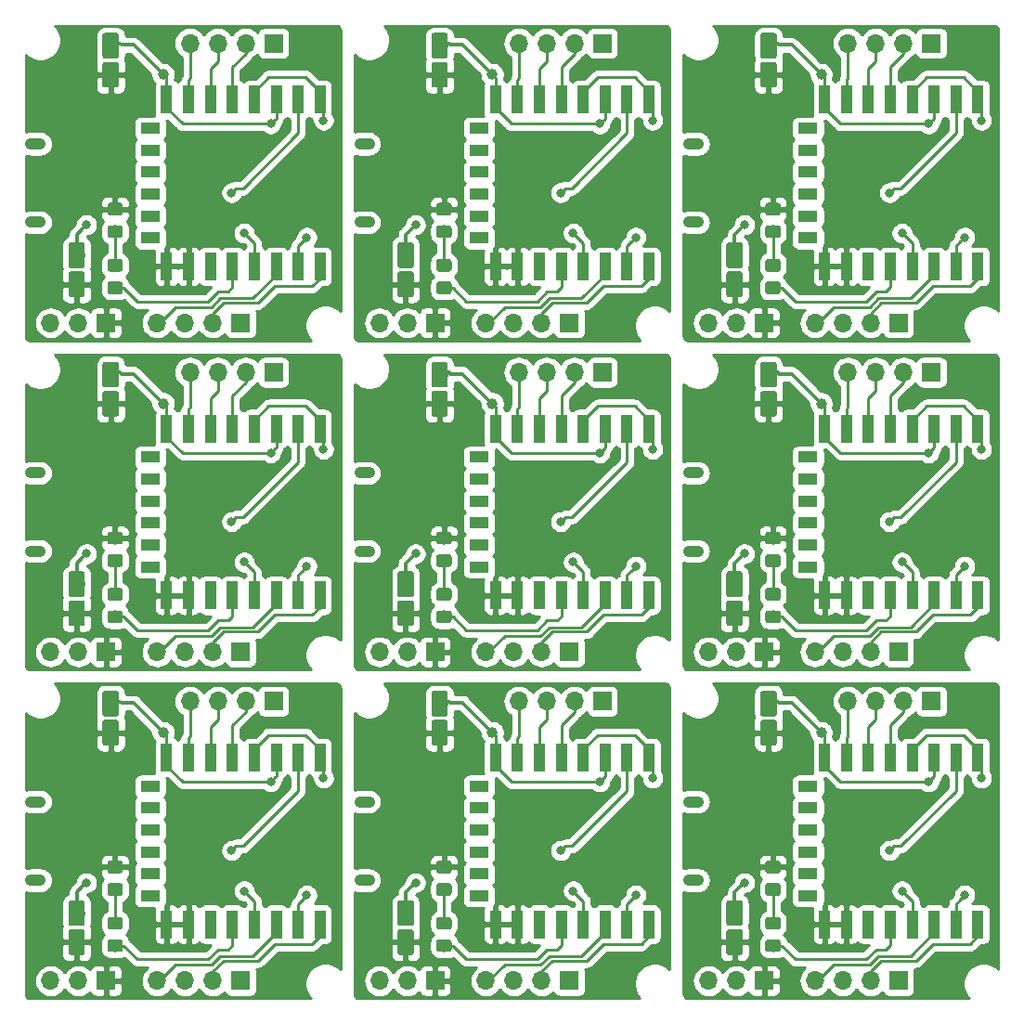
<source format=gbr>
G04 #@! TF.GenerationSoftware,KiCad,Pcbnew,5.1.4+dfsg1-1~bpo10+1*
G04 #@! TF.CreationDate,2022-07-23T13:57:56+05:30*
G04 #@! TF.ProjectId,Bolt my,426f6c74-206d-4792-9e6b-696361645f70,1.0*
G04 #@! TF.SameCoordinates,Original*
G04 #@! TF.FileFunction,Copper,L1,Top*
G04 #@! TF.FilePolarity,Positive*
%FSLAX46Y46*%
G04 Gerber Fmt 4.6, Leading zero omitted, Abs format (unit mm)*
G04 Created by KiCad (PCBNEW 5.1.4+dfsg1-1~bpo10+1) date 2022-07-23 13:57:56*
%MOMM*%
%LPD*%
G04 APERTURE LIST*
%ADD10O,1.700000X1.700000*%
%ADD11R,1.700000X1.700000*%
%ADD12C,0.100000*%
%ADD13C,1.500000*%
%ADD14R,1.000000X2.500000*%
%ADD15R,1.800000X1.000000*%
%ADD16C,1.150000*%
%ADD17O,1.900000X1.050000*%
%ADD18C,0.800000*%
%ADD19C,1.000000*%
%ADD20C,0.320000*%
%ADD21C,0.250000*%
%ADD22C,0.254000*%
G04 APERTURE END LIST*
D10*
X93410000Y-80030000D03*
X95950000Y-80030000D03*
X98490000Y-80030000D03*
D11*
X101030000Y-80030000D03*
D12*
G36*
X83604504Y-70831204D02*
G01*
X83628773Y-70834804D01*
X83652571Y-70840765D01*
X83675671Y-70849030D01*
X83697849Y-70859520D01*
X83718893Y-70872133D01*
X83738598Y-70886747D01*
X83756777Y-70903223D01*
X83773253Y-70921402D01*
X83787867Y-70941107D01*
X83800480Y-70962151D01*
X83810970Y-70984329D01*
X83819235Y-71007429D01*
X83825196Y-71031227D01*
X83828796Y-71055496D01*
X83830000Y-71080000D01*
X83830000Y-72930000D01*
X83828796Y-72954504D01*
X83825196Y-72978773D01*
X83819235Y-73002571D01*
X83810970Y-73025671D01*
X83800480Y-73047849D01*
X83787867Y-73068893D01*
X83773253Y-73088598D01*
X83756777Y-73106777D01*
X83738598Y-73123253D01*
X83718893Y-73137867D01*
X83697849Y-73150480D01*
X83675671Y-73160970D01*
X83652571Y-73169235D01*
X83628773Y-73175196D01*
X83604504Y-73178796D01*
X83580000Y-73180000D01*
X82580000Y-73180000D01*
X82555496Y-73178796D01*
X82531227Y-73175196D01*
X82507429Y-73169235D01*
X82484329Y-73160970D01*
X82462151Y-73150480D01*
X82441107Y-73137867D01*
X82421402Y-73123253D01*
X82403223Y-73106777D01*
X82386747Y-73088598D01*
X82372133Y-73068893D01*
X82359520Y-73047849D01*
X82349030Y-73025671D01*
X82340765Y-73002571D01*
X82334804Y-72978773D01*
X82331204Y-72954504D01*
X82330000Y-72930000D01*
X82330000Y-71080000D01*
X82331204Y-71055496D01*
X82334804Y-71031227D01*
X82340765Y-71007429D01*
X82349030Y-70984329D01*
X82359520Y-70962151D01*
X82372133Y-70941107D01*
X82386747Y-70921402D01*
X82403223Y-70903223D01*
X82421402Y-70886747D01*
X82441107Y-70872133D01*
X82462151Y-70859520D01*
X82484329Y-70849030D01*
X82507429Y-70840765D01*
X82531227Y-70834804D01*
X82555496Y-70831204D01*
X82580000Y-70830000D01*
X83580000Y-70830000D01*
X83604504Y-70831204D01*
X83604504Y-70831204D01*
G37*
D13*
X83080000Y-72005000D03*
D12*
G36*
X83604504Y-68181204D02*
G01*
X83628773Y-68184804D01*
X83652571Y-68190765D01*
X83675671Y-68199030D01*
X83697849Y-68209520D01*
X83718893Y-68222133D01*
X83738598Y-68236747D01*
X83756777Y-68253223D01*
X83773253Y-68271402D01*
X83787867Y-68291107D01*
X83800480Y-68312151D01*
X83810970Y-68334329D01*
X83819235Y-68357429D01*
X83825196Y-68381227D01*
X83828796Y-68405496D01*
X83830000Y-68430000D01*
X83830000Y-70280000D01*
X83828796Y-70304504D01*
X83825196Y-70328773D01*
X83819235Y-70352571D01*
X83810970Y-70375671D01*
X83800480Y-70397849D01*
X83787867Y-70418893D01*
X83773253Y-70438598D01*
X83756777Y-70456777D01*
X83738598Y-70473253D01*
X83718893Y-70487867D01*
X83697849Y-70500480D01*
X83675671Y-70510970D01*
X83652571Y-70519235D01*
X83628773Y-70525196D01*
X83604504Y-70528796D01*
X83580000Y-70530000D01*
X82580000Y-70530000D01*
X82555496Y-70528796D01*
X82531227Y-70525196D01*
X82507429Y-70519235D01*
X82484329Y-70510970D01*
X82462151Y-70500480D01*
X82441107Y-70487867D01*
X82421402Y-70473253D01*
X82403223Y-70456777D01*
X82386747Y-70438598D01*
X82372133Y-70418893D01*
X82359520Y-70397849D01*
X82349030Y-70375671D01*
X82340765Y-70352571D01*
X82334804Y-70328773D01*
X82331204Y-70304504D01*
X82330000Y-70280000D01*
X82330000Y-68430000D01*
X82331204Y-68405496D01*
X82334804Y-68381227D01*
X82340765Y-68357429D01*
X82349030Y-68334329D01*
X82359520Y-68312151D01*
X82372133Y-68291107D01*
X82386747Y-68271402D01*
X82403223Y-68253223D01*
X82421402Y-68236747D01*
X82441107Y-68222133D01*
X82462151Y-68209520D01*
X82484329Y-68199030D01*
X82507429Y-68190765D01*
X82531227Y-68184804D01*
X82555496Y-68181204D01*
X82580000Y-68180000D01*
X83580000Y-68180000D01*
X83604504Y-68181204D01*
X83604504Y-68181204D01*
G37*
D13*
X83080000Y-69355000D03*
D14*
X105280000Y-70380000D03*
X103280000Y-70380000D03*
X101280000Y-70380000D03*
X99280000Y-70380000D03*
X97280000Y-70380000D03*
X95280000Y-70380000D03*
X93280000Y-70380000D03*
X91280000Y-70380000D03*
D15*
X89780000Y-67780000D03*
X89780000Y-65780000D03*
X89780000Y-63780000D03*
X89780000Y-61780000D03*
X89780000Y-59780000D03*
X89780000Y-57780000D03*
D14*
X91280000Y-55180000D03*
X93280000Y-55180000D03*
X95280000Y-55180000D03*
X97280000Y-55180000D03*
X99280000Y-55180000D03*
X101280000Y-55180000D03*
X103280000Y-55180000D03*
X105280000Y-55180000D03*
D10*
X80700000Y-75530000D03*
X83240000Y-75530000D03*
D11*
X85780000Y-75530000D03*
D12*
G36*
X87054505Y-71756204D02*
G01*
X87078773Y-71759804D01*
X87102572Y-71765765D01*
X87125671Y-71774030D01*
X87147850Y-71784520D01*
X87168893Y-71797132D01*
X87188599Y-71811747D01*
X87206777Y-71828223D01*
X87223253Y-71846401D01*
X87237868Y-71866107D01*
X87250480Y-71887150D01*
X87260970Y-71909329D01*
X87269235Y-71932428D01*
X87275196Y-71956227D01*
X87278796Y-71980495D01*
X87280000Y-72004999D01*
X87280000Y-72655001D01*
X87278796Y-72679505D01*
X87275196Y-72703773D01*
X87269235Y-72727572D01*
X87260970Y-72750671D01*
X87250480Y-72772850D01*
X87237868Y-72793893D01*
X87223253Y-72813599D01*
X87206777Y-72831777D01*
X87188599Y-72848253D01*
X87168893Y-72862868D01*
X87147850Y-72875480D01*
X87125671Y-72885970D01*
X87102572Y-72894235D01*
X87078773Y-72900196D01*
X87054505Y-72903796D01*
X87030001Y-72905000D01*
X86129999Y-72905000D01*
X86105495Y-72903796D01*
X86081227Y-72900196D01*
X86057428Y-72894235D01*
X86034329Y-72885970D01*
X86012150Y-72875480D01*
X85991107Y-72862868D01*
X85971401Y-72848253D01*
X85953223Y-72831777D01*
X85936747Y-72813599D01*
X85922132Y-72793893D01*
X85909520Y-72772850D01*
X85899030Y-72750671D01*
X85890765Y-72727572D01*
X85884804Y-72703773D01*
X85881204Y-72679505D01*
X85880000Y-72655001D01*
X85880000Y-72004999D01*
X85881204Y-71980495D01*
X85884804Y-71956227D01*
X85890765Y-71932428D01*
X85899030Y-71909329D01*
X85909520Y-71887150D01*
X85922132Y-71866107D01*
X85936747Y-71846401D01*
X85953223Y-71828223D01*
X85971401Y-71811747D01*
X85991107Y-71797132D01*
X86012150Y-71784520D01*
X86034329Y-71774030D01*
X86057428Y-71765765D01*
X86081227Y-71759804D01*
X86105495Y-71756204D01*
X86129999Y-71755000D01*
X87030001Y-71755000D01*
X87054505Y-71756204D01*
X87054505Y-71756204D01*
G37*
D16*
X86580000Y-72330000D03*
D12*
G36*
X87054505Y-69706204D02*
G01*
X87078773Y-69709804D01*
X87102572Y-69715765D01*
X87125671Y-69724030D01*
X87147850Y-69734520D01*
X87168893Y-69747132D01*
X87188599Y-69761747D01*
X87206777Y-69778223D01*
X87223253Y-69796401D01*
X87237868Y-69816107D01*
X87250480Y-69837150D01*
X87260970Y-69859329D01*
X87269235Y-69882428D01*
X87275196Y-69906227D01*
X87278796Y-69930495D01*
X87280000Y-69954999D01*
X87280000Y-70605001D01*
X87278796Y-70629505D01*
X87275196Y-70653773D01*
X87269235Y-70677572D01*
X87260970Y-70700671D01*
X87250480Y-70722850D01*
X87237868Y-70743893D01*
X87223253Y-70763599D01*
X87206777Y-70781777D01*
X87188599Y-70798253D01*
X87168893Y-70812868D01*
X87147850Y-70825480D01*
X87125671Y-70835970D01*
X87102572Y-70844235D01*
X87078773Y-70850196D01*
X87054505Y-70853796D01*
X87030001Y-70855000D01*
X86129999Y-70855000D01*
X86105495Y-70853796D01*
X86081227Y-70850196D01*
X86057428Y-70844235D01*
X86034329Y-70835970D01*
X86012150Y-70825480D01*
X85991107Y-70812868D01*
X85971401Y-70798253D01*
X85953223Y-70781777D01*
X85936747Y-70763599D01*
X85922132Y-70743893D01*
X85909520Y-70722850D01*
X85899030Y-70700671D01*
X85890765Y-70677572D01*
X85884804Y-70653773D01*
X85881204Y-70629505D01*
X85880000Y-70605001D01*
X85880000Y-69954999D01*
X85881204Y-69930495D01*
X85884804Y-69906227D01*
X85890765Y-69882428D01*
X85899030Y-69859329D01*
X85909520Y-69837150D01*
X85922132Y-69816107D01*
X85936747Y-69796401D01*
X85953223Y-69778223D01*
X85971401Y-69761747D01*
X85991107Y-69747132D01*
X86012150Y-69734520D01*
X86034329Y-69724030D01*
X86057428Y-69715765D01*
X86081227Y-69709804D01*
X86105495Y-69706204D01*
X86129999Y-69705000D01*
X87030001Y-69705000D01*
X87054505Y-69706204D01*
X87054505Y-69706204D01*
G37*
D16*
X86580000Y-70280000D03*
D10*
X90410000Y-75530000D03*
X92950000Y-75530000D03*
X95490000Y-75530000D03*
D11*
X98030000Y-75530000D03*
D12*
G36*
X86704504Y-81731204D02*
G01*
X86728773Y-81734804D01*
X86752571Y-81740765D01*
X86775671Y-81749030D01*
X86797849Y-81759520D01*
X86818893Y-81772133D01*
X86838598Y-81786747D01*
X86856777Y-81803223D01*
X86873253Y-81821402D01*
X86887867Y-81841107D01*
X86900480Y-81862151D01*
X86910970Y-81884329D01*
X86919235Y-81907429D01*
X86925196Y-81931227D01*
X86928796Y-81955496D01*
X86930000Y-81980000D01*
X86930000Y-83830000D01*
X86928796Y-83854504D01*
X86925196Y-83878773D01*
X86919235Y-83902571D01*
X86910970Y-83925671D01*
X86900480Y-83947849D01*
X86887867Y-83968893D01*
X86873253Y-83988598D01*
X86856777Y-84006777D01*
X86838598Y-84023253D01*
X86818893Y-84037867D01*
X86797849Y-84050480D01*
X86775671Y-84060970D01*
X86752571Y-84069235D01*
X86728773Y-84075196D01*
X86704504Y-84078796D01*
X86680000Y-84080000D01*
X85680000Y-84080000D01*
X85655496Y-84078796D01*
X85631227Y-84075196D01*
X85607429Y-84069235D01*
X85584329Y-84060970D01*
X85562151Y-84050480D01*
X85541107Y-84037867D01*
X85521402Y-84023253D01*
X85503223Y-84006777D01*
X85486747Y-83988598D01*
X85472133Y-83968893D01*
X85459520Y-83947849D01*
X85449030Y-83925671D01*
X85440765Y-83902571D01*
X85434804Y-83878773D01*
X85431204Y-83854504D01*
X85430000Y-83830000D01*
X85430000Y-81980000D01*
X85431204Y-81955496D01*
X85434804Y-81931227D01*
X85440765Y-81907429D01*
X85449030Y-81884329D01*
X85459520Y-81862151D01*
X85472133Y-81841107D01*
X85486747Y-81821402D01*
X85503223Y-81803223D01*
X85521402Y-81786747D01*
X85541107Y-81772133D01*
X85562151Y-81759520D01*
X85584329Y-81749030D01*
X85607429Y-81740765D01*
X85631227Y-81734804D01*
X85655496Y-81731204D01*
X85680000Y-81730000D01*
X86680000Y-81730000D01*
X86704504Y-81731204D01*
X86704504Y-81731204D01*
G37*
D13*
X86180000Y-82905000D03*
D12*
G36*
X86704504Y-79081204D02*
G01*
X86728773Y-79084804D01*
X86752571Y-79090765D01*
X86775671Y-79099030D01*
X86797849Y-79109520D01*
X86818893Y-79122133D01*
X86838598Y-79136747D01*
X86856777Y-79153223D01*
X86873253Y-79171402D01*
X86887867Y-79191107D01*
X86900480Y-79212151D01*
X86910970Y-79234329D01*
X86919235Y-79257429D01*
X86925196Y-79281227D01*
X86928796Y-79305496D01*
X86930000Y-79330000D01*
X86930000Y-81180000D01*
X86928796Y-81204504D01*
X86925196Y-81228773D01*
X86919235Y-81252571D01*
X86910970Y-81275671D01*
X86900480Y-81297849D01*
X86887867Y-81318893D01*
X86873253Y-81338598D01*
X86856777Y-81356777D01*
X86838598Y-81373253D01*
X86818893Y-81387867D01*
X86797849Y-81400480D01*
X86775671Y-81410970D01*
X86752571Y-81419235D01*
X86728773Y-81425196D01*
X86704504Y-81428796D01*
X86680000Y-81430000D01*
X85680000Y-81430000D01*
X85655496Y-81428796D01*
X85631227Y-81425196D01*
X85607429Y-81419235D01*
X85584329Y-81410970D01*
X85562151Y-81400480D01*
X85541107Y-81387867D01*
X85521402Y-81373253D01*
X85503223Y-81356777D01*
X85486747Y-81338598D01*
X85472133Y-81318893D01*
X85459520Y-81297849D01*
X85449030Y-81275671D01*
X85440765Y-81252571D01*
X85434804Y-81228773D01*
X85431204Y-81204504D01*
X85430000Y-81180000D01*
X85430000Y-79330000D01*
X85431204Y-79305496D01*
X85434804Y-79281227D01*
X85440765Y-79257429D01*
X85449030Y-79234329D01*
X85459520Y-79212151D01*
X85472133Y-79191107D01*
X85486747Y-79171402D01*
X85503223Y-79153223D01*
X85521402Y-79136747D01*
X85541107Y-79122133D01*
X85562151Y-79109520D01*
X85584329Y-79099030D01*
X85607429Y-79090765D01*
X85631227Y-79084804D01*
X85655496Y-79081204D01*
X85680000Y-79080000D01*
X86680000Y-79080000D01*
X86704504Y-79081204D01*
X86704504Y-79081204D01*
G37*
D13*
X86180000Y-80255000D03*
D12*
G36*
X87054505Y-101756204D02*
G01*
X87078773Y-101759804D01*
X87102572Y-101765765D01*
X87125671Y-101774030D01*
X87147850Y-101784520D01*
X87168893Y-101797132D01*
X87188599Y-101811747D01*
X87206777Y-101828223D01*
X87223253Y-101846401D01*
X87237868Y-101866107D01*
X87250480Y-101887150D01*
X87260970Y-101909329D01*
X87269235Y-101932428D01*
X87275196Y-101956227D01*
X87278796Y-101980495D01*
X87280000Y-102004999D01*
X87280000Y-102655001D01*
X87278796Y-102679505D01*
X87275196Y-102703773D01*
X87269235Y-102727572D01*
X87260970Y-102750671D01*
X87250480Y-102772850D01*
X87237868Y-102793893D01*
X87223253Y-102813599D01*
X87206777Y-102831777D01*
X87188599Y-102848253D01*
X87168893Y-102862868D01*
X87147850Y-102875480D01*
X87125671Y-102885970D01*
X87102572Y-102894235D01*
X87078773Y-102900196D01*
X87054505Y-102903796D01*
X87030001Y-102905000D01*
X86129999Y-102905000D01*
X86105495Y-102903796D01*
X86081227Y-102900196D01*
X86057428Y-102894235D01*
X86034329Y-102885970D01*
X86012150Y-102875480D01*
X85991107Y-102862868D01*
X85971401Y-102848253D01*
X85953223Y-102831777D01*
X85936747Y-102813599D01*
X85922132Y-102793893D01*
X85909520Y-102772850D01*
X85899030Y-102750671D01*
X85890765Y-102727572D01*
X85884804Y-102703773D01*
X85881204Y-102679505D01*
X85880000Y-102655001D01*
X85880000Y-102004999D01*
X85881204Y-101980495D01*
X85884804Y-101956227D01*
X85890765Y-101932428D01*
X85899030Y-101909329D01*
X85909520Y-101887150D01*
X85922132Y-101866107D01*
X85936747Y-101846401D01*
X85953223Y-101828223D01*
X85971401Y-101811747D01*
X85991107Y-101797132D01*
X86012150Y-101784520D01*
X86034329Y-101774030D01*
X86057428Y-101765765D01*
X86081227Y-101759804D01*
X86105495Y-101756204D01*
X86129999Y-101755000D01*
X87030001Y-101755000D01*
X87054505Y-101756204D01*
X87054505Y-101756204D01*
G37*
D16*
X86580000Y-102330000D03*
D12*
G36*
X87054505Y-99706204D02*
G01*
X87078773Y-99709804D01*
X87102572Y-99715765D01*
X87125671Y-99724030D01*
X87147850Y-99734520D01*
X87168893Y-99747132D01*
X87188599Y-99761747D01*
X87206777Y-99778223D01*
X87223253Y-99796401D01*
X87237868Y-99816107D01*
X87250480Y-99837150D01*
X87260970Y-99859329D01*
X87269235Y-99882428D01*
X87275196Y-99906227D01*
X87278796Y-99930495D01*
X87280000Y-99954999D01*
X87280000Y-100605001D01*
X87278796Y-100629505D01*
X87275196Y-100653773D01*
X87269235Y-100677572D01*
X87260970Y-100700671D01*
X87250480Y-100722850D01*
X87237868Y-100743893D01*
X87223253Y-100763599D01*
X87206777Y-100781777D01*
X87188599Y-100798253D01*
X87168893Y-100812868D01*
X87147850Y-100825480D01*
X87125671Y-100835970D01*
X87102572Y-100844235D01*
X87078773Y-100850196D01*
X87054505Y-100853796D01*
X87030001Y-100855000D01*
X86129999Y-100855000D01*
X86105495Y-100853796D01*
X86081227Y-100850196D01*
X86057428Y-100844235D01*
X86034329Y-100835970D01*
X86012150Y-100825480D01*
X85991107Y-100812868D01*
X85971401Y-100798253D01*
X85953223Y-100781777D01*
X85936747Y-100763599D01*
X85922132Y-100743893D01*
X85909520Y-100722850D01*
X85899030Y-100700671D01*
X85890765Y-100677572D01*
X85884804Y-100653773D01*
X85881204Y-100629505D01*
X85880000Y-100605001D01*
X85880000Y-99954999D01*
X85881204Y-99930495D01*
X85884804Y-99906227D01*
X85890765Y-99882428D01*
X85899030Y-99859329D01*
X85909520Y-99837150D01*
X85922132Y-99816107D01*
X85936747Y-99796401D01*
X85953223Y-99778223D01*
X85971401Y-99761747D01*
X85991107Y-99747132D01*
X86012150Y-99734520D01*
X86034329Y-99724030D01*
X86057428Y-99715765D01*
X86081227Y-99709804D01*
X86105495Y-99706204D01*
X86129999Y-99705000D01*
X87030001Y-99705000D01*
X87054505Y-99706204D01*
X87054505Y-99706204D01*
G37*
D16*
X86580000Y-100280000D03*
D10*
X80700000Y-105530000D03*
X83240000Y-105530000D03*
D11*
X85780000Y-105530000D03*
D14*
X105280000Y-100380000D03*
X103280000Y-100380000D03*
X101280000Y-100380000D03*
X99280000Y-100380000D03*
X97280000Y-100380000D03*
X95280000Y-100380000D03*
X93280000Y-100380000D03*
X91280000Y-100380000D03*
D15*
X89780000Y-97780000D03*
X89780000Y-95780000D03*
X89780000Y-93780000D03*
X89780000Y-91780000D03*
X89780000Y-89780000D03*
X89780000Y-87780000D03*
D14*
X91280000Y-85180000D03*
X93280000Y-85180000D03*
X95280000Y-85180000D03*
X97280000Y-85180000D03*
X99280000Y-85180000D03*
X101280000Y-85180000D03*
X103280000Y-85180000D03*
X105280000Y-85180000D03*
D17*
X79330000Y-89205000D03*
X79330000Y-96355000D03*
D12*
G36*
X87054505Y-96631204D02*
G01*
X87078773Y-96634804D01*
X87102572Y-96640765D01*
X87125671Y-96649030D01*
X87147850Y-96659520D01*
X87168893Y-96672132D01*
X87188599Y-96686747D01*
X87206777Y-96703223D01*
X87223253Y-96721401D01*
X87237868Y-96741107D01*
X87250480Y-96762150D01*
X87260970Y-96784329D01*
X87269235Y-96807428D01*
X87275196Y-96831227D01*
X87278796Y-96855495D01*
X87280000Y-96879999D01*
X87280000Y-97530001D01*
X87278796Y-97554505D01*
X87275196Y-97578773D01*
X87269235Y-97602572D01*
X87260970Y-97625671D01*
X87250480Y-97647850D01*
X87237868Y-97668893D01*
X87223253Y-97688599D01*
X87206777Y-97706777D01*
X87188599Y-97723253D01*
X87168893Y-97737868D01*
X87147850Y-97750480D01*
X87125671Y-97760970D01*
X87102572Y-97769235D01*
X87078773Y-97775196D01*
X87054505Y-97778796D01*
X87030001Y-97780000D01*
X86129999Y-97780000D01*
X86105495Y-97778796D01*
X86081227Y-97775196D01*
X86057428Y-97769235D01*
X86034329Y-97760970D01*
X86012150Y-97750480D01*
X85991107Y-97737868D01*
X85971401Y-97723253D01*
X85953223Y-97706777D01*
X85936747Y-97688599D01*
X85922132Y-97668893D01*
X85909520Y-97647850D01*
X85899030Y-97625671D01*
X85890765Y-97602572D01*
X85884804Y-97578773D01*
X85881204Y-97554505D01*
X85880000Y-97530001D01*
X85880000Y-96879999D01*
X85881204Y-96855495D01*
X85884804Y-96831227D01*
X85890765Y-96807428D01*
X85899030Y-96784329D01*
X85909520Y-96762150D01*
X85922132Y-96741107D01*
X85936747Y-96721401D01*
X85953223Y-96703223D01*
X85971401Y-96686747D01*
X85991107Y-96672132D01*
X86012150Y-96659520D01*
X86034329Y-96649030D01*
X86057428Y-96640765D01*
X86081227Y-96634804D01*
X86105495Y-96631204D01*
X86129999Y-96630000D01*
X87030001Y-96630000D01*
X87054505Y-96631204D01*
X87054505Y-96631204D01*
G37*
D16*
X86580000Y-97205000D03*
D12*
G36*
X87054505Y-94581204D02*
G01*
X87078773Y-94584804D01*
X87102572Y-94590765D01*
X87125671Y-94599030D01*
X87147850Y-94609520D01*
X87168893Y-94622132D01*
X87188599Y-94636747D01*
X87206777Y-94653223D01*
X87223253Y-94671401D01*
X87237868Y-94691107D01*
X87250480Y-94712150D01*
X87260970Y-94734329D01*
X87269235Y-94757428D01*
X87275196Y-94781227D01*
X87278796Y-94805495D01*
X87280000Y-94829999D01*
X87280000Y-95480001D01*
X87278796Y-95504505D01*
X87275196Y-95528773D01*
X87269235Y-95552572D01*
X87260970Y-95575671D01*
X87250480Y-95597850D01*
X87237868Y-95618893D01*
X87223253Y-95638599D01*
X87206777Y-95656777D01*
X87188599Y-95673253D01*
X87168893Y-95687868D01*
X87147850Y-95700480D01*
X87125671Y-95710970D01*
X87102572Y-95719235D01*
X87078773Y-95725196D01*
X87054505Y-95728796D01*
X87030001Y-95730000D01*
X86129999Y-95730000D01*
X86105495Y-95728796D01*
X86081227Y-95725196D01*
X86057428Y-95719235D01*
X86034329Y-95710970D01*
X86012150Y-95700480D01*
X85991107Y-95687868D01*
X85971401Y-95673253D01*
X85953223Y-95656777D01*
X85936747Y-95638599D01*
X85922132Y-95618893D01*
X85909520Y-95597850D01*
X85899030Y-95575671D01*
X85890765Y-95552572D01*
X85884804Y-95528773D01*
X85881204Y-95504505D01*
X85880000Y-95480001D01*
X85880000Y-94829999D01*
X85881204Y-94805495D01*
X85884804Y-94781227D01*
X85890765Y-94757428D01*
X85899030Y-94734329D01*
X85909520Y-94712150D01*
X85922132Y-94691107D01*
X85936747Y-94671401D01*
X85953223Y-94653223D01*
X85971401Y-94636747D01*
X85991107Y-94622132D01*
X86012150Y-94609520D01*
X86034329Y-94599030D01*
X86057428Y-94590765D01*
X86081227Y-94584804D01*
X86105495Y-94581204D01*
X86129999Y-94580000D01*
X87030001Y-94580000D01*
X87054505Y-94581204D01*
X87054505Y-94581204D01*
G37*
D16*
X86580000Y-95155000D03*
D10*
X93410000Y-50030000D03*
X95950000Y-50030000D03*
X98490000Y-50030000D03*
D11*
X101030000Y-50030000D03*
D12*
G36*
X87054505Y-34581204D02*
G01*
X87078773Y-34584804D01*
X87102572Y-34590765D01*
X87125671Y-34599030D01*
X87147850Y-34609520D01*
X87168893Y-34622132D01*
X87188599Y-34636747D01*
X87206777Y-34653223D01*
X87223253Y-34671401D01*
X87237868Y-34691107D01*
X87250480Y-34712150D01*
X87260970Y-34734329D01*
X87269235Y-34757428D01*
X87275196Y-34781227D01*
X87278796Y-34805495D01*
X87280000Y-34829999D01*
X87280000Y-35480001D01*
X87278796Y-35504505D01*
X87275196Y-35528773D01*
X87269235Y-35552572D01*
X87260970Y-35575671D01*
X87250480Y-35597850D01*
X87237868Y-35618893D01*
X87223253Y-35638599D01*
X87206777Y-35656777D01*
X87188599Y-35673253D01*
X87168893Y-35687868D01*
X87147850Y-35700480D01*
X87125671Y-35710970D01*
X87102572Y-35719235D01*
X87078773Y-35725196D01*
X87054505Y-35728796D01*
X87030001Y-35730000D01*
X86129999Y-35730000D01*
X86105495Y-35728796D01*
X86081227Y-35725196D01*
X86057428Y-35719235D01*
X86034329Y-35710970D01*
X86012150Y-35700480D01*
X85991107Y-35687868D01*
X85971401Y-35673253D01*
X85953223Y-35656777D01*
X85936747Y-35638599D01*
X85922132Y-35618893D01*
X85909520Y-35597850D01*
X85899030Y-35575671D01*
X85890765Y-35552572D01*
X85884804Y-35528773D01*
X85881204Y-35504505D01*
X85880000Y-35480001D01*
X85880000Y-34829999D01*
X85881204Y-34805495D01*
X85884804Y-34781227D01*
X85890765Y-34757428D01*
X85899030Y-34734329D01*
X85909520Y-34712150D01*
X85922132Y-34691107D01*
X85936747Y-34671401D01*
X85953223Y-34653223D01*
X85971401Y-34636747D01*
X85991107Y-34622132D01*
X86012150Y-34609520D01*
X86034329Y-34599030D01*
X86057428Y-34590765D01*
X86081227Y-34584804D01*
X86105495Y-34581204D01*
X86129999Y-34580000D01*
X87030001Y-34580000D01*
X87054505Y-34581204D01*
X87054505Y-34581204D01*
G37*
D16*
X86580000Y-35155000D03*
D12*
G36*
X87054505Y-36631204D02*
G01*
X87078773Y-36634804D01*
X87102572Y-36640765D01*
X87125671Y-36649030D01*
X87147850Y-36659520D01*
X87168893Y-36672132D01*
X87188599Y-36686747D01*
X87206777Y-36703223D01*
X87223253Y-36721401D01*
X87237868Y-36741107D01*
X87250480Y-36762150D01*
X87260970Y-36784329D01*
X87269235Y-36807428D01*
X87275196Y-36831227D01*
X87278796Y-36855495D01*
X87280000Y-36879999D01*
X87280000Y-37530001D01*
X87278796Y-37554505D01*
X87275196Y-37578773D01*
X87269235Y-37602572D01*
X87260970Y-37625671D01*
X87250480Y-37647850D01*
X87237868Y-37668893D01*
X87223253Y-37688599D01*
X87206777Y-37706777D01*
X87188599Y-37723253D01*
X87168893Y-37737868D01*
X87147850Y-37750480D01*
X87125671Y-37760970D01*
X87102572Y-37769235D01*
X87078773Y-37775196D01*
X87054505Y-37778796D01*
X87030001Y-37780000D01*
X86129999Y-37780000D01*
X86105495Y-37778796D01*
X86081227Y-37775196D01*
X86057428Y-37769235D01*
X86034329Y-37760970D01*
X86012150Y-37750480D01*
X85991107Y-37737868D01*
X85971401Y-37723253D01*
X85953223Y-37706777D01*
X85936747Y-37688599D01*
X85922132Y-37668893D01*
X85909520Y-37647850D01*
X85899030Y-37625671D01*
X85890765Y-37602572D01*
X85884804Y-37578773D01*
X85881204Y-37554505D01*
X85880000Y-37530001D01*
X85880000Y-36879999D01*
X85881204Y-36855495D01*
X85884804Y-36831227D01*
X85890765Y-36807428D01*
X85899030Y-36784329D01*
X85909520Y-36762150D01*
X85922132Y-36741107D01*
X85936747Y-36721401D01*
X85953223Y-36703223D01*
X85971401Y-36686747D01*
X85991107Y-36672132D01*
X86012150Y-36659520D01*
X86034329Y-36649030D01*
X86057428Y-36640765D01*
X86081227Y-36634804D01*
X86105495Y-36631204D01*
X86129999Y-36630000D01*
X87030001Y-36630000D01*
X87054505Y-36631204D01*
X87054505Y-36631204D01*
G37*
D16*
X86580000Y-37205000D03*
D12*
G36*
X86704504Y-19081204D02*
G01*
X86728773Y-19084804D01*
X86752571Y-19090765D01*
X86775671Y-19099030D01*
X86797849Y-19109520D01*
X86818893Y-19122133D01*
X86838598Y-19136747D01*
X86856777Y-19153223D01*
X86873253Y-19171402D01*
X86887867Y-19191107D01*
X86900480Y-19212151D01*
X86910970Y-19234329D01*
X86919235Y-19257429D01*
X86925196Y-19281227D01*
X86928796Y-19305496D01*
X86930000Y-19330000D01*
X86930000Y-21180000D01*
X86928796Y-21204504D01*
X86925196Y-21228773D01*
X86919235Y-21252571D01*
X86910970Y-21275671D01*
X86900480Y-21297849D01*
X86887867Y-21318893D01*
X86873253Y-21338598D01*
X86856777Y-21356777D01*
X86838598Y-21373253D01*
X86818893Y-21387867D01*
X86797849Y-21400480D01*
X86775671Y-21410970D01*
X86752571Y-21419235D01*
X86728773Y-21425196D01*
X86704504Y-21428796D01*
X86680000Y-21430000D01*
X85680000Y-21430000D01*
X85655496Y-21428796D01*
X85631227Y-21425196D01*
X85607429Y-21419235D01*
X85584329Y-21410970D01*
X85562151Y-21400480D01*
X85541107Y-21387867D01*
X85521402Y-21373253D01*
X85503223Y-21356777D01*
X85486747Y-21338598D01*
X85472133Y-21318893D01*
X85459520Y-21297849D01*
X85449030Y-21275671D01*
X85440765Y-21252571D01*
X85434804Y-21228773D01*
X85431204Y-21204504D01*
X85430000Y-21180000D01*
X85430000Y-19330000D01*
X85431204Y-19305496D01*
X85434804Y-19281227D01*
X85440765Y-19257429D01*
X85449030Y-19234329D01*
X85459520Y-19212151D01*
X85472133Y-19191107D01*
X85486747Y-19171402D01*
X85503223Y-19153223D01*
X85521402Y-19136747D01*
X85541107Y-19122133D01*
X85562151Y-19109520D01*
X85584329Y-19099030D01*
X85607429Y-19090765D01*
X85631227Y-19084804D01*
X85655496Y-19081204D01*
X85680000Y-19080000D01*
X86680000Y-19080000D01*
X86704504Y-19081204D01*
X86704504Y-19081204D01*
G37*
D13*
X86180000Y-20255000D03*
D12*
G36*
X86704504Y-21731204D02*
G01*
X86728773Y-21734804D01*
X86752571Y-21740765D01*
X86775671Y-21749030D01*
X86797849Y-21759520D01*
X86818893Y-21772133D01*
X86838598Y-21786747D01*
X86856777Y-21803223D01*
X86873253Y-21821402D01*
X86887867Y-21841107D01*
X86900480Y-21862151D01*
X86910970Y-21884329D01*
X86919235Y-21907429D01*
X86925196Y-21931227D01*
X86928796Y-21955496D01*
X86930000Y-21980000D01*
X86930000Y-23830000D01*
X86928796Y-23854504D01*
X86925196Y-23878773D01*
X86919235Y-23902571D01*
X86910970Y-23925671D01*
X86900480Y-23947849D01*
X86887867Y-23968893D01*
X86873253Y-23988598D01*
X86856777Y-24006777D01*
X86838598Y-24023253D01*
X86818893Y-24037867D01*
X86797849Y-24050480D01*
X86775671Y-24060970D01*
X86752571Y-24069235D01*
X86728773Y-24075196D01*
X86704504Y-24078796D01*
X86680000Y-24080000D01*
X85680000Y-24080000D01*
X85655496Y-24078796D01*
X85631227Y-24075196D01*
X85607429Y-24069235D01*
X85584329Y-24060970D01*
X85562151Y-24050480D01*
X85541107Y-24037867D01*
X85521402Y-24023253D01*
X85503223Y-24006777D01*
X85486747Y-23988598D01*
X85472133Y-23968893D01*
X85459520Y-23947849D01*
X85449030Y-23925671D01*
X85440765Y-23902571D01*
X85434804Y-23878773D01*
X85431204Y-23854504D01*
X85430000Y-23830000D01*
X85430000Y-21980000D01*
X85431204Y-21955496D01*
X85434804Y-21931227D01*
X85440765Y-21907429D01*
X85449030Y-21884329D01*
X85459520Y-21862151D01*
X85472133Y-21841107D01*
X85486747Y-21821402D01*
X85503223Y-21803223D01*
X85521402Y-21786747D01*
X85541107Y-21772133D01*
X85562151Y-21759520D01*
X85584329Y-21749030D01*
X85607429Y-21740765D01*
X85631227Y-21734804D01*
X85655496Y-21731204D01*
X85680000Y-21730000D01*
X86680000Y-21730000D01*
X86704504Y-21731204D01*
X86704504Y-21731204D01*
G37*
D13*
X86180000Y-22905000D03*
D12*
G36*
X83604504Y-38181204D02*
G01*
X83628773Y-38184804D01*
X83652571Y-38190765D01*
X83675671Y-38199030D01*
X83697849Y-38209520D01*
X83718893Y-38222133D01*
X83738598Y-38236747D01*
X83756777Y-38253223D01*
X83773253Y-38271402D01*
X83787867Y-38291107D01*
X83800480Y-38312151D01*
X83810970Y-38334329D01*
X83819235Y-38357429D01*
X83825196Y-38381227D01*
X83828796Y-38405496D01*
X83830000Y-38430000D01*
X83830000Y-40280000D01*
X83828796Y-40304504D01*
X83825196Y-40328773D01*
X83819235Y-40352571D01*
X83810970Y-40375671D01*
X83800480Y-40397849D01*
X83787867Y-40418893D01*
X83773253Y-40438598D01*
X83756777Y-40456777D01*
X83738598Y-40473253D01*
X83718893Y-40487867D01*
X83697849Y-40500480D01*
X83675671Y-40510970D01*
X83652571Y-40519235D01*
X83628773Y-40525196D01*
X83604504Y-40528796D01*
X83580000Y-40530000D01*
X82580000Y-40530000D01*
X82555496Y-40528796D01*
X82531227Y-40525196D01*
X82507429Y-40519235D01*
X82484329Y-40510970D01*
X82462151Y-40500480D01*
X82441107Y-40487867D01*
X82421402Y-40473253D01*
X82403223Y-40456777D01*
X82386747Y-40438598D01*
X82372133Y-40418893D01*
X82359520Y-40397849D01*
X82349030Y-40375671D01*
X82340765Y-40352571D01*
X82334804Y-40328773D01*
X82331204Y-40304504D01*
X82330000Y-40280000D01*
X82330000Y-38430000D01*
X82331204Y-38405496D01*
X82334804Y-38381227D01*
X82340765Y-38357429D01*
X82349030Y-38334329D01*
X82359520Y-38312151D01*
X82372133Y-38291107D01*
X82386747Y-38271402D01*
X82403223Y-38253223D01*
X82421402Y-38236747D01*
X82441107Y-38222133D01*
X82462151Y-38209520D01*
X82484329Y-38199030D01*
X82507429Y-38190765D01*
X82531227Y-38184804D01*
X82555496Y-38181204D01*
X82580000Y-38180000D01*
X83580000Y-38180000D01*
X83604504Y-38181204D01*
X83604504Y-38181204D01*
G37*
D13*
X83080000Y-39355000D03*
D12*
G36*
X83604504Y-40831204D02*
G01*
X83628773Y-40834804D01*
X83652571Y-40840765D01*
X83675671Y-40849030D01*
X83697849Y-40859520D01*
X83718893Y-40872133D01*
X83738598Y-40886747D01*
X83756777Y-40903223D01*
X83773253Y-40921402D01*
X83787867Y-40941107D01*
X83800480Y-40962151D01*
X83810970Y-40984329D01*
X83819235Y-41007429D01*
X83825196Y-41031227D01*
X83828796Y-41055496D01*
X83830000Y-41080000D01*
X83830000Y-42930000D01*
X83828796Y-42954504D01*
X83825196Y-42978773D01*
X83819235Y-43002571D01*
X83810970Y-43025671D01*
X83800480Y-43047849D01*
X83787867Y-43068893D01*
X83773253Y-43088598D01*
X83756777Y-43106777D01*
X83738598Y-43123253D01*
X83718893Y-43137867D01*
X83697849Y-43150480D01*
X83675671Y-43160970D01*
X83652571Y-43169235D01*
X83628773Y-43175196D01*
X83604504Y-43178796D01*
X83580000Y-43180000D01*
X82580000Y-43180000D01*
X82555496Y-43178796D01*
X82531227Y-43175196D01*
X82507429Y-43169235D01*
X82484329Y-43160970D01*
X82462151Y-43150480D01*
X82441107Y-43137867D01*
X82421402Y-43123253D01*
X82403223Y-43106777D01*
X82386747Y-43088598D01*
X82372133Y-43068893D01*
X82359520Y-43047849D01*
X82349030Y-43025671D01*
X82340765Y-43002571D01*
X82334804Y-42978773D01*
X82331204Y-42954504D01*
X82330000Y-42930000D01*
X82330000Y-41080000D01*
X82331204Y-41055496D01*
X82334804Y-41031227D01*
X82340765Y-41007429D01*
X82349030Y-40984329D01*
X82359520Y-40962151D01*
X82372133Y-40941107D01*
X82386747Y-40921402D01*
X82403223Y-40903223D01*
X82421402Y-40886747D01*
X82441107Y-40872133D01*
X82462151Y-40859520D01*
X82484329Y-40849030D01*
X82507429Y-40840765D01*
X82531227Y-40834804D01*
X82555496Y-40831204D01*
X82580000Y-40830000D01*
X83580000Y-40830000D01*
X83604504Y-40831204D01*
X83604504Y-40831204D01*
G37*
D13*
X83080000Y-42005000D03*
D11*
X98030000Y-45530000D03*
D10*
X95490000Y-45530000D03*
X92950000Y-45530000D03*
X90410000Y-45530000D03*
D11*
X101030000Y-20030000D03*
D10*
X98490000Y-20030000D03*
X95950000Y-20030000D03*
X93410000Y-20030000D03*
D17*
X79330000Y-36355000D03*
X79330000Y-29205000D03*
D12*
G36*
X87054505Y-39706204D02*
G01*
X87078773Y-39709804D01*
X87102572Y-39715765D01*
X87125671Y-39724030D01*
X87147850Y-39734520D01*
X87168893Y-39747132D01*
X87188599Y-39761747D01*
X87206777Y-39778223D01*
X87223253Y-39796401D01*
X87237868Y-39816107D01*
X87250480Y-39837150D01*
X87260970Y-39859329D01*
X87269235Y-39882428D01*
X87275196Y-39906227D01*
X87278796Y-39930495D01*
X87280000Y-39954999D01*
X87280000Y-40605001D01*
X87278796Y-40629505D01*
X87275196Y-40653773D01*
X87269235Y-40677572D01*
X87260970Y-40700671D01*
X87250480Y-40722850D01*
X87237868Y-40743893D01*
X87223253Y-40763599D01*
X87206777Y-40781777D01*
X87188599Y-40798253D01*
X87168893Y-40812868D01*
X87147850Y-40825480D01*
X87125671Y-40835970D01*
X87102572Y-40844235D01*
X87078773Y-40850196D01*
X87054505Y-40853796D01*
X87030001Y-40855000D01*
X86129999Y-40855000D01*
X86105495Y-40853796D01*
X86081227Y-40850196D01*
X86057428Y-40844235D01*
X86034329Y-40835970D01*
X86012150Y-40825480D01*
X85991107Y-40812868D01*
X85971401Y-40798253D01*
X85953223Y-40781777D01*
X85936747Y-40763599D01*
X85922132Y-40743893D01*
X85909520Y-40722850D01*
X85899030Y-40700671D01*
X85890765Y-40677572D01*
X85884804Y-40653773D01*
X85881204Y-40629505D01*
X85880000Y-40605001D01*
X85880000Y-39954999D01*
X85881204Y-39930495D01*
X85884804Y-39906227D01*
X85890765Y-39882428D01*
X85899030Y-39859329D01*
X85909520Y-39837150D01*
X85922132Y-39816107D01*
X85936747Y-39796401D01*
X85953223Y-39778223D01*
X85971401Y-39761747D01*
X85991107Y-39747132D01*
X86012150Y-39734520D01*
X86034329Y-39724030D01*
X86057428Y-39715765D01*
X86081227Y-39709804D01*
X86105495Y-39706204D01*
X86129999Y-39705000D01*
X87030001Y-39705000D01*
X87054505Y-39706204D01*
X87054505Y-39706204D01*
G37*
D16*
X86580000Y-40280000D03*
D12*
G36*
X87054505Y-41756204D02*
G01*
X87078773Y-41759804D01*
X87102572Y-41765765D01*
X87125671Y-41774030D01*
X87147850Y-41784520D01*
X87168893Y-41797132D01*
X87188599Y-41811747D01*
X87206777Y-41828223D01*
X87223253Y-41846401D01*
X87237868Y-41866107D01*
X87250480Y-41887150D01*
X87260970Y-41909329D01*
X87269235Y-41932428D01*
X87275196Y-41956227D01*
X87278796Y-41980495D01*
X87280000Y-42004999D01*
X87280000Y-42655001D01*
X87278796Y-42679505D01*
X87275196Y-42703773D01*
X87269235Y-42727572D01*
X87260970Y-42750671D01*
X87250480Y-42772850D01*
X87237868Y-42793893D01*
X87223253Y-42813599D01*
X87206777Y-42831777D01*
X87188599Y-42848253D01*
X87168893Y-42862868D01*
X87147850Y-42875480D01*
X87125671Y-42885970D01*
X87102572Y-42894235D01*
X87078773Y-42900196D01*
X87054505Y-42903796D01*
X87030001Y-42905000D01*
X86129999Y-42905000D01*
X86105495Y-42903796D01*
X86081227Y-42900196D01*
X86057428Y-42894235D01*
X86034329Y-42885970D01*
X86012150Y-42875480D01*
X85991107Y-42862868D01*
X85971401Y-42848253D01*
X85953223Y-42831777D01*
X85936747Y-42813599D01*
X85922132Y-42793893D01*
X85909520Y-42772850D01*
X85899030Y-42750671D01*
X85890765Y-42727572D01*
X85884804Y-42703773D01*
X85881204Y-42679505D01*
X85880000Y-42655001D01*
X85880000Y-42004999D01*
X85881204Y-41980495D01*
X85884804Y-41956227D01*
X85890765Y-41932428D01*
X85899030Y-41909329D01*
X85909520Y-41887150D01*
X85922132Y-41866107D01*
X85936747Y-41846401D01*
X85953223Y-41828223D01*
X85971401Y-41811747D01*
X85991107Y-41797132D01*
X86012150Y-41784520D01*
X86034329Y-41774030D01*
X86057428Y-41765765D01*
X86081227Y-41759804D01*
X86105495Y-41756204D01*
X86129999Y-41755000D01*
X87030001Y-41755000D01*
X87054505Y-41756204D01*
X87054505Y-41756204D01*
G37*
D16*
X86580000Y-42330000D03*
D11*
X85780000Y-45530000D03*
D10*
X83240000Y-45530000D03*
X80700000Y-45530000D03*
X90410000Y-105530000D03*
X92950000Y-105530000D03*
X95490000Y-105530000D03*
D11*
X98030000Y-105530000D03*
D12*
G36*
X83604504Y-100831204D02*
G01*
X83628773Y-100834804D01*
X83652571Y-100840765D01*
X83675671Y-100849030D01*
X83697849Y-100859520D01*
X83718893Y-100872133D01*
X83738598Y-100886747D01*
X83756777Y-100903223D01*
X83773253Y-100921402D01*
X83787867Y-100941107D01*
X83800480Y-100962151D01*
X83810970Y-100984329D01*
X83819235Y-101007429D01*
X83825196Y-101031227D01*
X83828796Y-101055496D01*
X83830000Y-101080000D01*
X83830000Y-102930000D01*
X83828796Y-102954504D01*
X83825196Y-102978773D01*
X83819235Y-103002571D01*
X83810970Y-103025671D01*
X83800480Y-103047849D01*
X83787867Y-103068893D01*
X83773253Y-103088598D01*
X83756777Y-103106777D01*
X83738598Y-103123253D01*
X83718893Y-103137867D01*
X83697849Y-103150480D01*
X83675671Y-103160970D01*
X83652571Y-103169235D01*
X83628773Y-103175196D01*
X83604504Y-103178796D01*
X83580000Y-103180000D01*
X82580000Y-103180000D01*
X82555496Y-103178796D01*
X82531227Y-103175196D01*
X82507429Y-103169235D01*
X82484329Y-103160970D01*
X82462151Y-103150480D01*
X82441107Y-103137867D01*
X82421402Y-103123253D01*
X82403223Y-103106777D01*
X82386747Y-103088598D01*
X82372133Y-103068893D01*
X82359520Y-103047849D01*
X82349030Y-103025671D01*
X82340765Y-103002571D01*
X82334804Y-102978773D01*
X82331204Y-102954504D01*
X82330000Y-102930000D01*
X82330000Y-101080000D01*
X82331204Y-101055496D01*
X82334804Y-101031227D01*
X82340765Y-101007429D01*
X82349030Y-100984329D01*
X82359520Y-100962151D01*
X82372133Y-100941107D01*
X82386747Y-100921402D01*
X82403223Y-100903223D01*
X82421402Y-100886747D01*
X82441107Y-100872133D01*
X82462151Y-100859520D01*
X82484329Y-100849030D01*
X82507429Y-100840765D01*
X82531227Y-100834804D01*
X82555496Y-100831204D01*
X82580000Y-100830000D01*
X83580000Y-100830000D01*
X83604504Y-100831204D01*
X83604504Y-100831204D01*
G37*
D13*
X83080000Y-102005000D03*
D12*
G36*
X83604504Y-98181204D02*
G01*
X83628773Y-98184804D01*
X83652571Y-98190765D01*
X83675671Y-98199030D01*
X83697849Y-98209520D01*
X83718893Y-98222133D01*
X83738598Y-98236747D01*
X83756777Y-98253223D01*
X83773253Y-98271402D01*
X83787867Y-98291107D01*
X83800480Y-98312151D01*
X83810970Y-98334329D01*
X83819235Y-98357429D01*
X83825196Y-98381227D01*
X83828796Y-98405496D01*
X83830000Y-98430000D01*
X83830000Y-100280000D01*
X83828796Y-100304504D01*
X83825196Y-100328773D01*
X83819235Y-100352571D01*
X83810970Y-100375671D01*
X83800480Y-100397849D01*
X83787867Y-100418893D01*
X83773253Y-100438598D01*
X83756777Y-100456777D01*
X83738598Y-100473253D01*
X83718893Y-100487867D01*
X83697849Y-100500480D01*
X83675671Y-100510970D01*
X83652571Y-100519235D01*
X83628773Y-100525196D01*
X83604504Y-100528796D01*
X83580000Y-100530000D01*
X82580000Y-100530000D01*
X82555496Y-100528796D01*
X82531227Y-100525196D01*
X82507429Y-100519235D01*
X82484329Y-100510970D01*
X82462151Y-100500480D01*
X82441107Y-100487867D01*
X82421402Y-100473253D01*
X82403223Y-100456777D01*
X82386747Y-100438598D01*
X82372133Y-100418893D01*
X82359520Y-100397849D01*
X82349030Y-100375671D01*
X82340765Y-100352571D01*
X82334804Y-100328773D01*
X82331204Y-100304504D01*
X82330000Y-100280000D01*
X82330000Y-98430000D01*
X82331204Y-98405496D01*
X82334804Y-98381227D01*
X82340765Y-98357429D01*
X82349030Y-98334329D01*
X82359520Y-98312151D01*
X82372133Y-98291107D01*
X82386747Y-98271402D01*
X82403223Y-98253223D01*
X82421402Y-98236747D01*
X82441107Y-98222133D01*
X82462151Y-98209520D01*
X82484329Y-98199030D01*
X82507429Y-98190765D01*
X82531227Y-98184804D01*
X82555496Y-98181204D01*
X82580000Y-98180000D01*
X83580000Y-98180000D01*
X83604504Y-98181204D01*
X83604504Y-98181204D01*
G37*
D13*
X83080000Y-99355000D03*
D14*
X105280000Y-25180000D03*
X103280000Y-25180000D03*
X101280000Y-25180000D03*
X99280000Y-25180000D03*
X97280000Y-25180000D03*
X95280000Y-25180000D03*
X93280000Y-25180000D03*
X91280000Y-25180000D03*
D15*
X89780000Y-27780000D03*
X89780000Y-29780000D03*
X89780000Y-31780000D03*
X89780000Y-33780000D03*
X89780000Y-35780000D03*
X89780000Y-37780000D03*
D14*
X91280000Y-40380000D03*
X93280000Y-40380000D03*
X95280000Y-40380000D03*
X97280000Y-40380000D03*
X99280000Y-40380000D03*
X101280000Y-40380000D03*
X103280000Y-40380000D03*
X105280000Y-40380000D03*
D17*
X79330000Y-59205000D03*
X79330000Y-66355000D03*
D12*
G36*
X87054505Y-66631204D02*
G01*
X87078773Y-66634804D01*
X87102572Y-66640765D01*
X87125671Y-66649030D01*
X87147850Y-66659520D01*
X87168893Y-66672132D01*
X87188599Y-66686747D01*
X87206777Y-66703223D01*
X87223253Y-66721401D01*
X87237868Y-66741107D01*
X87250480Y-66762150D01*
X87260970Y-66784329D01*
X87269235Y-66807428D01*
X87275196Y-66831227D01*
X87278796Y-66855495D01*
X87280000Y-66879999D01*
X87280000Y-67530001D01*
X87278796Y-67554505D01*
X87275196Y-67578773D01*
X87269235Y-67602572D01*
X87260970Y-67625671D01*
X87250480Y-67647850D01*
X87237868Y-67668893D01*
X87223253Y-67688599D01*
X87206777Y-67706777D01*
X87188599Y-67723253D01*
X87168893Y-67737868D01*
X87147850Y-67750480D01*
X87125671Y-67760970D01*
X87102572Y-67769235D01*
X87078773Y-67775196D01*
X87054505Y-67778796D01*
X87030001Y-67780000D01*
X86129999Y-67780000D01*
X86105495Y-67778796D01*
X86081227Y-67775196D01*
X86057428Y-67769235D01*
X86034329Y-67760970D01*
X86012150Y-67750480D01*
X85991107Y-67737868D01*
X85971401Y-67723253D01*
X85953223Y-67706777D01*
X85936747Y-67688599D01*
X85922132Y-67668893D01*
X85909520Y-67647850D01*
X85899030Y-67625671D01*
X85890765Y-67602572D01*
X85884804Y-67578773D01*
X85881204Y-67554505D01*
X85880000Y-67530001D01*
X85880000Y-66879999D01*
X85881204Y-66855495D01*
X85884804Y-66831227D01*
X85890765Y-66807428D01*
X85899030Y-66784329D01*
X85909520Y-66762150D01*
X85922132Y-66741107D01*
X85936747Y-66721401D01*
X85953223Y-66703223D01*
X85971401Y-66686747D01*
X85991107Y-66672132D01*
X86012150Y-66659520D01*
X86034329Y-66649030D01*
X86057428Y-66640765D01*
X86081227Y-66634804D01*
X86105495Y-66631204D01*
X86129999Y-66630000D01*
X87030001Y-66630000D01*
X87054505Y-66631204D01*
X87054505Y-66631204D01*
G37*
D16*
X86580000Y-67205000D03*
D12*
G36*
X87054505Y-64581204D02*
G01*
X87078773Y-64584804D01*
X87102572Y-64590765D01*
X87125671Y-64599030D01*
X87147850Y-64609520D01*
X87168893Y-64622132D01*
X87188599Y-64636747D01*
X87206777Y-64653223D01*
X87223253Y-64671401D01*
X87237868Y-64691107D01*
X87250480Y-64712150D01*
X87260970Y-64734329D01*
X87269235Y-64757428D01*
X87275196Y-64781227D01*
X87278796Y-64805495D01*
X87280000Y-64829999D01*
X87280000Y-65480001D01*
X87278796Y-65504505D01*
X87275196Y-65528773D01*
X87269235Y-65552572D01*
X87260970Y-65575671D01*
X87250480Y-65597850D01*
X87237868Y-65618893D01*
X87223253Y-65638599D01*
X87206777Y-65656777D01*
X87188599Y-65673253D01*
X87168893Y-65687868D01*
X87147850Y-65700480D01*
X87125671Y-65710970D01*
X87102572Y-65719235D01*
X87078773Y-65725196D01*
X87054505Y-65728796D01*
X87030001Y-65730000D01*
X86129999Y-65730000D01*
X86105495Y-65728796D01*
X86081227Y-65725196D01*
X86057428Y-65719235D01*
X86034329Y-65710970D01*
X86012150Y-65700480D01*
X85991107Y-65687868D01*
X85971401Y-65673253D01*
X85953223Y-65656777D01*
X85936747Y-65638599D01*
X85922132Y-65618893D01*
X85909520Y-65597850D01*
X85899030Y-65575671D01*
X85890765Y-65552572D01*
X85884804Y-65528773D01*
X85881204Y-65504505D01*
X85880000Y-65480001D01*
X85880000Y-64829999D01*
X85881204Y-64805495D01*
X85884804Y-64781227D01*
X85890765Y-64757428D01*
X85899030Y-64734329D01*
X85909520Y-64712150D01*
X85922132Y-64691107D01*
X85936747Y-64671401D01*
X85953223Y-64653223D01*
X85971401Y-64636747D01*
X85991107Y-64622132D01*
X86012150Y-64609520D01*
X86034329Y-64599030D01*
X86057428Y-64590765D01*
X86081227Y-64584804D01*
X86105495Y-64581204D01*
X86129999Y-64580000D01*
X87030001Y-64580000D01*
X87054505Y-64581204D01*
X87054505Y-64581204D01*
G37*
D16*
X86580000Y-65155000D03*
D12*
G36*
X86704504Y-51731204D02*
G01*
X86728773Y-51734804D01*
X86752571Y-51740765D01*
X86775671Y-51749030D01*
X86797849Y-51759520D01*
X86818893Y-51772133D01*
X86838598Y-51786747D01*
X86856777Y-51803223D01*
X86873253Y-51821402D01*
X86887867Y-51841107D01*
X86900480Y-51862151D01*
X86910970Y-51884329D01*
X86919235Y-51907429D01*
X86925196Y-51931227D01*
X86928796Y-51955496D01*
X86930000Y-51980000D01*
X86930000Y-53830000D01*
X86928796Y-53854504D01*
X86925196Y-53878773D01*
X86919235Y-53902571D01*
X86910970Y-53925671D01*
X86900480Y-53947849D01*
X86887867Y-53968893D01*
X86873253Y-53988598D01*
X86856777Y-54006777D01*
X86838598Y-54023253D01*
X86818893Y-54037867D01*
X86797849Y-54050480D01*
X86775671Y-54060970D01*
X86752571Y-54069235D01*
X86728773Y-54075196D01*
X86704504Y-54078796D01*
X86680000Y-54080000D01*
X85680000Y-54080000D01*
X85655496Y-54078796D01*
X85631227Y-54075196D01*
X85607429Y-54069235D01*
X85584329Y-54060970D01*
X85562151Y-54050480D01*
X85541107Y-54037867D01*
X85521402Y-54023253D01*
X85503223Y-54006777D01*
X85486747Y-53988598D01*
X85472133Y-53968893D01*
X85459520Y-53947849D01*
X85449030Y-53925671D01*
X85440765Y-53902571D01*
X85434804Y-53878773D01*
X85431204Y-53854504D01*
X85430000Y-53830000D01*
X85430000Y-51980000D01*
X85431204Y-51955496D01*
X85434804Y-51931227D01*
X85440765Y-51907429D01*
X85449030Y-51884329D01*
X85459520Y-51862151D01*
X85472133Y-51841107D01*
X85486747Y-51821402D01*
X85503223Y-51803223D01*
X85521402Y-51786747D01*
X85541107Y-51772133D01*
X85562151Y-51759520D01*
X85584329Y-51749030D01*
X85607429Y-51740765D01*
X85631227Y-51734804D01*
X85655496Y-51731204D01*
X85680000Y-51730000D01*
X86680000Y-51730000D01*
X86704504Y-51731204D01*
X86704504Y-51731204D01*
G37*
D13*
X86180000Y-52905000D03*
D12*
G36*
X86704504Y-49081204D02*
G01*
X86728773Y-49084804D01*
X86752571Y-49090765D01*
X86775671Y-49099030D01*
X86797849Y-49109520D01*
X86818893Y-49122133D01*
X86838598Y-49136747D01*
X86856777Y-49153223D01*
X86873253Y-49171402D01*
X86887867Y-49191107D01*
X86900480Y-49212151D01*
X86910970Y-49234329D01*
X86919235Y-49257429D01*
X86925196Y-49281227D01*
X86928796Y-49305496D01*
X86930000Y-49330000D01*
X86930000Y-51180000D01*
X86928796Y-51204504D01*
X86925196Y-51228773D01*
X86919235Y-51252571D01*
X86910970Y-51275671D01*
X86900480Y-51297849D01*
X86887867Y-51318893D01*
X86873253Y-51338598D01*
X86856777Y-51356777D01*
X86838598Y-51373253D01*
X86818893Y-51387867D01*
X86797849Y-51400480D01*
X86775671Y-51410970D01*
X86752571Y-51419235D01*
X86728773Y-51425196D01*
X86704504Y-51428796D01*
X86680000Y-51430000D01*
X85680000Y-51430000D01*
X85655496Y-51428796D01*
X85631227Y-51425196D01*
X85607429Y-51419235D01*
X85584329Y-51410970D01*
X85562151Y-51400480D01*
X85541107Y-51387867D01*
X85521402Y-51373253D01*
X85503223Y-51356777D01*
X85486747Y-51338598D01*
X85472133Y-51318893D01*
X85459520Y-51297849D01*
X85449030Y-51275671D01*
X85440765Y-51252571D01*
X85434804Y-51228773D01*
X85431204Y-51204504D01*
X85430000Y-51180000D01*
X85430000Y-49330000D01*
X85431204Y-49305496D01*
X85434804Y-49281227D01*
X85440765Y-49257429D01*
X85449030Y-49234329D01*
X85459520Y-49212151D01*
X85472133Y-49191107D01*
X85486747Y-49171402D01*
X85503223Y-49153223D01*
X85521402Y-49136747D01*
X85541107Y-49122133D01*
X85562151Y-49109520D01*
X85584329Y-49099030D01*
X85607429Y-49090765D01*
X85631227Y-49084804D01*
X85655496Y-49081204D01*
X85680000Y-49080000D01*
X86680000Y-49080000D01*
X86704504Y-49081204D01*
X86704504Y-49081204D01*
G37*
D13*
X86180000Y-50255000D03*
D10*
X63410000Y-80030000D03*
X65950000Y-80030000D03*
X68490000Y-80030000D03*
D11*
X71030000Y-80030000D03*
D12*
G36*
X53604504Y-70831204D02*
G01*
X53628773Y-70834804D01*
X53652571Y-70840765D01*
X53675671Y-70849030D01*
X53697849Y-70859520D01*
X53718893Y-70872133D01*
X53738598Y-70886747D01*
X53756777Y-70903223D01*
X53773253Y-70921402D01*
X53787867Y-70941107D01*
X53800480Y-70962151D01*
X53810970Y-70984329D01*
X53819235Y-71007429D01*
X53825196Y-71031227D01*
X53828796Y-71055496D01*
X53830000Y-71080000D01*
X53830000Y-72930000D01*
X53828796Y-72954504D01*
X53825196Y-72978773D01*
X53819235Y-73002571D01*
X53810970Y-73025671D01*
X53800480Y-73047849D01*
X53787867Y-73068893D01*
X53773253Y-73088598D01*
X53756777Y-73106777D01*
X53738598Y-73123253D01*
X53718893Y-73137867D01*
X53697849Y-73150480D01*
X53675671Y-73160970D01*
X53652571Y-73169235D01*
X53628773Y-73175196D01*
X53604504Y-73178796D01*
X53580000Y-73180000D01*
X52580000Y-73180000D01*
X52555496Y-73178796D01*
X52531227Y-73175196D01*
X52507429Y-73169235D01*
X52484329Y-73160970D01*
X52462151Y-73150480D01*
X52441107Y-73137867D01*
X52421402Y-73123253D01*
X52403223Y-73106777D01*
X52386747Y-73088598D01*
X52372133Y-73068893D01*
X52359520Y-73047849D01*
X52349030Y-73025671D01*
X52340765Y-73002571D01*
X52334804Y-72978773D01*
X52331204Y-72954504D01*
X52330000Y-72930000D01*
X52330000Y-71080000D01*
X52331204Y-71055496D01*
X52334804Y-71031227D01*
X52340765Y-71007429D01*
X52349030Y-70984329D01*
X52359520Y-70962151D01*
X52372133Y-70941107D01*
X52386747Y-70921402D01*
X52403223Y-70903223D01*
X52421402Y-70886747D01*
X52441107Y-70872133D01*
X52462151Y-70859520D01*
X52484329Y-70849030D01*
X52507429Y-70840765D01*
X52531227Y-70834804D01*
X52555496Y-70831204D01*
X52580000Y-70830000D01*
X53580000Y-70830000D01*
X53604504Y-70831204D01*
X53604504Y-70831204D01*
G37*
D13*
X53080000Y-72005000D03*
D12*
G36*
X53604504Y-68181204D02*
G01*
X53628773Y-68184804D01*
X53652571Y-68190765D01*
X53675671Y-68199030D01*
X53697849Y-68209520D01*
X53718893Y-68222133D01*
X53738598Y-68236747D01*
X53756777Y-68253223D01*
X53773253Y-68271402D01*
X53787867Y-68291107D01*
X53800480Y-68312151D01*
X53810970Y-68334329D01*
X53819235Y-68357429D01*
X53825196Y-68381227D01*
X53828796Y-68405496D01*
X53830000Y-68430000D01*
X53830000Y-70280000D01*
X53828796Y-70304504D01*
X53825196Y-70328773D01*
X53819235Y-70352571D01*
X53810970Y-70375671D01*
X53800480Y-70397849D01*
X53787867Y-70418893D01*
X53773253Y-70438598D01*
X53756777Y-70456777D01*
X53738598Y-70473253D01*
X53718893Y-70487867D01*
X53697849Y-70500480D01*
X53675671Y-70510970D01*
X53652571Y-70519235D01*
X53628773Y-70525196D01*
X53604504Y-70528796D01*
X53580000Y-70530000D01*
X52580000Y-70530000D01*
X52555496Y-70528796D01*
X52531227Y-70525196D01*
X52507429Y-70519235D01*
X52484329Y-70510970D01*
X52462151Y-70500480D01*
X52441107Y-70487867D01*
X52421402Y-70473253D01*
X52403223Y-70456777D01*
X52386747Y-70438598D01*
X52372133Y-70418893D01*
X52359520Y-70397849D01*
X52349030Y-70375671D01*
X52340765Y-70352571D01*
X52334804Y-70328773D01*
X52331204Y-70304504D01*
X52330000Y-70280000D01*
X52330000Y-68430000D01*
X52331204Y-68405496D01*
X52334804Y-68381227D01*
X52340765Y-68357429D01*
X52349030Y-68334329D01*
X52359520Y-68312151D01*
X52372133Y-68291107D01*
X52386747Y-68271402D01*
X52403223Y-68253223D01*
X52421402Y-68236747D01*
X52441107Y-68222133D01*
X52462151Y-68209520D01*
X52484329Y-68199030D01*
X52507429Y-68190765D01*
X52531227Y-68184804D01*
X52555496Y-68181204D01*
X52580000Y-68180000D01*
X53580000Y-68180000D01*
X53604504Y-68181204D01*
X53604504Y-68181204D01*
G37*
D13*
X53080000Y-69355000D03*
D14*
X75280000Y-70380000D03*
X73280000Y-70380000D03*
X71280000Y-70380000D03*
X69280000Y-70380000D03*
X67280000Y-70380000D03*
X65280000Y-70380000D03*
X63280000Y-70380000D03*
X61280000Y-70380000D03*
D15*
X59780000Y-67780000D03*
X59780000Y-65780000D03*
X59780000Y-63780000D03*
X59780000Y-61780000D03*
X59780000Y-59780000D03*
X59780000Y-57780000D03*
D14*
X61280000Y-55180000D03*
X63280000Y-55180000D03*
X65280000Y-55180000D03*
X67280000Y-55180000D03*
X69280000Y-55180000D03*
X71280000Y-55180000D03*
X73280000Y-55180000D03*
X75280000Y-55180000D03*
D10*
X50700000Y-75530000D03*
X53240000Y-75530000D03*
D11*
X55780000Y-75530000D03*
D12*
G36*
X57054505Y-71756204D02*
G01*
X57078773Y-71759804D01*
X57102572Y-71765765D01*
X57125671Y-71774030D01*
X57147850Y-71784520D01*
X57168893Y-71797132D01*
X57188599Y-71811747D01*
X57206777Y-71828223D01*
X57223253Y-71846401D01*
X57237868Y-71866107D01*
X57250480Y-71887150D01*
X57260970Y-71909329D01*
X57269235Y-71932428D01*
X57275196Y-71956227D01*
X57278796Y-71980495D01*
X57280000Y-72004999D01*
X57280000Y-72655001D01*
X57278796Y-72679505D01*
X57275196Y-72703773D01*
X57269235Y-72727572D01*
X57260970Y-72750671D01*
X57250480Y-72772850D01*
X57237868Y-72793893D01*
X57223253Y-72813599D01*
X57206777Y-72831777D01*
X57188599Y-72848253D01*
X57168893Y-72862868D01*
X57147850Y-72875480D01*
X57125671Y-72885970D01*
X57102572Y-72894235D01*
X57078773Y-72900196D01*
X57054505Y-72903796D01*
X57030001Y-72905000D01*
X56129999Y-72905000D01*
X56105495Y-72903796D01*
X56081227Y-72900196D01*
X56057428Y-72894235D01*
X56034329Y-72885970D01*
X56012150Y-72875480D01*
X55991107Y-72862868D01*
X55971401Y-72848253D01*
X55953223Y-72831777D01*
X55936747Y-72813599D01*
X55922132Y-72793893D01*
X55909520Y-72772850D01*
X55899030Y-72750671D01*
X55890765Y-72727572D01*
X55884804Y-72703773D01*
X55881204Y-72679505D01*
X55880000Y-72655001D01*
X55880000Y-72004999D01*
X55881204Y-71980495D01*
X55884804Y-71956227D01*
X55890765Y-71932428D01*
X55899030Y-71909329D01*
X55909520Y-71887150D01*
X55922132Y-71866107D01*
X55936747Y-71846401D01*
X55953223Y-71828223D01*
X55971401Y-71811747D01*
X55991107Y-71797132D01*
X56012150Y-71784520D01*
X56034329Y-71774030D01*
X56057428Y-71765765D01*
X56081227Y-71759804D01*
X56105495Y-71756204D01*
X56129999Y-71755000D01*
X57030001Y-71755000D01*
X57054505Y-71756204D01*
X57054505Y-71756204D01*
G37*
D16*
X56580000Y-72330000D03*
D12*
G36*
X57054505Y-69706204D02*
G01*
X57078773Y-69709804D01*
X57102572Y-69715765D01*
X57125671Y-69724030D01*
X57147850Y-69734520D01*
X57168893Y-69747132D01*
X57188599Y-69761747D01*
X57206777Y-69778223D01*
X57223253Y-69796401D01*
X57237868Y-69816107D01*
X57250480Y-69837150D01*
X57260970Y-69859329D01*
X57269235Y-69882428D01*
X57275196Y-69906227D01*
X57278796Y-69930495D01*
X57280000Y-69954999D01*
X57280000Y-70605001D01*
X57278796Y-70629505D01*
X57275196Y-70653773D01*
X57269235Y-70677572D01*
X57260970Y-70700671D01*
X57250480Y-70722850D01*
X57237868Y-70743893D01*
X57223253Y-70763599D01*
X57206777Y-70781777D01*
X57188599Y-70798253D01*
X57168893Y-70812868D01*
X57147850Y-70825480D01*
X57125671Y-70835970D01*
X57102572Y-70844235D01*
X57078773Y-70850196D01*
X57054505Y-70853796D01*
X57030001Y-70855000D01*
X56129999Y-70855000D01*
X56105495Y-70853796D01*
X56081227Y-70850196D01*
X56057428Y-70844235D01*
X56034329Y-70835970D01*
X56012150Y-70825480D01*
X55991107Y-70812868D01*
X55971401Y-70798253D01*
X55953223Y-70781777D01*
X55936747Y-70763599D01*
X55922132Y-70743893D01*
X55909520Y-70722850D01*
X55899030Y-70700671D01*
X55890765Y-70677572D01*
X55884804Y-70653773D01*
X55881204Y-70629505D01*
X55880000Y-70605001D01*
X55880000Y-69954999D01*
X55881204Y-69930495D01*
X55884804Y-69906227D01*
X55890765Y-69882428D01*
X55899030Y-69859329D01*
X55909520Y-69837150D01*
X55922132Y-69816107D01*
X55936747Y-69796401D01*
X55953223Y-69778223D01*
X55971401Y-69761747D01*
X55991107Y-69747132D01*
X56012150Y-69734520D01*
X56034329Y-69724030D01*
X56057428Y-69715765D01*
X56081227Y-69709804D01*
X56105495Y-69706204D01*
X56129999Y-69705000D01*
X57030001Y-69705000D01*
X57054505Y-69706204D01*
X57054505Y-69706204D01*
G37*
D16*
X56580000Y-70280000D03*
D10*
X60410000Y-75530000D03*
X62950000Y-75530000D03*
X65490000Y-75530000D03*
D11*
X68030000Y-75530000D03*
D12*
G36*
X56704504Y-81731204D02*
G01*
X56728773Y-81734804D01*
X56752571Y-81740765D01*
X56775671Y-81749030D01*
X56797849Y-81759520D01*
X56818893Y-81772133D01*
X56838598Y-81786747D01*
X56856777Y-81803223D01*
X56873253Y-81821402D01*
X56887867Y-81841107D01*
X56900480Y-81862151D01*
X56910970Y-81884329D01*
X56919235Y-81907429D01*
X56925196Y-81931227D01*
X56928796Y-81955496D01*
X56930000Y-81980000D01*
X56930000Y-83830000D01*
X56928796Y-83854504D01*
X56925196Y-83878773D01*
X56919235Y-83902571D01*
X56910970Y-83925671D01*
X56900480Y-83947849D01*
X56887867Y-83968893D01*
X56873253Y-83988598D01*
X56856777Y-84006777D01*
X56838598Y-84023253D01*
X56818893Y-84037867D01*
X56797849Y-84050480D01*
X56775671Y-84060970D01*
X56752571Y-84069235D01*
X56728773Y-84075196D01*
X56704504Y-84078796D01*
X56680000Y-84080000D01*
X55680000Y-84080000D01*
X55655496Y-84078796D01*
X55631227Y-84075196D01*
X55607429Y-84069235D01*
X55584329Y-84060970D01*
X55562151Y-84050480D01*
X55541107Y-84037867D01*
X55521402Y-84023253D01*
X55503223Y-84006777D01*
X55486747Y-83988598D01*
X55472133Y-83968893D01*
X55459520Y-83947849D01*
X55449030Y-83925671D01*
X55440765Y-83902571D01*
X55434804Y-83878773D01*
X55431204Y-83854504D01*
X55430000Y-83830000D01*
X55430000Y-81980000D01*
X55431204Y-81955496D01*
X55434804Y-81931227D01*
X55440765Y-81907429D01*
X55449030Y-81884329D01*
X55459520Y-81862151D01*
X55472133Y-81841107D01*
X55486747Y-81821402D01*
X55503223Y-81803223D01*
X55521402Y-81786747D01*
X55541107Y-81772133D01*
X55562151Y-81759520D01*
X55584329Y-81749030D01*
X55607429Y-81740765D01*
X55631227Y-81734804D01*
X55655496Y-81731204D01*
X55680000Y-81730000D01*
X56680000Y-81730000D01*
X56704504Y-81731204D01*
X56704504Y-81731204D01*
G37*
D13*
X56180000Y-82905000D03*
D12*
G36*
X56704504Y-79081204D02*
G01*
X56728773Y-79084804D01*
X56752571Y-79090765D01*
X56775671Y-79099030D01*
X56797849Y-79109520D01*
X56818893Y-79122133D01*
X56838598Y-79136747D01*
X56856777Y-79153223D01*
X56873253Y-79171402D01*
X56887867Y-79191107D01*
X56900480Y-79212151D01*
X56910970Y-79234329D01*
X56919235Y-79257429D01*
X56925196Y-79281227D01*
X56928796Y-79305496D01*
X56930000Y-79330000D01*
X56930000Y-81180000D01*
X56928796Y-81204504D01*
X56925196Y-81228773D01*
X56919235Y-81252571D01*
X56910970Y-81275671D01*
X56900480Y-81297849D01*
X56887867Y-81318893D01*
X56873253Y-81338598D01*
X56856777Y-81356777D01*
X56838598Y-81373253D01*
X56818893Y-81387867D01*
X56797849Y-81400480D01*
X56775671Y-81410970D01*
X56752571Y-81419235D01*
X56728773Y-81425196D01*
X56704504Y-81428796D01*
X56680000Y-81430000D01*
X55680000Y-81430000D01*
X55655496Y-81428796D01*
X55631227Y-81425196D01*
X55607429Y-81419235D01*
X55584329Y-81410970D01*
X55562151Y-81400480D01*
X55541107Y-81387867D01*
X55521402Y-81373253D01*
X55503223Y-81356777D01*
X55486747Y-81338598D01*
X55472133Y-81318893D01*
X55459520Y-81297849D01*
X55449030Y-81275671D01*
X55440765Y-81252571D01*
X55434804Y-81228773D01*
X55431204Y-81204504D01*
X55430000Y-81180000D01*
X55430000Y-79330000D01*
X55431204Y-79305496D01*
X55434804Y-79281227D01*
X55440765Y-79257429D01*
X55449030Y-79234329D01*
X55459520Y-79212151D01*
X55472133Y-79191107D01*
X55486747Y-79171402D01*
X55503223Y-79153223D01*
X55521402Y-79136747D01*
X55541107Y-79122133D01*
X55562151Y-79109520D01*
X55584329Y-79099030D01*
X55607429Y-79090765D01*
X55631227Y-79084804D01*
X55655496Y-79081204D01*
X55680000Y-79080000D01*
X56680000Y-79080000D01*
X56704504Y-79081204D01*
X56704504Y-79081204D01*
G37*
D13*
X56180000Y-80255000D03*
D12*
G36*
X57054505Y-101756204D02*
G01*
X57078773Y-101759804D01*
X57102572Y-101765765D01*
X57125671Y-101774030D01*
X57147850Y-101784520D01*
X57168893Y-101797132D01*
X57188599Y-101811747D01*
X57206777Y-101828223D01*
X57223253Y-101846401D01*
X57237868Y-101866107D01*
X57250480Y-101887150D01*
X57260970Y-101909329D01*
X57269235Y-101932428D01*
X57275196Y-101956227D01*
X57278796Y-101980495D01*
X57280000Y-102004999D01*
X57280000Y-102655001D01*
X57278796Y-102679505D01*
X57275196Y-102703773D01*
X57269235Y-102727572D01*
X57260970Y-102750671D01*
X57250480Y-102772850D01*
X57237868Y-102793893D01*
X57223253Y-102813599D01*
X57206777Y-102831777D01*
X57188599Y-102848253D01*
X57168893Y-102862868D01*
X57147850Y-102875480D01*
X57125671Y-102885970D01*
X57102572Y-102894235D01*
X57078773Y-102900196D01*
X57054505Y-102903796D01*
X57030001Y-102905000D01*
X56129999Y-102905000D01*
X56105495Y-102903796D01*
X56081227Y-102900196D01*
X56057428Y-102894235D01*
X56034329Y-102885970D01*
X56012150Y-102875480D01*
X55991107Y-102862868D01*
X55971401Y-102848253D01*
X55953223Y-102831777D01*
X55936747Y-102813599D01*
X55922132Y-102793893D01*
X55909520Y-102772850D01*
X55899030Y-102750671D01*
X55890765Y-102727572D01*
X55884804Y-102703773D01*
X55881204Y-102679505D01*
X55880000Y-102655001D01*
X55880000Y-102004999D01*
X55881204Y-101980495D01*
X55884804Y-101956227D01*
X55890765Y-101932428D01*
X55899030Y-101909329D01*
X55909520Y-101887150D01*
X55922132Y-101866107D01*
X55936747Y-101846401D01*
X55953223Y-101828223D01*
X55971401Y-101811747D01*
X55991107Y-101797132D01*
X56012150Y-101784520D01*
X56034329Y-101774030D01*
X56057428Y-101765765D01*
X56081227Y-101759804D01*
X56105495Y-101756204D01*
X56129999Y-101755000D01*
X57030001Y-101755000D01*
X57054505Y-101756204D01*
X57054505Y-101756204D01*
G37*
D16*
X56580000Y-102330000D03*
D12*
G36*
X57054505Y-99706204D02*
G01*
X57078773Y-99709804D01*
X57102572Y-99715765D01*
X57125671Y-99724030D01*
X57147850Y-99734520D01*
X57168893Y-99747132D01*
X57188599Y-99761747D01*
X57206777Y-99778223D01*
X57223253Y-99796401D01*
X57237868Y-99816107D01*
X57250480Y-99837150D01*
X57260970Y-99859329D01*
X57269235Y-99882428D01*
X57275196Y-99906227D01*
X57278796Y-99930495D01*
X57280000Y-99954999D01*
X57280000Y-100605001D01*
X57278796Y-100629505D01*
X57275196Y-100653773D01*
X57269235Y-100677572D01*
X57260970Y-100700671D01*
X57250480Y-100722850D01*
X57237868Y-100743893D01*
X57223253Y-100763599D01*
X57206777Y-100781777D01*
X57188599Y-100798253D01*
X57168893Y-100812868D01*
X57147850Y-100825480D01*
X57125671Y-100835970D01*
X57102572Y-100844235D01*
X57078773Y-100850196D01*
X57054505Y-100853796D01*
X57030001Y-100855000D01*
X56129999Y-100855000D01*
X56105495Y-100853796D01*
X56081227Y-100850196D01*
X56057428Y-100844235D01*
X56034329Y-100835970D01*
X56012150Y-100825480D01*
X55991107Y-100812868D01*
X55971401Y-100798253D01*
X55953223Y-100781777D01*
X55936747Y-100763599D01*
X55922132Y-100743893D01*
X55909520Y-100722850D01*
X55899030Y-100700671D01*
X55890765Y-100677572D01*
X55884804Y-100653773D01*
X55881204Y-100629505D01*
X55880000Y-100605001D01*
X55880000Y-99954999D01*
X55881204Y-99930495D01*
X55884804Y-99906227D01*
X55890765Y-99882428D01*
X55899030Y-99859329D01*
X55909520Y-99837150D01*
X55922132Y-99816107D01*
X55936747Y-99796401D01*
X55953223Y-99778223D01*
X55971401Y-99761747D01*
X55991107Y-99747132D01*
X56012150Y-99734520D01*
X56034329Y-99724030D01*
X56057428Y-99715765D01*
X56081227Y-99709804D01*
X56105495Y-99706204D01*
X56129999Y-99705000D01*
X57030001Y-99705000D01*
X57054505Y-99706204D01*
X57054505Y-99706204D01*
G37*
D16*
X56580000Y-100280000D03*
D10*
X50700000Y-105530000D03*
X53240000Y-105530000D03*
D11*
X55780000Y-105530000D03*
D14*
X75280000Y-100380000D03*
X73280000Y-100380000D03*
X71280000Y-100380000D03*
X69280000Y-100380000D03*
X67280000Y-100380000D03*
X65280000Y-100380000D03*
X63280000Y-100380000D03*
X61280000Y-100380000D03*
D15*
X59780000Y-97780000D03*
X59780000Y-95780000D03*
X59780000Y-93780000D03*
X59780000Y-91780000D03*
X59780000Y-89780000D03*
X59780000Y-87780000D03*
D14*
X61280000Y-85180000D03*
X63280000Y-85180000D03*
X65280000Y-85180000D03*
X67280000Y-85180000D03*
X69280000Y-85180000D03*
X71280000Y-85180000D03*
X73280000Y-85180000D03*
X75280000Y-85180000D03*
D17*
X49330000Y-89205000D03*
X49330000Y-96355000D03*
D12*
G36*
X57054505Y-96631204D02*
G01*
X57078773Y-96634804D01*
X57102572Y-96640765D01*
X57125671Y-96649030D01*
X57147850Y-96659520D01*
X57168893Y-96672132D01*
X57188599Y-96686747D01*
X57206777Y-96703223D01*
X57223253Y-96721401D01*
X57237868Y-96741107D01*
X57250480Y-96762150D01*
X57260970Y-96784329D01*
X57269235Y-96807428D01*
X57275196Y-96831227D01*
X57278796Y-96855495D01*
X57280000Y-96879999D01*
X57280000Y-97530001D01*
X57278796Y-97554505D01*
X57275196Y-97578773D01*
X57269235Y-97602572D01*
X57260970Y-97625671D01*
X57250480Y-97647850D01*
X57237868Y-97668893D01*
X57223253Y-97688599D01*
X57206777Y-97706777D01*
X57188599Y-97723253D01*
X57168893Y-97737868D01*
X57147850Y-97750480D01*
X57125671Y-97760970D01*
X57102572Y-97769235D01*
X57078773Y-97775196D01*
X57054505Y-97778796D01*
X57030001Y-97780000D01*
X56129999Y-97780000D01*
X56105495Y-97778796D01*
X56081227Y-97775196D01*
X56057428Y-97769235D01*
X56034329Y-97760970D01*
X56012150Y-97750480D01*
X55991107Y-97737868D01*
X55971401Y-97723253D01*
X55953223Y-97706777D01*
X55936747Y-97688599D01*
X55922132Y-97668893D01*
X55909520Y-97647850D01*
X55899030Y-97625671D01*
X55890765Y-97602572D01*
X55884804Y-97578773D01*
X55881204Y-97554505D01*
X55880000Y-97530001D01*
X55880000Y-96879999D01*
X55881204Y-96855495D01*
X55884804Y-96831227D01*
X55890765Y-96807428D01*
X55899030Y-96784329D01*
X55909520Y-96762150D01*
X55922132Y-96741107D01*
X55936747Y-96721401D01*
X55953223Y-96703223D01*
X55971401Y-96686747D01*
X55991107Y-96672132D01*
X56012150Y-96659520D01*
X56034329Y-96649030D01*
X56057428Y-96640765D01*
X56081227Y-96634804D01*
X56105495Y-96631204D01*
X56129999Y-96630000D01*
X57030001Y-96630000D01*
X57054505Y-96631204D01*
X57054505Y-96631204D01*
G37*
D16*
X56580000Y-97205000D03*
D12*
G36*
X57054505Y-94581204D02*
G01*
X57078773Y-94584804D01*
X57102572Y-94590765D01*
X57125671Y-94599030D01*
X57147850Y-94609520D01*
X57168893Y-94622132D01*
X57188599Y-94636747D01*
X57206777Y-94653223D01*
X57223253Y-94671401D01*
X57237868Y-94691107D01*
X57250480Y-94712150D01*
X57260970Y-94734329D01*
X57269235Y-94757428D01*
X57275196Y-94781227D01*
X57278796Y-94805495D01*
X57280000Y-94829999D01*
X57280000Y-95480001D01*
X57278796Y-95504505D01*
X57275196Y-95528773D01*
X57269235Y-95552572D01*
X57260970Y-95575671D01*
X57250480Y-95597850D01*
X57237868Y-95618893D01*
X57223253Y-95638599D01*
X57206777Y-95656777D01*
X57188599Y-95673253D01*
X57168893Y-95687868D01*
X57147850Y-95700480D01*
X57125671Y-95710970D01*
X57102572Y-95719235D01*
X57078773Y-95725196D01*
X57054505Y-95728796D01*
X57030001Y-95730000D01*
X56129999Y-95730000D01*
X56105495Y-95728796D01*
X56081227Y-95725196D01*
X56057428Y-95719235D01*
X56034329Y-95710970D01*
X56012150Y-95700480D01*
X55991107Y-95687868D01*
X55971401Y-95673253D01*
X55953223Y-95656777D01*
X55936747Y-95638599D01*
X55922132Y-95618893D01*
X55909520Y-95597850D01*
X55899030Y-95575671D01*
X55890765Y-95552572D01*
X55884804Y-95528773D01*
X55881204Y-95504505D01*
X55880000Y-95480001D01*
X55880000Y-94829999D01*
X55881204Y-94805495D01*
X55884804Y-94781227D01*
X55890765Y-94757428D01*
X55899030Y-94734329D01*
X55909520Y-94712150D01*
X55922132Y-94691107D01*
X55936747Y-94671401D01*
X55953223Y-94653223D01*
X55971401Y-94636747D01*
X55991107Y-94622132D01*
X56012150Y-94609520D01*
X56034329Y-94599030D01*
X56057428Y-94590765D01*
X56081227Y-94584804D01*
X56105495Y-94581204D01*
X56129999Y-94580000D01*
X57030001Y-94580000D01*
X57054505Y-94581204D01*
X57054505Y-94581204D01*
G37*
D16*
X56580000Y-95155000D03*
D10*
X63410000Y-50030000D03*
X65950000Y-50030000D03*
X68490000Y-50030000D03*
D11*
X71030000Y-50030000D03*
D12*
G36*
X57054505Y-34581204D02*
G01*
X57078773Y-34584804D01*
X57102572Y-34590765D01*
X57125671Y-34599030D01*
X57147850Y-34609520D01*
X57168893Y-34622132D01*
X57188599Y-34636747D01*
X57206777Y-34653223D01*
X57223253Y-34671401D01*
X57237868Y-34691107D01*
X57250480Y-34712150D01*
X57260970Y-34734329D01*
X57269235Y-34757428D01*
X57275196Y-34781227D01*
X57278796Y-34805495D01*
X57280000Y-34829999D01*
X57280000Y-35480001D01*
X57278796Y-35504505D01*
X57275196Y-35528773D01*
X57269235Y-35552572D01*
X57260970Y-35575671D01*
X57250480Y-35597850D01*
X57237868Y-35618893D01*
X57223253Y-35638599D01*
X57206777Y-35656777D01*
X57188599Y-35673253D01*
X57168893Y-35687868D01*
X57147850Y-35700480D01*
X57125671Y-35710970D01*
X57102572Y-35719235D01*
X57078773Y-35725196D01*
X57054505Y-35728796D01*
X57030001Y-35730000D01*
X56129999Y-35730000D01*
X56105495Y-35728796D01*
X56081227Y-35725196D01*
X56057428Y-35719235D01*
X56034329Y-35710970D01*
X56012150Y-35700480D01*
X55991107Y-35687868D01*
X55971401Y-35673253D01*
X55953223Y-35656777D01*
X55936747Y-35638599D01*
X55922132Y-35618893D01*
X55909520Y-35597850D01*
X55899030Y-35575671D01*
X55890765Y-35552572D01*
X55884804Y-35528773D01*
X55881204Y-35504505D01*
X55880000Y-35480001D01*
X55880000Y-34829999D01*
X55881204Y-34805495D01*
X55884804Y-34781227D01*
X55890765Y-34757428D01*
X55899030Y-34734329D01*
X55909520Y-34712150D01*
X55922132Y-34691107D01*
X55936747Y-34671401D01*
X55953223Y-34653223D01*
X55971401Y-34636747D01*
X55991107Y-34622132D01*
X56012150Y-34609520D01*
X56034329Y-34599030D01*
X56057428Y-34590765D01*
X56081227Y-34584804D01*
X56105495Y-34581204D01*
X56129999Y-34580000D01*
X57030001Y-34580000D01*
X57054505Y-34581204D01*
X57054505Y-34581204D01*
G37*
D16*
X56580000Y-35155000D03*
D12*
G36*
X57054505Y-36631204D02*
G01*
X57078773Y-36634804D01*
X57102572Y-36640765D01*
X57125671Y-36649030D01*
X57147850Y-36659520D01*
X57168893Y-36672132D01*
X57188599Y-36686747D01*
X57206777Y-36703223D01*
X57223253Y-36721401D01*
X57237868Y-36741107D01*
X57250480Y-36762150D01*
X57260970Y-36784329D01*
X57269235Y-36807428D01*
X57275196Y-36831227D01*
X57278796Y-36855495D01*
X57280000Y-36879999D01*
X57280000Y-37530001D01*
X57278796Y-37554505D01*
X57275196Y-37578773D01*
X57269235Y-37602572D01*
X57260970Y-37625671D01*
X57250480Y-37647850D01*
X57237868Y-37668893D01*
X57223253Y-37688599D01*
X57206777Y-37706777D01*
X57188599Y-37723253D01*
X57168893Y-37737868D01*
X57147850Y-37750480D01*
X57125671Y-37760970D01*
X57102572Y-37769235D01*
X57078773Y-37775196D01*
X57054505Y-37778796D01*
X57030001Y-37780000D01*
X56129999Y-37780000D01*
X56105495Y-37778796D01*
X56081227Y-37775196D01*
X56057428Y-37769235D01*
X56034329Y-37760970D01*
X56012150Y-37750480D01*
X55991107Y-37737868D01*
X55971401Y-37723253D01*
X55953223Y-37706777D01*
X55936747Y-37688599D01*
X55922132Y-37668893D01*
X55909520Y-37647850D01*
X55899030Y-37625671D01*
X55890765Y-37602572D01*
X55884804Y-37578773D01*
X55881204Y-37554505D01*
X55880000Y-37530001D01*
X55880000Y-36879999D01*
X55881204Y-36855495D01*
X55884804Y-36831227D01*
X55890765Y-36807428D01*
X55899030Y-36784329D01*
X55909520Y-36762150D01*
X55922132Y-36741107D01*
X55936747Y-36721401D01*
X55953223Y-36703223D01*
X55971401Y-36686747D01*
X55991107Y-36672132D01*
X56012150Y-36659520D01*
X56034329Y-36649030D01*
X56057428Y-36640765D01*
X56081227Y-36634804D01*
X56105495Y-36631204D01*
X56129999Y-36630000D01*
X57030001Y-36630000D01*
X57054505Y-36631204D01*
X57054505Y-36631204D01*
G37*
D16*
X56580000Y-37205000D03*
D12*
G36*
X56704504Y-19081204D02*
G01*
X56728773Y-19084804D01*
X56752571Y-19090765D01*
X56775671Y-19099030D01*
X56797849Y-19109520D01*
X56818893Y-19122133D01*
X56838598Y-19136747D01*
X56856777Y-19153223D01*
X56873253Y-19171402D01*
X56887867Y-19191107D01*
X56900480Y-19212151D01*
X56910970Y-19234329D01*
X56919235Y-19257429D01*
X56925196Y-19281227D01*
X56928796Y-19305496D01*
X56930000Y-19330000D01*
X56930000Y-21180000D01*
X56928796Y-21204504D01*
X56925196Y-21228773D01*
X56919235Y-21252571D01*
X56910970Y-21275671D01*
X56900480Y-21297849D01*
X56887867Y-21318893D01*
X56873253Y-21338598D01*
X56856777Y-21356777D01*
X56838598Y-21373253D01*
X56818893Y-21387867D01*
X56797849Y-21400480D01*
X56775671Y-21410970D01*
X56752571Y-21419235D01*
X56728773Y-21425196D01*
X56704504Y-21428796D01*
X56680000Y-21430000D01*
X55680000Y-21430000D01*
X55655496Y-21428796D01*
X55631227Y-21425196D01*
X55607429Y-21419235D01*
X55584329Y-21410970D01*
X55562151Y-21400480D01*
X55541107Y-21387867D01*
X55521402Y-21373253D01*
X55503223Y-21356777D01*
X55486747Y-21338598D01*
X55472133Y-21318893D01*
X55459520Y-21297849D01*
X55449030Y-21275671D01*
X55440765Y-21252571D01*
X55434804Y-21228773D01*
X55431204Y-21204504D01*
X55430000Y-21180000D01*
X55430000Y-19330000D01*
X55431204Y-19305496D01*
X55434804Y-19281227D01*
X55440765Y-19257429D01*
X55449030Y-19234329D01*
X55459520Y-19212151D01*
X55472133Y-19191107D01*
X55486747Y-19171402D01*
X55503223Y-19153223D01*
X55521402Y-19136747D01*
X55541107Y-19122133D01*
X55562151Y-19109520D01*
X55584329Y-19099030D01*
X55607429Y-19090765D01*
X55631227Y-19084804D01*
X55655496Y-19081204D01*
X55680000Y-19080000D01*
X56680000Y-19080000D01*
X56704504Y-19081204D01*
X56704504Y-19081204D01*
G37*
D13*
X56180000Y-20255000D03*
D12*
G36*
X56704504Y-21731204D02*
G01*
X56728773Y-21734804D01*
X56752571Y-21740765D01*
X56775671Y-21749030D01*
X56797849Y-21759520D01*
X56818893Y-21772133D01*
X56838598Y-21786747D01*
X56856777Y-21803223D01*
X56873253Y-21821402D01*
X56887867Y-21841107D01*
X56900480Y-21862151D01*
X56910970Y-21884329D01*
X56919235Y-21907429D01*
X56925196Y-21931227D01*
X56928796Y-21955496D01*
X56930000Y-21980000D01*
X56930000Y-23830000D01*
X56928796Y-23854504D01*
X56925196Y-23878773D01*
X56919235Y-23902571D01*
X56910970Y-23925671D01*
X56900480Y-23947849D01*
X56887867Y-23968893D01*
X56873253Y-23988598D01*
X56856777Y-24006777D01*
X56838598Y-24023253D01*
X56818893Y-24037867D01*
X56797849Y-24050480D01*
X56775671Y-24060970D01*
X56752571Y-24069235D01*
X56728773Y-24075196D01*
X56704504Y-24078796D01*
X56680000Y-24080000D01*
X55680000Y-24080000D01*
X55655496Y-24078796D01*
X55631227Y-24075196D01*
X55607429Y-24069235D01*
X55584329Y-24060970D01*
X55562151Y-24050480D01*
X55541107Y-24037867D01*
X55521402Y-24023253D01*
X55503223Y-24006777D01*
X55486747Y-23988598D01*
X55472133Y-23968893D01*
X55459520Y-23947849D01*
X55449030Y-23925671D01*
X55440765Y-23902571D01*
X55434804Y-23878773D01*
X55431204Y-23854504D01*
X55430000Y-23830000D01*
X55430000Y-21980000D01*
X55431204Y-21955496D01*
X55434804Y-21931227D01*
X55440765Y-21907429D01*
X55449030Y-21884329D01*
X55459520Y-21862151D01*
X55472133Y-21841107D01*
X55486747Y-21821402D01*
X55503223Y-21803223D01*
X55521402Y-21786747D01*
X55541107Y-21772133D01*
X55562151Y-21759520D01*
X55584329Y-21749030D01*
X55607429Y-21740765D01*
X55631227Y-21734804D01*
X55655496Y-21731204D01*
X55680000Y-21730000D01*
X56680000Y-21730000D01*
X56704504Y-21731204D01*
X56704504Y-21731204D01*
G37*
D13*
X56180000Y-22905000D03*
D12*
G36*
X53604504Y-38181204D02*
G01*
X53628773Y-38184804D01*
X53652571Y-38190765D01*
X53675671Y-38199030D01*
X53697849Y-38209520D01*
X53718893Y-38222133D01*
X53738598Y-38236747D01*
X53756777Y-38253223D01*
X53773253Y-38271402D01*
X53787867Y-38291107D01*
X53800480Y-38312151D01*
X53810970Y-38334329D01*
X53819235Y-38357429D01*
X53825196Y-38381227D01*
X53828796Y-38405496D01*
X53830000Y-38430000D01*
X53830000Y-40280000D01*
X53828796Y-40304504D01*
X53825196Y-40328773D01*
X53819235Y-40352571D01*
X53810970Y-40375671D01*
X53800480Y-40397849D01*
X53787867Y-40418893D01*
X53773253Y-40438598D01*
X53756777Y-40456777D01*
X53738598Y-40473253D01*
X53718893Y-40487867D01*
X53697849Y-40500480D01*
X53675671Y-40510970D01*
X53652571Y-40519235D01*
X53628773Y-40525196D01*
X53604504Y-40528796D01*
X53580000Y-40530000D01*
X52580000Y-40530000D01*
X52555496Y-40528796D01*
X52531227Y-40525196D01*
X52507429Y-40519235D01*
X52484329Y-40510970D01*
X52462151Y-40500480D01*
X52441107Y-40487867D01*
X52421402Y-40473253D01*
X52403223Y-40456777D01*
X52386747Y-40438598D01*
X52372133Y-40418893D01*
X52359520Y-40397849D01*
X52349030Y-40375671D01*
X52340765Y-40352571D01*
X52334804Y-40328773D01*
X52331204Y-40304504D01*
X52330000Y-40280000D01*
X52330000Y-38430000D01*
X52331204Y-38405496D01*
X52334804Y-38381227D01*
X52340765Y-38357429D01*
X52349030Y-38334329D01*
X52359520Y-38312151D01*
X52372133Y-38291107D01*
X52386747Y-38271402D01*
X52403223Y-38253223D01*
X52421402Y-38236747D01*
X52441107Y-38222133D01*
X52462151Y-38209520D01*
X52484329Y-38199030D01*
X52507429Y-38190765D01*
X52531227Y-38184804D01*
X52555496Y-38181204D01*
X52580000Y-38180000D01*
X53580000Y-38180000D01*
X53604504Y-38181204D01*
X53604504Y-38181204D01*
G37*
D13*
X53080000Y-39355000D03*
D12*
G36*
X53604504Y-40831204D02*
G01*
X53628773Y-40834804D01*
X53652571Y-40840765D01*
X53675671Y-40849030D01*
X53697849Y-40859520D01*
X53718893Y-40872133D01*
X53738598Y-40886747D01*
X53756777Y-40903223D01*
X53773253Y-40921402D01*
X53787867Y-40941107D01*
X53800480Y-40962151D01*
X53810970Y-40984329D01*
X53819235Y-41007429D01*
X53825196Y-41031227D01*
X53828796Y-41055496D01*
X53830000Y-41080000D01*
X53830000Y-42930000D01*
X53828796Y-42954504D01*
X53825196Y-42978773D01*
X53819235Y-43002571D01*
X53810970Y-43025671D01*
X53800480Y-43047849D01*
X53787867Y-43068893D01*
X53773253Y-43088598D01*
X53756777Y-43106777D01*
X53738598Y-43123253D01*
X53718893Y-43137867D01*
X53697849Y-43150480D01*
X53675671Y-43160970D01*
X53652571Y-43169235D01*
X53628773Y-43175196D01*
X53604504Y-43178796D01*
X53580000Y-43180000D01*
X52580000Y-43180000D01*
X52555496Y-43178796D01*
X52531227Y-43175196D01*
X52507429Y-43169235D01*
X52484329Y-43160970D01*
X52462151Y-43150480D01*
X52441107Y-43137867D01*
X52421402Y-43123253D01*
X52403223Y-43106777D01*
X52386747Y-43088598D01*
X52372133Y-43068893D01*
X52359520Y-43047849D01*
X52349030Y-43025671D01*
X52340765Y-43002571D01*
X52334804Y-42978773D01*
X52331204Y-42954504D01*
X52330000Y-42930000D01*
X52330000Y-41080000D01*
X52331204Y-41055496D01*
X52334804Y-41031227D01*
X52340765Y-41007429D01*
X52349030Y-40984329D01*
X52359520Y-40962151D01*
X52372133Y-40941107D01*
X52386747Y-40921402D01*
X52403223Y-40903223D01*
X52421402Y-40886747D01*
X52441107Y-40872133D01*
X52462151Y-40859520D01*
X52484329Y-40849030D01*
X52507429Y-40840765D01*
X52531227Y-40834804D01*
X52555496Y-40831204D01*
X52580000Y-40830000D01*
X53580000Y-40830000D01*
X53604504Y-40831204D01*
X53604504Y-40831204D01*
G37*
D13*
X53080000Y-42005000D03*
D11*
X68030000Y-45530000D03*
D10*
X65490000Y-45530000D03*
X62950000Y-45530000D03*
X60410000Y-45530000D03*
D11*
X71030000Y-20030000D03*
D10*
X68490000Y-20030000D03*
X65950000Y-20030000D03*
X63410000Y-20030000D03*
D17*
X49330000Y-36355000D03*
X49330000Y-29205000D03*
D12*
G36*
X57054505Y-39706204D02*
G01*
X57078773Y-39709804D01*
X57102572Y-39715765D01*
X57125671Y-39724030D01*
X57147850Y-39734520D01*
X57168893Y-39747132D01*
X57188599Y-39761747D01*
X57206777Y-39778223D01*
X57223253Y-39796401D01*
X57237868Y-39816107D01*
X57250480Y-39837150D01*
X57260970Y-39859329D01*
X57269235Y-39882428D01*
X57275196Y-39906227D01*
X57278796Y-39930495D01*
X57280000Y-39954999D01*
X57280000Y-40605001D01*
X57278796Y-40629505D01*
X57275196Y-40653773D01*
X57269235Y-40677572D01*
X57260970Y-40700671D01*
X57250480Y-40722850D01*
X57237868Y-40743893D01*
X57223253Y-40763599D01*
X57206777Y-40781777D01*
X57188599Y-40798253D01*
X57168893Y-40812868D01*
X57147850Y-40825480D01*
X57125671Y-40835970D01*
X57102572Y-40844235D01*
X57078773Y-40850196D01*
X57054505Y-40853796D01*
X57030001Y-40855000D01*
X56129999Y-40855000D01*
X56105495Y-40853796D01*
X56081227Y-40850196D01*
X56057428Y-40844235D01*
X56034329Y-40835970D01*
X56012150Y-40825480D01*
X55991107Y-40812868D01*
X55971401Y-40798253D01*
X55953223Y-40781777D01*
X55936747Y-40763599D01*
X55922132Y-40743893D01*
X55909520Y-40722850D01*
X55899030Y-40700671D01*
X55890765Y-40677572D01*
X55884804Y-40653773D01*
X55881204Y-40629505D01*
X55880000Y-40605001D01*
X55880000Y-39954999D01*
X55881204Y-39930495D01*
X55884804Y-39906227D01*
X55890765Y-39882428D01*
X55899030Y-39859329D01*
X55909520Y-39837150D01*
X55922132Y-39816107D01*
X55936747Y-39796401D01*
X55953223Y-39778223D01*
X55971401Y-39761747D01*
X55991107Y-39747132D01*
X56012150Y-39734520D01*
X56034329Y-39724030D01*
X56057428Y-39715765D01*
X56081227Y-39709804D01*
X56105495Y-39706204D01*
X56129999Y-39705000D01*
X57030001Y-39705000D01*
X57054505Y-39706204D01*
X57054505Y-39706204D01*
G37*
D16*
X56580000Y-40280000D03*
D12*
G36*
X57054505Y-41756204D02*
G01*
X57078773Y-41759804D01*
X57102572Y-41765765D01*
X57125671Y-41774030D01*
X57147850Y-41784520D01*
X57168893Y-41797132D01*
X57188599Y-41811747D01*
X57206777Y-41828223D01*
X57223253Y-41846401D01*
X57237868Y-41866107D01*
X57250480Y-41887150D01*
X57260970Y-41909329D01*
X57269235Y-41932428D01*
X57275196Y-41956227D01*
X57278796Y-41980495D01*
X57280000Y-42004999D01*
X57280000Y-42655001D01*
X57278796Y-42679505D01*
X57275196Y-42703773D01*
X57269235Y-42727572D01*
X57260970Y-42750671D01*
X57250480Y-42772850D01*
X57237868Y-42793893D01*
X57223253Y-42813599D01*
X57206777Y-42831777D01*
X57188599Y-42848253D01*
X57168893Y-42862868D01*
X57147850Y-42875480D01*
X57125671Y-42885970D01*
X57102572Y-42894235D01*
X57078773Y-42900196D01*
X57054505Y-42903796D01*
X57030001Y-42905000D01*
X56129999Y-42905000D01*
X56105495Y-42903796D01*
X56081227Y-42900196D01*
X56057428Y-42894235D01*
X56034329Y-42885970D01*
X56012150Y-42875480D01*
X55991107Y-42862868D01*
X55971401Y-42848253D01*
X55953223Y-42831777D01*
X55936747Y-42813599D01*
X55922132Y-42793893D01*
X55909520Y-42772850D01*
X55899030Y-42750671D01*
X55890765Y-42727572D01*
X55884804Y-42703773D01*
X55881204Y-42679505D01*
X55880000Y-42655001D01*
X55880000Y-42004999D01*
X55881204Y-41980495D01*
X55884804Y-41956227D01*
X55890765Y-41932428D01*
X55899030Y-41909329D01*
X55909520Y-41887150D01*
X55922132Y-41866107D01*
X55936747Y-41846401D01*
X55953223Y-41828223D01*
X55971401Y-41811747D01*
X55991107Y-41797132D01*
X56012150Y-41784520D01*
X56034329Y-41774030D01*
X56057428Y-41765765D01*
X56081227Y-41759804D01*
X56105495Y-41756204D01*
X56129999Y-41755000D01*
X57030001Y-41755000D01*
X57054505Y-41756204D01*
X57054505Y-41756204D01*
G37*
D16*
X56580000Y-42330000D03*
D11*
X55780000Y-45530000D03*
D10*
X53240000Y-45530000D03*
X50700000Y-45530000D03*
X60410000Y-105530000D03*
X62950000Y-105530000D03*
X65490000Y-105530000D03*
D11*
X68030000Y-105530000D03*
D12*
G36*
X53604504Y-100831204D02*
G01*
X53628773Y-100834804D01*
X53652571Y-100840765D01*
X53675671Y-100849030D01*
X53697849Y-100859520D01*
X53718893Y-100872133D01*
X53738598Y-100886747D01*
X53756777Y-100903223D01*
X53773253Y-100921402D01*
X53787867Y-100941107D01*
X53800480Y-100962151D01*
X53810970Y-100984329D01*
X53819235Y-101007429D01*
X53825196Y-101031227D01*
X53828796Y-101055496D01*
X53830000Y-101080000D01*
X53830000Y-102930000D01*
X53828796Y-102954504D01*
X53825196Y-102978773D01*
X53819235Y-103002571D01*
X53810970Y-103025671D01*
X53800480Y-103047849D01*
X53787867Y-103068893D01*
X53773253Y-103088598D01*
X53756777Y-103106777D01*
X53738598Y-103123253D01*
X53718893Y-103137867D01*
X53697849Y-103150480D01*
X53675671Y-103160970D01*
X53652571Y-103169235D01*
X53628773Y-103175196D01*
X53604504Y-103178796D01*
X53580000Y-103180000D01*
X52580000Y-103180000D01*
X52555496Y-103178796D01*
X52531227Y-103175196D01*
X52507429Y-103169235D01*
X52484329Y-103160970D01*
X52462151Y-103150480D01*
X52441107Y-103137867D01*
X52421402Y-103123253D01*
X52403223Y-103106777D01*
X52386747Y-103088598D01*
X52372133Y-103068893D01*
X52359520Y-103047849D01*
X52349030Y-103025671D01*
X52340765Y-103002571D01*
X52334804Y-102978773D01*
X52331204Y-102954504D01*
X52330000Y-102930000D01*
X52330000Y-101080000D01*
X52331204Y-101055496D01*
X52334804Y-101031227D01*
X52340765Y-101007429D01*
X52349030Y-100984329D01*
X52359520Y-100962151D01*
X52372133Y-100941107D01*
X52386747Y-100921402D01*
X52403223Y-100903223D01*
X52421402Y-100886747D01*
X52441107Y-100872133D01*
X52462151Y-100859520D01*
X52484329Y-100849030D01*
X52507429Y-100840765D01*
X52531227Y-100834804D01*
X52555496Y-100831204D01*
X52580000Y-100830000D01*
X53580000Y-100830000D01*
X53604504Y-100831204D01*
X53604504Y-100831204D01*
G37*
D13*
X53080000Y-102005000D03*
D12*
G36*
X53604504Y-98181204D02*
G01*
X53628773Y-98184804D01*
X53652571Y-98190765D01*
X53675671Y-98199030D01*
X53697849Y-98209520D01*
X53718893Y-98222133D01*
X53738598Y-98236747D01*
X53756777Y-98253223D01*
X53773253Y-98271402D01*
X53787867Y-98291107D01*
X53800480Y-98312151D01*
X53810970Y-98334329D01*
X53819235Y-98357429D01*
X53825196Y-98381227D01*
X53828796Y-98405496D01*
X53830000Y-98430000D01*
X53830000Y-100280000D01*
X53828796Y-100304504D01*
X53825196Y-100328773D01*
X53819235Y-100352571D01*
X53810970Y-100375671D01*
X53800480Y-100397849D01*
X53787867Y-100418893D01*
X53773253Y-100438598D01*
X53756777Y-100456777D01*
X53738598Y-100473253D01*
X53718893Y-100487867D01*
X53697849Y-100500480D01*
X53675671Y-100510970D01*
X53652571Y-100519235D01*
X53628773Y-100525196D01*
X53604504Y-100528796D01*
X53580000Y-100530000D01*
X52580000Y-100530000D01*
X52555496Y-100528796D01*
X52531227Y-100525196D01*
X52507429Y-100519235D01*
X52484329Y-100510970D01*
X52462151Y-100500480D01*
X52441107Y-100487867D01*
X52421402Y-100473253D01*
X52403223Y-100456777D01*
X52386747Y-100438598D01*
X52372133Y-100418893D01*
X52359520Y-100397849D01*
X52349030Y-100375671D01*
X52340765Y-100352571D01*
X52334804Y-100328773D01*
X52331204Y-100304504D01*
X52330000Y-100280000D01*
X52330000Y-98430000D01*
X52331204Y-98405496D01*
X52334804Y-98381227D01*
X52340765Y-98357429D01*
X52349030Y-98334329D01*
X52359520Y-98312151D01*
X52372133Y-98291107D01*
X52386747Y-98271402D01*
X52403223Y-98253223D01*
X52421402Y-98236747D01*
X52441107Y-98222133D01*
X52462151Y-98209520D01*
X52484329Y-98199030D01*
X52507429Y-98190765D01*
X52531227Y-98184804D01*
X52555496Y-98181204D01*
X52580000Y-98180000D01*
X53580000Y-98180000D01*
X53604504Y-98181204D01*
X53604504Y-98181204D01*
G37*
D13*
X53080000Y-99355000D03*
D14*
X75280000Y-25180000D03*
X73280000Y-25180000D03*
X71280000Y-25180000D03*
X69280000Y-25180000D03*
X67280000Y-25180000D03*
X65280000Y-25180000D03*
X63280000Y-25180000D03*
X61280000Y-25180000D03*
D15*
X59780000Y-27780000D03*
X59780000Y-29780000D03*
X59780000Y-31780000D03*
X59780000Y-33780000D03*
X59780000Y-35780000D03*
X59780000Y-37780000D03*
D14*
X61280000Y-40380000D03*
X63280000Y-40380000D03*
X65280000Y-40380000D03*
X67280000Y-40380000D03*
X69280000Y-40380000D03*
X71280000Y-40380000D03*
X73280000Y-40380000D03*
X75280000Y-40380000D03*
D17*
X49330000Y-59205000D03*
X49330000Y-66355000D03*
D12*
G36*
X57054505Y-66631204D02*
G01*
X57078773Y-66634804D01*
X57102572Y-66640765D01*
X57125671Y-66649030D01*
X57147850Y-66659520D01*
X57168893Y-66672132D01*
X57188599Y-66686747D01*
X57206777Y-66703223D01*
X57223253Y-66721401D01*
X57237868Y-66741107D01*
X57250480Y-66762150D01*
X57260970Y-66784329D01*
X57269235Y-66807428D01*
X57275196Y-66831227D01*
X57278796Y-66855495D01*
X57280000Y-66879999D01*
X57280000Y-67530001D01*
X57278796Y-67554505D01*
X57275196Y-67578773D01*
X57269235Y-67602572D01*
X57260970Y-67625671D01*
X57250480Y-67647850D01*
X57237868Y-67668893D01*
X57223253Y-67688599D01*
X57206777Y-67706777D01*
X57188599Y-67723253D01*
X57168893Y-67737868D01*
X57147850Y-67750480D01*
X57125671Y-67760970D01*
X57102572Y-67769235D01*
X57078773Y-67775196D01*
X57054505Y-67778796D01*
X57030001Y-67780000D01*
X56129999Y-67780000D01*
X56105495Y-67778796D01*
X56081227Y-67775196D01*
X56057428Y-67769235D01*
X56034329Y-67760970D01*
X56012150Y-67750480D01*
X55991107Y-67737868D01*
X55971401Y-67723253D01*
X55953223Y-67706777D01*
X55936747Y-67688599D01*
X55922132Y-67668893D01*
X55909520Y-67647850D01*
X55899030Y-67625671D01*
X55890765Y-67602572D01*
X55884804Y-67578773D01*
X55881204Y-67554505D01*
X55880000Y-67530001D01*
X55880000Y-66879999D01*
X55881204Y-66855495D01*
X55884804Y-66831227D01*
X55890765Y-66807428D01*
X55899030Y-66784329D01*
X55909520Y-66762150D01*
X55922132Y-66741107D01*
X55936747Y-66721401D01*
X55953223Y-66703223D01*
X55971401Y-66686747D01*
X55991107Y-66672132D01*
X56012150Y-66659520D01*
X56034329Y-66649030D01*
X56057428Y-66640765D01*
X56081227Y-66634804D01*
X56105495Y-66631204D01*
X56129999Y-66630000D01*
X57030001Y-66630000D01*
X57054505Y-66631204D01*
X57054505Y-66631204D01*
G37*
D16*
X56580000Y-67205000D03*
D12*
G36*
X57054505Y-64581204D02*
G01*
X57078773Y-64584804D01*
X57102572Y-64590765D01*
X57125671Y-64599030D01*
X57147850Y-64609520D01*
X57168893Y-64622132D01*
X57188599Y-64636747D01*
X57206777Y-64653223D01*
X57223253Y-64671401D01*
X57237868Y-64691107D01*
X57250480Y-64712150D01*
X57260970Y-64734329D01*
X57269235Y-64757428D01*
X57275196Y-64781227D01*
X57278796Y-64805495D01*
X57280000Y-64829999D01*
X57280000Y-65480001D01*
X57278796Y-65504505D01*
X57275196Y-65528773D01*
X57269235Y-65552572D01*
X57260970Y-65575671D01*
X57250480Y-65597850D01*
X57237868Y-65618893D01*
X57223253Y-65638599D01*
X57206777Y-65656777D01*
X57188599Y-65673253D01*
X57168893Y-65687868D01*
X57147850Y-65700480D01*
X57125671Y-65710970D01*
X57102572Y-65719235D01*
X57078773Y-65725196D01*
X57054505Y-65728796D01*
X57030001Y-65730000D01*
X56129999Y-65730000D01*
X56105495Y-65728796D01*
X56081227Y-65725196D01*
X56057428Y-65719235D01*
X56034329Y-65710970D01*
X56012150Y-65700480D01*
X55991107Y-65687868D01*
X55971401Y-65673253D01*
X55953223Y-65656777D01*
X55936747Y-65638599D01*
X55922132Y-65618893D01*
X55909520Y-65597850D01*
X55899030Y-65575671D01*
X55890765Y-65552572D01*
X55884804Y-65528773D01*
X55881204Y-65504505D01*
X55880000Y-65480001D01*
X55880000Y-64829999D01*
X55881204Y-64805495D01*
X55884804Y-64781227D01*
X55890765Y-64757428D01*
X55899030Y-64734329D01*
X55909520Y-64712150D01*
X55922132Y-64691107D01*
X55936747Y-64671401D01*
X55953223Y-64653223D01*
X55971401Y-64636747D01*
X55991107Y-64622132D01*
X56012150Y-64609520D01*
X56034329Y-64599030D01*
X56057428Y-64590765D01*
X56081227Y-64584804D01*
X56105495Y-64581204D01*
X56129999Y-64580000D01*
X57030001Y-64580000D01*
X57054505Y-64581204D01*
X57054505Y-64581204D01*
G37*
D16*
X56580000Y-65155000D03*
D12*
G36*
X56704504Y-51731204D02*
G01*
X56728773Y-51734804D01*
X56752571Y-51740765D01*
X56775671Y-51749030D01*
X56797849Y-51759520D01*
X56818893Y-51772133D01*
X56838598Y-51786747D01*
X56856777Y-51803223D01*
X56873253Y-51821402D01*
X56887867Y-51841107D01*
X56900480Y-51862151D01*
X56910970Y-51884329D01*
X56919235Y-51907429D01*
X56925196Y-51931227D01*
X56928796Y-51955496D01*
X56930000Y-51980000D01*
X56930000Y-53830000D01*
X56928796Y-53854504D01*
X56925196Y-53878773D01*
X56919235Y-53902571D01*
X56910970Y-53925671D01*
X56900480Y-53947849D01*
X56887867Y-53968893D01*
X56873253Y-53988598D01*
X56856777Y-54006777D01*
X56838598Y-54023253D01*
X56818893Y-54037867D01*
X56797849Y-54050480D01*
X56775671Y-54060970D01*
X56752571Y-54069235D01*
X56728773Y-54075196D01*
X56704504Y-54078796D01*
X56680000Y-54080000D01*
X55680000Y-54080000D01*
X55655496Y-54078796D01*
X55631227Y-54075196D01*
X55607429Y-54069235D01*
X55584329Y-54060970D01*
X55562151Y-54050480D01*
X55541107Y-54037867D01*
X55521402Y-54023253D01*
X55503223Y-54006777D01*
X55486747Y-53988598D01*
X55472133Y-53968893D01*
X55459520Y-53947849D01*
X55449030Y-53925671D01*
X55440765Y-53902571D01*
X55434804Y-53878773D01*
X55431204Y-53854504D01*
X55430000Y-53830000D01*
X55430000Y-51980000D01*
X55431204Y-51955496D01*
X55434804Y-51931227D01*
X55440765Y-51907429D01*
X55449030Y-51884329D01*
X55459520Y-51862151D01*
X55472133Y-51841107D01*
X55486747Y-51821402D01*
X55503223Y-51803223D01*
X55521402Y-51786747D01*
X55541107Y-51772133D01*
X55562151Y-51759520D01*
X55584329Y-51749030D01*
X55607429Y-51740765D01*
X55631227Y-51734804D01*
X55655496Y-51731204D01*
X55680000Y-51730000D01*
X56680000Y-51730000D01*
X56704504Y-51731204D01*
X56704504Y-51731204D01*
G37*
D13*
X56180000Y-52905000D03*
D12*
G36*
X56704504Y-49081204D02*
G01*
X56728773Y-49084804D01*
X56752571Y-49090765D01*
X56775671Y-49099030D01*
X56797849Y-49109520D01*
X56818893Y-49122133D01*
X56838598Y-49136747D01*
X56856777Y-49153223D01*
X56873253Y-49171402D01*
X56887867Y-49191107D01*
X56900480Y-49212151D01*
X56910970Y-49234329D01*
X56919235Y-49257429D01*
X56925196Y-49281227D01*
X56928796Y-49305496D01*
X56930000Y-49330000D01*
X56930000Y-51180000D01*
X56928796Y-51204504D01*
X56925196Y-51228773D01*
X56919235Y-51252571D01*
X56910970Y-51275671D01*
X56900480Y-51297849D01*
X56887867Y-51318893D01*
X56873253Y-51338598D01*
X56856777Y-51356777D01*
X56838598Y-51373253D01*
X56818893Y-51387867D01*
X56797849Y-51400480D01*
X56775671Y-51410970D01*
X56752571Y-51419235D01*
X56728773Y-51425196D01*
X56704504Y-51428796D01*
X56680000Y-51430000D01*
X55680000Y-51430000D01*
X55655496Y-51428796D01*
X55631227Y-51425196D01*
X55607429Y-51419235D01*
X55584329Y-51410970D01*
X55562151Y-51400480D01*
X55541107Y-51387867D01*
X55521402Y-51373253D01*
X55503223Y-51356777D01*
X55486747Y-51338598D01*
X55472133Y-51318893D01*
X55459520Y-51297849D01*
X55449030Y-51275671D01*
X55440765Y-51252571D01*
X55434804Y-51228773D01*
X55431204Y-51204504D01*
X55430000Y-51180000D01*
X55430000Y-49330000D01*
X55431204Y-49305496D01*
X55434804Y-49281227D01*
X55440765Y-49257429D01*
X55449030Y-49234329D01*
X55459520Y-49212151D01*
X55472133Y-49191107D01*
X55486747Y-49171402D01*
X55503223Y-49153223D01*
X55521402Y-49136747D01*
X55541107Y-49122133D01*
X55562151Y-49109520D01*
X55584329Y-49099030D01*
X55607429Y-49090765D01*
X55631227Y-49084804D01*
X55655496Y-49081204D01*
X55680000Y-49080000D01*
X56680000Y-49080000D01*
X56704504Y-49081204D01*
X56704504Y-49081204D01*
G37*
D13*
X56180000Y-50255000D03*
D12*
G36*
X27054505Y-94581204D02*
G01*
X27078773Y-94584804D01*
X27102572Y-94590765D01*
X27125671Y-94599030D01*
X27147850Y-94609520D01*
X27168893Y-94622132D01*
X27188599Y-94636747D01*
X27206777Y-94653223D01*
X27223253Y-94671401D01*
X27237868Y-94691107D01*
X27250480Y-94712150D01*
X27260970Y-94734329D01*
X27269235Y-94757428D01*
X27275196Y-94781227D01*
X27278796Y-94805495D01*
X27280000Y-94829999D01*
X27280000Y-95480001D01*
X27278796Y-95504505D01*
X27275196Y-95528773D01*
X27269235Y-95552572D01*
X27260970Y-95575671D01*
X27250480Y-95597850D01*
X27237868Y-95618893D01*
X27223253Y-95638599D01*
X27206777Y-95656777D01*
X27188599Y-95673253D01*
X27168893Y-95687868D01*
X27147850Y-95700480D01*
X27125671Y-95710970D01*
X27102572Y-95719235D01*
X27078773Y-95725196D01*
X27054505Y-95728796D01*
X27030001Y-95730000D01*
X26129999Y-95730000D01*
X26105495Y-95728796D01*
X26081227Y-95725196D01*
X26057428Y-95719235D01*
X26034329Y-95710970D01*
X26012150Y-95700480D01*
X25991107Y-95687868D01*
X25971401Y-95673253D01*
X25953223Y-95656777D01*
X25936747Y-95638599D01*
X25922132Y-95618893D01*
X25909520Y-95597850D01*
X25899030Y-95575671D01*
X25890765Y-95552572D01*
X25884804Y-95528773D01*
X25881204Y-95504505D01*
X25880000Y-95480001D01*
X25880000Y-94829999D01*
X25881204Y-94805495D01*
X25884804Y-94781227D01*
X25890765Y-94757428D01*
X25899030Y-94734329D01*
X25909520Y-94712150D01*
X25922132Y-94691107D01*
X25936747Y-94671401D01*
X25953223Y-94653223D01*
X25971401Y-94636747D01*
X25991107Y-94622132D01*
X26012150Y-94609520D01*
X26034329Y-94599030D01*
X26057428Y-94590765D01*
X26081227Y-94584804D01*
X26105495Y-94581204D01*
X26129999Y-94580000D01*
X27030001Y-94580000D01*
X27054505Y-94581204D01*
X27054505Y-94581204D01*
G37*
D16*
X26580000Y-95155000D03*
D12*
G36*
X27054505Y-96631204D02*
G01*
X27078773Y-96634804D01*
X27102572Y-96640765D01*
X27125671Y-96649030D01*
X27147850Y-96659520D01*
X27168893Y-96672132D01*
X27188599Y-96686747D01*
X27206777Y-96703223D01*
X27223253Y-96721401D01*
X27237868Y-96741107D01*
X27250480Y-96762150D01*
X27260970Y-96784329D01*
X27269235Y-96807428D01*
X27275196Y-96831227D01*
X27278796Y-96855495D01*
X27280000Y-96879999D01*
X27280000Y-97530001D01*
X27278796Y-97554505D01*
X27275196Y-97578773D01*
X27269235Y-97602572D01*
X27260970Y-97625671D01*
X27250480Y-97647850D01*
X27237868Y-97668893D01*
X27223253Y-97688599D01*
X27206777Y-97706777D01*
X27188599Y-97723253D01*
X27168893Y-97737868D01*
X27147850Y-97750480D01*
X27125671Y-97760970D01*
X27102572Y-97769235D01*
X27078773Y-97775196D01*
X27054505Y-97778796D01*
X27030001Y-97780000D01*
X26129999Y-97780000D01*
X26105495Y-97778796D01*
X26081227Y-97775196D01*
X26057428Y-97769235D01*
X26034329Y-97760970D01*
X26012150Y-97750480D01*
X25991107Y-97737868D01*
X25971401Y-97723253D01*
X25953223Y-97706777D01*
X25936747Y-97688599D01*
X25922132Y-97668893D01*
X25909520Y-97647850D01*
X25899030Y-97625671D01*
X25890765Y-97602572D01*
X25884804Y-97578773D01*
X25881204Y-97554505D01*
X25880000Y-97530001D01*
X25880000Y-96879999D01*
X25881204Y-96855495D01*
X25884804Y-96831227D01*
X25890765Y-96807428D01*
X25899030Y-96784329D01*
X25909520Y-96762150D01*
X25922132Y-96741107D01*
X25936747Y-96721401D01*
X25953223Y-96703223D01*
X25971401Y-96686747D01*
X25991107Y-96672132D01*
X26012150Y-96659520D01*
X26034329Y-96649030D01*
X26057428Y-96640765D01*
X26081227Y-96634804D01*
X26105495Y-96631204D01*
X26129999Y-96630000D01*
X27030001Y-96630000D01*
X27054505Y-96631204D01*
X27054505Y-96631204D01*
G37*
D16*
X26580000Y-97205000D03*
D12*
G36*
X26704504Y-79081204D02*
G01*
X26728773Y-79084804D01*
X26752571Y-79090765D01*
X26775671Y-79099030D01*
X26797849Y-79109520D01*
X26818893Y-79122133D01*
X26838598Y-79136747D01*
X26856777Y-79153223D01*
X26873253Y-79171402D01*
X26887867Y-79191107D01*
X26900480Y-79212151D01*
X26910970Y-79234329D01*
X26919235Y-79257429D01*
X26925196Y-79281227D01*
X26928796Y-79305496D01*
X26930000Y-79330000D01*
X26930000Y-81180000D01*
X26928796Y-81204504D01*
X26925196Y-81228773D01*
X26919235Y-81252571D01*
X26910970Y-81275671D01*
X26900480Y-81297849D01*
X26887867Y-81318893D01*
X26873253Y-81338598D01*
X26856777Y-81356777D01*
X26838598Y-81373253D01*
X26818893Y-81387867D01*
X26797849Y-81400480D01*
X26775671Y-81410970D01*
X26752571Y-81419235D01*
X26728773Y-81425196D01*
X26704504Y-81428796D01*
X26680000Y-81430000D01*
X25680000Y-81430000D01*
X25655496Y-81428796D01*
X25631227Y-81425196D01*
X25607429Y-81419235D01*
X25584329Y-81410970D01*
X25562151Y-81400480D01*
X25541107Y-81387867D01*
X25521402Y-81373253D01*
X25503223Y-81356777D01*
X25486747Y-81338598D01*
X25472133Y-81318893D01*
X25459520Y-81297849D01*
X25449030Y-81275671D01*
X25440765Y-81252571D01*
X25434804Y-81228773D01*
X25431204Y-81204504D01*
X25430000Y-81180000D01*
X25430000Y-79330000D01*
X25431204Y-79305496D01*
X25434804Y-79281227D01*
X25440765Y-79257429D01*
X25449030Y-79234329D01*
X25459520Y-79212151D01*
X25472133Y-79191107D01*
X25486747Y-79171402D01*
X25503223Y-79153223D01*
X25521402Y-79136747D01*
X25541107Y-79122133D01*
X25562151Y-79109520D01*
X25584329Y-79099030D01*
X25607429Y-79090765D01*
X25631227Y-79084804D01*
X25655496Y-79081204D01*
X25680000Y-79080000D01*
X26680000Y-79080000D01*
X26704504Y-79081204D01*
X26704504Y-79081204D01*
G37*
D13*
X26180000Y-80255000D03*
D12*
G36*
X26704504Y-81731204D02*
G01*
X26728773Y-81734804D01*
X26752571Y-81740765D01*
X26775671Y-81749030D01*
X26797849Y-81759520D01*
X26818893Y-81772133D01*
X26838598Y-81786747D01*
X26856777Y-81803223D01*
X26873253Y-81821402D01*
X26887867Y-81841107D01*
X26900480Y-81862151D01*
X26910970Y-81884329D01*
X26919235Y-81907429D01*
X26925196Y-81931227D01*
X26928796Y-81955496D01*
X26930000Y-81980000D01*
X26930000Y-83830000D01*
X26928796Y-83854504D01*
X26925196Y-83878773D01*
X26919235Y-83902571D01*
X26910970Y-83925671D01*
X26900480Y-83947849D01*
X26887867Y-83968893D01*
X26873253Y-83988598D01*
X26856777Y-84006777D01*
X26838598Y-84023253D01*
X26818893Y-84037867D01*
X26797849Y-84050480D01*
X26775671Y-84060970D01*
X26752571Y-84069235D01*
X26728773Y-84075196D01*
X26704504Y-84078796D01*
X26680000Y-84080000D01*
X25680000Y-84080000D01*
X25655496Y-84078796D01*
X25631227Y-84075196D01*
X25607429Y-84069235D01*
X25584329Y-84060970D01*
X25562151Y-84050480D01*
X25541107Y-84037867D01*
X25521402Y-84023253D01*
X25503223Y-84006777D01*
X25486747Y-83988598D01*
X25472133Y-83968893D01*
X25459520Y-83947849D01*
X25449030Y-83925671D01*
X25440765Y-83902571D01*
X25434804Y-83878773D01*
X25431204Y-83854504D01*
X25430000Y-83830000D01*
X25430000Y-81980000D01*
X25431204Y-81955496D01*
X25434804Y-81931227D01*
X25440765Y-81907429D01*
X25449030Y-81884329D01*
X25459520Y-81862151D01*
X25472133Y-81841107D01*
X25486747Y-81821402D01*
X25503223Y-81803223D01*
X25521402Y-81786747D01*
X25541107Y-81772133D01*
X25562151Y-81759520D01*
X25584329Y-81749030D01*
X25607429Y-81740765D01*
X25631227Y-81734804D01*
X25655496Y-81731204D01*
X25680000Y-81730000D01*
X26680000Y-81730000D01*
X26704504Y-81731204D01*
X26704504Y-81731204D01*
G37*
D13*
X26180000Y-82905000D03*
D12*
G36*
X23604504Y-98181204D02*
G01*
X23628773Y-98184804D01*
X23652571Y-98190765D01*
X23675671Y-98199030D01*
X23697849Y-98209520D01*
X23718893Y-98222133D01*
X23738598Y-98236747D01*
X23756777Y-98253223D01*
X23773253Y-98271402D01*
X23787867Y-98291107D01*
X23800480Y-98312151D01*
X23810970Y-98334329D01*
X23819235Y-98357429D01*
X23825196Y-98381227D01*
X23828796Y-98405496D01*
X23830000Y-98430000D01*
X23830000Y-100280000D01*
X23828796Y-100304504D01*
X23825196Y-100328773D01*
X23819235Y-100352571D01*
X23810970Y-100375671D01*
X23800480Y-100397849D01*
X23787867Y-100418893D01*
X23773253Y-100438598D01*
X23756777Y-100456777D01*
X23738598Y-100473253D01*
X23718893Y-100487867D01*
X23697849Y-100500480D01*
X23675671Y-100510970D01*
X23652571Y-100519235D01*
X23628773Y-100525196D01*
X23604504Y-100528796D01*
X23580000Y-100530000D01*
X22580000Y-100530000D01*
X22555496Y-100528796D01*
X22531227Y-100525196D01*
X22507429Y-100519235D01*
X22484329Y-100510970D01*
X22462151Y-100500480D01*
X22441107Y-100487867D01*
X22421402Y-100473253D01*
X22403223Y-100456777D01*
X22386747Y-100438598D01*
X22372133Y-100418893D01*
X22359520Y-100397849D01*
X22349030Y-100375671D01*
X22340765Y-100352571D01*
X22334804Y-100328773D01*
X22331204Y-100304504D01*
X22330000Y-100280000D01*
X22330000Y-98430000D01*
X22331204Y-98405496D01*
X22334804Y-98381227D01*
X22340765Y-98357429D01*
X22349030Y-98334329D01*
X22359520Y-98312151D01*
X22372133Y-98291107D01*
X22386747Y-98271402D01*
X22403223Y-98253223D01*
X22421402Y-98236747D01*
X22441107Y-98222133D01*
X22462151Y-98209520D01*
X22484329Y-98199030D01*
X22507429Y-98190765D01*
X22531227Y-98184804D01*
X22555496Y-98181204D01*
X22580000Y-98180000D01*
X23580000Y-98180000D01*
X23604504Y-98181204D01*
X23604504Y-98181204D01*
G37*
D13*
X23080000Y-99355000D03*
D12*
G36*
X23604504Y-100831204D02*
G01*
X23628773Y-100834804D01*
X23652571Y-100840765D01*
X23675671Y-100849030D01*
X23697849Y-100859520D01*
X23718893Y-100872133D01*
X23738598Y-100886747D01*
X23756777Y-100903223D01*
X23773253Y-100921402D01*
X23787867Y-100941107D01*
X23800480Y-100962151D01*
X23810970Y-100984329D01*
X23819235Y-101007429D01*
X23825196Y-101031227D01*
X23828796Y-101055496D01*
X23830000Y-101080000D01*
X23830000Y-102930000D01*
X23828796Y-102954504D01*
X23825196Y-102978773D01*
X23819235Y-103002571D01*
X23810970Y-103025671D01*
X23800480Y-103047849D01*
X23787867Y-103068893D01*
X23773253Y-103088598D01*
X23756777Y-103106777D01*
X23738598Y-103123253D01*
X23718893Y-103137867D01*
X23697849Y-103150480D01*
X23675671Y-103160970D01*
X23652571Y-103169235D01*
X23628773Y-103175196D01*
X23604504Y-103178796D01*
X23580000Y-103180000D01*
X22580000Y-103180000D01*
X22555496Y-103178796D01*
X22531227Y-103175196D01*
X22507429Y-103169235D01*
X22484329Y-103160970D01*
X22462151Y-103150480D01*
X22441107Y-103137867D01*
X22421402Y-103123253D01*
X22403223Y-103106777D01*
X22386747Y-103088598D01*
X22372133Y-103068893D01*
X22359520Y-103047849D01*
X22349030Y-103025671D01*
X22340765Y-103002571D01*
X22334804Y-102978773D01*
X22331204Y-102954504D01*
X22330000Y-102930000D01*
X22330000Y-101080000D01*
X22331204Y-101055496D01*
X22334804Y-101031227D01*
X22340765Y-101007429D01*
X22349030Y-100984329D01*
X22359520Y-100962151D01*
X22372133Y-100941107D01*
X22386747Y-100921402D01*
X22403223Y-100903223D01*
X22421402Y-100886747D01*
X22441107Y-100872133D01*
X22462151Y-100859520D01*
X22484329Y-100849030D01*
X22507429Y-100840765D01*
X22531227Y-100834804D01*
X22555496Y-100831204D01*
X22580000Y-100830000D01*
X23580000Y-100830000D01*
X23604504Y-100831204D01*
X23604504Y-100831204D01*
G37*
D13*
X23080000Y-102005000D03*
D11*
X38030000Y-105530000D03*
D10*
X35490000Y-105530000D03*
X32950000Y-105530000D03*
X30410000Y-105530000D03*
D11*
X41030000Y-80030000D03*
D10*
X38490000Y-80030000D03*
X35950000Y-80030000D03*
X33410000Y-80030000D03*
D17*
X19330000Y-96355000D03*
X19330000Y-89205000D03*
D12*
G36*
X27054505Y-99706204D02*
G01*
X27078773Y-99709804D01*
X27102572Y-99715765D01*
X27125671Y-99724030D01*
X27147850Y-99734520D01*
X27168893Y-99747132D01*
X27188599Y-99761747D01*
X27206777Y-99778223D01*
X27223253Y-99796401D01*
X27237868Y-99816107D01*
X27250480Y-99837150D01*
X27260970Y-99859329D01*
X27269235Y-99882428D01*
X27275196Y-99906227D01*
X27278796Y-99930495D01*
X27280000Y-99954999D01*
X27280000Y-100605001D01*
X27278796Y-100629505D01*
X27275196Y-100653773D01*
X27269235Y-100677572D01*
X27260970Y-100700671D01*
X27250480Y-100722850D01*
X27237868Y-100743893D01*
X27223253Y-100763599D01*
X27206777Y-100781777D01*
X27188599Y-100798253D01*
X27168893Y-100812868D01*
X27147850Y-100825480D01*
X27125671Y-100835970D01*
X27102572Y-100844235D01*
X27078773Y-100850196D01*
X27054505Y-100853796D01*
X27030001Y-100855000D01*
X26129999Y-100855000D01*
X26105495Y-100853796D01*
X26081227Y-100850196D01*
X26057428Y-100844235D01*
X26034329Y-100835970D01*
X26012150Y-100825480D01*
X25991107Y-100812868D01*
X25971401Y-100798253D01*
X25953223Y-100781777D01*
X25936747Y-100763599D01*
X25922132Y-100743893D01*
X25909520Y-100722850D01*
X25899030Y-100700671D01*
X25890765Y-100677572D01*
X25884804Y-100653773D01*
X25881204Y-100629505D01*
X25880000Y-100605001D01*
X25880000Y-99954999D01*
X25881204Y-99930495D01*
X25884804Y-99906227D01*
X25890765Y-99882428D01*
X25899030Y-99859329D01*
X25909520Y-99837150D01*
X25922132Y-99816107D01*
X25936747Y-99796401D01*
X25953223Y-99778223D01*
X25971401Y-99761747D01*
X25991107Y-99747132D01*
X26012150Y-99734520D01*
X26034329Y-99724030D01*
X26057428Y-99715765D01*
X26081227Y-99709804D01*
X26105495Y-99706204D01*
X26129999Y-99705000D01*
X27030001Y-99705000D01*
X27054505Y-99706204D01*
X27054505Y-99706204D01*
G37*
D16*
X26580000Y-100280000D03*
D12*
G36*
X27054505Y-101756204D02*
G01*
X27078773Y-101759804D01*
X27102572Y-101765765D01*
X27125671Y-101774030D01*
X27147850Y-101784520D01*
X27168893Y-101797132D01*
X27188599Y-101811747D01*
X27206777Y-101828223D01*
X27223253Y-101846401D01*
X27237868Y-101866107D01*
X27250480Y-101887150D01*
X27260970Y-101909329D01*
X27269235Y-101932428D01*
X27275196Y-101956227D01*
X27278796Y-101980495D01*
X27280000Y-102004999D01*
X27280000Y-102655001D01*
X27278796Y-102679505D01*
X27275196Y-102703773D01*
X27269235Y-102727572D01*
X27260970Y-102750671D01*
X27250480Y-102772850D01*
X27237868Y-102793893D01*
X27223253Y-102813599D01*
X27206777Y-102831777D01*
X27188599Y-102848253D01*
X27168893Y-102862868D01*
X27147850Y-102875480D01*
X27125671Y-102885970D01*
X27102572Y-102894235D01*
X27078773Y-102900196D01*
X27054505Y-102903796D01*
X27030001Y-102905000D01*
X26129999Y-102905000D01*
X26105495Y-102903796D01*
X26081227Y-102900196D01*
X26057428Y-102894235D01*
X26034329Y-102885970D01*
X26012150Y-102875480D01*
X25991107Y-102862868D01*
X25971401Y-102848253D01*
X25953223Y-102831777D01*
X25936747Y-102813599D01*
X25922132Y-102793893D01*
X25909520Y-102772850D01*
X25899030Y-102750671D01*
X25890765Y-102727572D01*
X25884804Y-102703773D01*
X25881204Y-102679505D01*
X25880000Y-102655001D01*
X25880000Y-102004999D01*
X25881204Y-101980495D01*
X25884804Y-101956227D01*
X25890765Y-101932428D01*
X25899030Y-101909329D01*
X25909520Y-101887150D01*
X25922132Y-101866107D01*
X25936747Y-101846401D01*
X25953223Y-101828223D01*
X25971401Y-101811747D01*
X25991107Y-101797132D01*
X26012150Y-101784520D01*
X26034329Y-101774030D01*
X26057428Y-101765765D01*
X26081227Y-101759804D01*
X26105495Y-101756204D01*
X26129999Y-101755000D01*
X27030001Y-101755000D01*
X27054505Y-101756204D01*
X27054505Y-101756204D01*
G37*
D16*
X26580000Y-102330000D03*
D11*
X25780000Y-105530000D03*
D10*
X23240000Y-105530000D03*
X20700000Y-105530000D03*
D14*
X45280000Y-85180000D03*
X43280000Y-85180000D03*
X41280000Y-85180000D03*
X39280000Y-85180000D03*
X37280000Y-85180000D03*
X35280000Y-85180000D03*
X33280000Y-85180000D03*
X31280000Y-85180000D03*
D15*
X29780000Y-87780000D03*
X29780000Y-89780000D03*
X29780000Y-91780000D03*
X29780000Y-93780000D03*
X29780000Y-95780000D03*
X29780000Y-97780000D03*
D14*
X31280000Y-100380000D03*
X33280000Y-100380000D03*
X35280000Y-100380000D03*
X37280000Y-100380000D03*
X39280000Y-100380000D03*
X41280000Y-100380000D03*
X43280000Y-100380000D03*
X45280000Y-100380000D03*
D12*
G36*
X27054505Y-64581204D02*
G01*
X27078773Y-64584804D01*
X27102572Y-64590765D01*
X27125671Y-64599030D01*
X27147850Y-64609520D01*
X27168893Y-64622132D01*
X27188599Y-64636747D01*
X27206777Y-64653223D01*
X27223253Y-64671401D01*
X27237868Y-64691107D01*
X27250480Y-64712150D01*
X27260970Y-64734329D01*
X27269235Y-64757428D01*
X27275196Y-64781227D01*
X27278796Y-64805495D01*
X27280000Y-64829999D01*
X27280000Y-65480001D01*
X27278796Y-65504505D01*
X27275196Y-65528773D01*
X27269235Y-65552572D01*
X27260970Y-65575671D01*
X27250480Y-65597850D01*
X27237868Y-65618893D01*
X27223253Y-65638599D01*
X27206777Y-65656777D01*
X27188599Y-65673253D01*
X27168893Y-65687868D01*
X27147850Y-65700480D01*
X27125671Y-65710970D01*
X27102572Y-65719235D01*
X27078773Y-65725196D01*
X27054505Y-65728796D01*
X27030001Y-65730000D01*
X26129999Y-65730000D01*
X26105495Y-65728796D01*
X26081227Y-65725196D01*
X26057428Y-65719235D01*
X26034329Y-65710970D01*
X26012150Y-65700480D01*
X25991107Y-65687868D01*
X25971401Y-65673253D01*
X25953223Y-65656777D01*
X25936747Y-65638599D01*
X25922132Y-65618893D01*
X25909520Y-65597850D01*
X25899030Y-65575671D01*
X25890765Y-65552572D01*
X25884804Y-65528773D01*
X25881204Y-65504505D01*
X25880000Y-65480001D01*
X25880000Y-64829999D01*
X25881204Y-64805495D01*
X25884804Y-64781227D01*
X25890765Y-64757428D01*
X25899030Y-64734329D01*
X25909520Y-64712150D01*
X25922132Y-64691107D01*
X25936747Y-64671401D01*
X25953223Y-64653223D01*
X25971401Y-64636747D01*
X25991107Y-64622132D01*
X26012150Y-64609520D01*
X26034329Y-64599030D01*
X26057428Y-64590765D01*
X26081227Y-64584804D01*
X26105495Y-64581204D01*
X26129999Y-64580000D01*
X27030001Y-64580000D01*
X27054505Y-64581204D01*
X27054505Y-64581204D01*
G37*
D16*
X26580000Y-65155000D03*
D12*
G36*
X27054505Y-66631204D02*
G01*
X27078773Y-66634804D01*
X27102572Y-66640765D01*
X27125671Y-66649030D01*
X27147850Y-66659520D01*
X27168893Y-66672132D01*
X27188599Y-66686747D01*
X27206777Y-66703223D01*
X27223253Y-66721401D01*
X27237868Y-66741107D01*
X27250480Y-66762150D01*
X27260970Y-66784329D01*
X27269235Y-66807428D01*
X27275196Y-66831227D01*
X27278796Y-66855495D01*
X27280000Y-66879999D01*
X27280000Y-67530001D01*
X27278796Y-67554505D01*
X27275196Y-67578773D01*
X27269235Y-67602572D01*
X27260970Y-67625671D01*
X27250480Y-67647850D01*
X27237868Y-67668893D01*
X27223253Y-67688599D01*
X27206777Y-67706777D01*
X27188599Y-67723253D01*
X27168893Y-67737868D01*
X27147850Y-67750480D01*
X27125671Y-67760970D01*
X27102572Y-67769235D01*
X27078773Y-67775196D01*
X27054505Y-67778796D01*
X27030001Y-67780000D01*
X26129999Y-67780000D01*
X26105495Y-67778796D01*
X26081227Y-67775196D01*
X26057428Y-67769235D01*
X26034329Y-67760970D01*
X26012150Y-67750480D01*
X25991107Y-67737868D01*
X25971401Y-67723253D01*
X25953223Y-67706777D01*
X25936747Y-67688599D01*
X25922132Y-67668893D01*
X25909520Y-67647850D01*
X25899030Y-67625671D01*
X25890765Y-67602572D01*
X25884804Y-67578773D01*
X25881204Y-67554505D01*
X25880000Y-67530001D01*
X25880000Y-66879999D01*
X25881204Y-66855495D01*
X25884804Y-66831227D01*
X25890765Y-66807428D01*
X25899030Y-66784329D01*
X25909520Y-66762150D01*
X25922132Y-66741107D01*
X25936747Y-66721401D01*
X25953223Y-66703223D01*
X25971401Y-66686747D01*
X25991107Y-66672132D01*
X26012150Y-66659520D01*
X26034329Y-66649030D01*
X26057428Y-66640765D01*
X26081227Y-66634804D01*
X26105495Y-66631204D01*
X26129999Y-66630000D01*
X27030001Y-66630000D01*
X27054505Y-66631204D01*
X27054505Y-66631204D01*
G37*
D16*
X26580000Y-67205000D03*
D12*
G36*
X26704504Y-49081204D02*
G01*
X26728773Y-49084804D01*
X26752571Y-49090765D01*
X26775671Y-49099030D01*
X26797849Y-49109520D01*
X26818893Y-49122133D01*
X26838598Y-49136747D01*
X26856777Y-49153223D01*
X26873253Y-49171402D01*
X26887867Y-49191107D01*
X26900480Y-49212151D01*
X26910970Y-49234329D01*
X26919235Y-49257429D01*
X26925196Y-49281227D01*
X26928796Y-49305496D01*
X26930000Y-49330000D01*
X26930000Y-51180000D01*
X26928796Y-51204504D01*
X26925196Y-51228773D01*
X26919235Y-51252571D01*
X26910970Y-51275671D01*
X26900480Y-51297849D01*
X26887867Y-51318893D01*
X26873253Y-51338598D01*
X26856777Y-51356777D01*
X26838598Y-51373253D01*
X26818893Y-51387867D01*
X26797849Y-51400480D01*
X26775671Y-51410970D01*
X26752571Y-51419235D01*
X26728773Y-51425196D01*
X26704504Y-51428796D01*
X26680000Y-51430000D01*
X25680000Y-51430000D01*
X25655496Y-51428796D01*
X25631227Y-51425196D01*
X25607429Y-51419235D01*
X25584329Y-51410970D01*
X25562151Y-51400480D01*
X25541107Y-51387867D01*
X25521402Y-51373253D01*
X25503223Y-51356777D01*
X25486747Y-51338598D01*
X25472133Y-51318893D01*
X25459520Y-51297849D01*
X25449030Y-51275671D01*
X25440765Y-51252571D01*
X25434804Y-51228773D01*
X25431204Y-51204504D01*
X25430000Y-51180000D01*
X25430000Y-49330000D01*
X25431204Y-49305496D01*
X25434804Y-49281227D01*
X25440765Y-49257429D01*
X25449030Y-49234329D01*
X25459520Y-49212151D01*
X25472133Y-49191107D01*
X25486747Y-49171402D01*
X25503223Y-49153223D01*
X25521402Y-49136747D01*
X25541107Y-49122133D01*
X25562151Y-49109520D01*
X25584329Y-49099030D01*
X25607429Y-49090765D01*
X25631227Y-49084804D01*
X25655496Y-49081204D01*
X25680000Y-49080000D01*
X26680000Y-49080000D01*
X26704504Y-49081204D01*
X26704504Y-49081204D01*
G37*
D13*
X26180000Y-50255000D03*
D12*
G36*
X26704504Y-51731204D02*
G01*
X26728773Y-51734804D01*
X26752571Y-51740765D01*
X26775671Y-51749030D01*
X26797849Y-51759520D01*
X26818893Y-51772133D01*
X26838598Y-51786747D01*
X26856777Y-51803223D01*
X26873253Y-51821402D01*
X26887867Y-51841107D01*
X26900480Y-51862151D01*
X26910970Y-51884329D01*
X26919235Y-51907429D01*
X26925196Y-51931227D01*
X26928796Y-51955496D01*
X26930000Y-51980000D01*
X26930000Y-53830000D01*
X26928796Y-53854504D01*
X26925196Y-53878773D01*
X26919235Y-53902571D01*
X26910970Y-53925671D01*
X26900480Y-53947849D01*
X26887867Y-53968893D01*
X26873253Y-53988598D01*
X26856777Y-54006777D01*
X26838598Y-54023253D01*
X26818893Y-54037867D01*
X26797849Y-54050480D01*
X26775671Y-54060970D01*
X26752571Y-54069235D01*
X26728773Y-54075196D01*
X26704504Y-54078796D01*
X26680000Y-54080000D01*
X25680000Y-54080000D01*
X25655496Y-54078796D01*
X25631227Y-54075196D01*
X25607429Y-54069235D01*
X25584329Y-54060970D01*
X25562151Y-54050480D01*
X25541107Y-54037867D01*
X25521402Y-54023253D01*
X25503223Y-54006777D01*
X25486747Y-53988598D01*
X25472133Y-53968893D01*
X25459520Y-53947849D01*
X25449030Y-53925671D01*
X25440765Y-53902571D01*
X25434804Y-53878773D01*
X25431204Y-53854504D01*
X25430000Y-53830000D01*
X25430000Y-51980000D01*
X25431204Y-51955496D01*
X25434804Y-51931227D01*
X25440765Y-51907429D01*
X25449030Y-51884329D01*
X25459520Y-51862151D01*
X25472133Y-51841107D01*
X25486747Y-51821402D01*
X25503223Y-51803223D01*
X25521402Y-51786747D01*
X25541107Y-51772133D01*
X25562151Y-51759520D01*
X25584329Y-51749030D01*
X25607429Y-51740765D01*
X25631227Y-51734804D01*
X25655496Y-51731204D01*
X25680000Y-51730000D01*
X26680000Y-51730000D01*
X26704504Y-51731204D01*
X26704504Y-51731204D01*
G37*
D13*
X26180000Y-52905000D03*
D12*
G36*
X23604504Y-68181204D02*
G01*
X23628773Y-68184804D01*
X23652571Y-68190765D01*
X23675671Y-68199030D01*
X23697849Y-68209520D01*
X23718893Y-68222133D01*
X23738598Y-68236747D01*
X23756777Y-68253223D01*
X23773253Y-68271402D01*
X23787867Y-68291107D01*
X23800480Y-68312151D01*
X23810970Y-68334329D01*
X23819235Y-68357429D01*
X23825196Y-68381227D01*
X23828796Y-68405496D01*
X23830000Y-68430000D01*
X23830000Y-70280000D01*
X23828796Y-70304504D01*
X23825196Y-70328773D01*
X23819235Y-70352571D01*
X23810970Y-70375671D01*
X23800480Y-70397849D01*
X23787867Y-70418893D01*
X23773253Y-70438598D01*
X23756777Y-70456777D01*
X23738598Y-70473253D01*
X23718893Y-70487867D01*
X23697849Y-70500480D01*
X23675671Y-70510970D01*
X23652571Y-70519235D01*
X23628773Y-70525196D01*
X23604504Y-70528796D01*
X23580000Y-70530000D01*
X22580000Y-70530000D01*
X22555496Y-70528796D01*
X22531227Y-70525196D01*
X22507429Y-70519235D01*
X22484329Y-70510970D01*
X22462151Y-70500480D01*
X22441107Y-70487867D01*
X22421402Y-70473253D01*
X22403223Y-70456777D01*
X22386747Y-70438598D01*
X22372133Y-70418893D01*
X22359520Y-70397849D01*
X22349030Y-70375671D01*
X22340765Y-70352571D01*
X22334804Y-70328773D01*
X22331204Y-70304504D01*
X22330000Y-70280000D01*
X22330000Y-68430000D01*
X22331204Y-68405496D01*
X22334804Y-68381227D01*
X22340765Y-68357429D01*
X22349030Y-68334329D01*
X22359520Y-68312151D01*
X22372133Y-68291107D01*
X22386747Y-68271402D01*
X22403223Y-68253223D01*
X22421402Y-68236747D01*
X22441107Y-68222133D01*
X22462151Y-68209520D01*
X22484329Y-68199030D01*
X22507429Y-68190765D01*
X22531227Y-68184804D01*
X22555496Y-68181204D01*
X22580000Y-68180000D01*
X23580000Y-68180000D01*
X23604504Y-68181204D01*
X23604504Y-68181204D01*
G37*
D13*
X23080000Y-69355000D03*
D12*
G36*
X23604504Y-70831204D02*
G01*
X23628773Y-70834804D01*
X23652571Y-70840765D01*
X23675671Y-70849030D01*
X23697849Y-70859520D01*
X23718893Y-70872133D01*
X23738598Y-70886747D01*
X23756777Y-70903223D01*
X23773253Y-70921402D01*
X23787867Y-70941107D01*
X23800480Y-70962151D01*
X23810970Y-70984329D01*
X23819235Y-71007429D01*
X23825196Y-71031227D01*
X23828796Y-71055496D01*
X23830000Y-71080000D01*
X23830000Y-72930000D01*
X23828796Y-72954504D01*
X23825196Y-72978773D01*
X23819235Y-73002571D01*
X23810970Y-73025671D01*
X23800480Y-73047849D01*
X23787867Y-73068893D01*
X23773253Y-73088598D01*
X23756777Y-73106777D01*
X23738598Y-73123253D01*
X23718893Y-73137867D01*
X23697849Y-73150480D01*
X23675671Y-73160970D01*
X23652571Y-73169235D01*
X23628773Y-73175196D01*
X23604504Y-73178796D01*
X23580000Y-73180000D01*
X22580000Y-73180000D01*
X22555496Y-73178796D01*
X22531227Y-73175196D01*
X22507429Y-73169235D01*
X22484329Y-73160970D01*
X22462151Y-73150480D01*
X22441107Y-73137867D01*
X22421402Y-73123253D01*
X22403223Y-73106777D01*
X22386747Y-73088598D01*
X22372133Y-73068893D01*
X22359520Y-73047849D01*
X22349030Y-73025671D01*
X22340765Y-73002571D01*
X22334804Y-72978773D01*
X22331204Y-72954504D01*
X22330000Y-72930000D01*
X22330000Y-71080000D01*
X22331204Y-71055496D01*
X22334804Y-71031227D01*
X22340765Y-71007429D01*
X22349030Y-70984329D01*
X22359520Y-70962151D01*
X22372133Y-70941107D01*
X22386747Y-70921402D01*
X22403223Y-70903223D01*
X22421402Y-70886747D01*
X22441107Y-70872133D01*
X22462151Y-70859520D01*
X22484329Y-70849030D01*
X22507429Y-70840765D01*
X22531227Y-70834804D01*
X22555496Y-70831204D01*
X22580000Y-70830000D01*
X23580000Y-70830000D01*
X23604504Y-70831204D01*
X23604504Y-70831204D01*
G37*
D13*
X23080000Y-72005000D03*
D11*
X38030000Y-75530000D03*
D10*
X35490000Y-75530000D03*
X32950000Y-75530000D03*
X30410000Y-75530000D03*
D11*
X41030000Y-50030000D03*
D10*
X38490000Y-50030000D03*
X35950000Y-50030000D03*
X33410000Y-50030000D03*
D17*
X19330000Y-66355000D03*
X19330000Y-59205000D03*
D12*
G36*
X27054505Y-69706204D02*
G01*
X27078773Y-69709804D01*
X27102572Y-69715765D01*
X27125671Y-69724030D01*
X27147850Y-69734520D01*
X27168893Y-69747132D01*
X27188599Y-69761747D01*
X27206777Y-69778223D01*
X27223253Y-69796401D01*
X27237868Y-69816107D01*
X27250480Y-69837150D01*
X27260970Y-69859329D01*
X27269235Y-69882428D01*
X27275196Y-69906227D01*
X27278796Y-69930495D01*
X27280000Y-69954999D01*
X27280000Y-70605001D01*
X27278796Y-70629505D01*
X27275196Y-70653773D01*
X27269235Y-70677572D01*
X27260970Y-70700671D01*
X27250480Y-70722850D01*
X27237868Y-70743893D01*
X27223253Y-70763599D01*
X27206777Y-70781777D01*
X27188599Y-70798253D01*
X27168893Y-70812868D01*
X27147850Y-70825480D01*
X27125671Y-70835970D01*
X27102572Y-70844235D01*
X27078773Y-70850196D01*
X27054505Y-70853796D01*
X27030001Y-70855000D01*
X26129999Y-70855000D01*
X26105495Y-70853796D01*
X26081227Y-70850196D01*
X26057428Y-70844235D01*
X26034329Y-70835970D01*
X26012150Y-70825480D01*
X25991107Y-70812868D01*
X25971401Y-70798253D01*
X25953223Y-70781777D01*
X25936747Y-70763599D01*
X25922132Y-70743893D01*
X25909520Y-70722850D01*
X25899030Y-70700671D01*
X25890765Y-70677572D01*
X25884804Y-70653773D01*
X25881204Y-70629505D01*
X25880000Y-70605001D01*
X25880000Y-69954999D01*
X25881204Y-69930495D01*
X25884804Y-69906227D01*
X25890765Y-69882428D01*
X25899030Y-69859329D01*
X25909520Y-69837150D01*
X25922132Y-69816107D01*
X25936747Y-69796401D01*
X25953223Y-69778223D01*
X25971401Y-69761747D01*
X25991107Y-69747132D01*
X26012150Y-69734520D01*
X26034329Y-69724030D01*
X26057428Y-69715765D01*
X26081227Y-69709804D01*
X26105495Y-69706204D01*
X26129999Y-69705000D01*
X27030001Y-69705000D01*
X27054505Y-69706204D01*
X27054505Y-69706204D01*
G37*
D16*
X26580000Y-70280000D03*
D12*
G36*
X27054505Y-71756204D02*
G01*
X27078773Y-71759804D01*
X27102572Y-71765765D01*
X27125671Y-71774030D01*
X27147850Y-71784520D01*
X27168893Y-71797132D01*
X27188599Y-71811747D01*
X27206777Y-71828223D01*
X27223253Y-71846401D01*
X27237868Y-71866107D01*
X27250480Y-71887150D01*
X27260970Y-71909329D01*
X27269235Y-71932428D01*
X27275196Y-71956227D01*
X27278796Y-71980495D01*
X27280000Y-72004999D01*
X27280000Y-72655001D01*
X27278796Y-72679505D01*
X27275196Y-72703773D01*
X27269235Y-72727572D01*
X27260970Y-72750671D01*
X27250480Y-72772850D01*
X27237868Y-72793893D01*
X27223253Y-72813599D01*
X27206777Y-72831777D01*
X27188599Y-72848253D01*
X27168893Y-72862868D01*
X27147850Y-72875480D01*
X27125671Y-72885970D01*
X27102572Y-72894235D01*
X27078773Y-72900196D01*
X27054505Y-72903796D01*
X27030001Y-72905000D01*
X26129999Y-72905000D01*
X26105495Y-72903796D01*
X26081227Y-72900196D01*
X26057428Y-72894235D01*
X26034329Y-72885970D01*
X26012150Y-72875480D01*
X25991107Y-72862868D01*
X25971401Y-72848253D01*
X25953223Y-72831777D01*
X25936747Y-72813599D01*
X25922132Y-72793893D01*
X25909520Y-72772850D01*
X25899030Y-72750671D01*
X25890765Y-72727572D01*
X25884804Y-72703773D01*
X25881204Y-72679505D01*
X25880000Y-72655001D01*
X25880000Y-72004999D01*
X25881204Y-71980495D01*
X25884804Y-71956227D01*
X25890765Y-71932428D01*
X25899030Y-71909329D01*
X25909520Y-71887150D01*
X25922132Y-71866107D01*
X25936747Y-71846401D01*
X25953223Y-71828223D01*
X25971401Y-71811747D01*
X25991107Y-71797132D01*
X26012150Y-71784520D01*
X26034329Y-71774030D01*
X26057428Y-71765765D01*
X26081227Y-71759804D01*
X26105495Y-71756204D01*
X26129999Y-71755000D01*
X27030001Y-71755000D01*
X27054505Y-71756204D01*
X27054505Y-71756204D01*
G37*
D16*
X26580000Y-72330000D03*
D11*
X25780000Y-75530000D03*
D10*
X23240000Y-75530000D03*
X20700000Y-75530000D03*
D14*
X45280000Y-55180000D03*
X43280000Y-55180000D03*
X41280000Y-55180000D03*
X39280000Y-55180000D03*
X37280000Y-55180000D03*
X35280000Y-55180000D03*
X33280000Y-55180000D03*
X31280000Y-55180000D03*
D15*
X29780000Y-57780000D03*
X29780000Y-59780000D03*
X29780000Y-61780000D03*
X29780000Y-63780000D03*
X29780000Y-65780000D03*
X29780000Y-67780000D03*
D14*
X31280000Y-70380000D03*
X33280000Y-70380000D03*
X35280000Y-70380000D03*
X37280000Y-70380000D03*
X39280000Y-70380000D03*
X41280000Y-70380000D03*
X43280000Y-70380000D03*
X45280000Y-70380000D03*
X45280000Y-40380000D03*
X43280000Y-40380000D03*
X41280000Y-40380000D03*
X39280000Y-40380000D03*
X37280000Y-40380000D03*
X35280000Y-40380000D03*
X33280000Y-40380000D03*
X31280000Y-40380000D03*
D15*
X29780000Y-37780000D03*
X29780000Y-35780000D03*
X29780000Y-33780000D03*
X29780000Y-31780000D03*
X29780000Y-29780000D03*
X29780000Y-27780000D03*
D14*
X31280000Y-25180000D03*
X33280000Y-25180000D03*
X35280000Y-25180000D03*
X37280000Y-25180000D03*
X39280000Y-25180000D03*
X41280000Y-25180000D03*
X43280000Y-25180000D03*
X45280000Y-25180000D03*
D12*
G36*
X27054505Y-36631204D02*
G01*
X27078773Y-36634804D01*
X27102572Y-36640765D01*
X27125671Y-36649030D01*
X27147850Y-36659520D01*
X27168893Y-36672132D01*
X27188599Y-36686747D01*
X27206777Y-36703223D01*
X27223253Y-36721401D01*
X27237868Y-36741107D01*
X27250480Y-36762150D01*
X27260970Y-36784329D01*
X27269235Y-36807428D01*
X27275196Y-36831227D01*
X27278796Y-36855495D01*
X27280000Y-36879999D01*
X27280000Y-37530001D01*
X27278796Y-37554505D01*
X27275196Y-37578773D01*
X27269235Y-37602572D01*
X27260970Y-37625671D01*
X27250480Y-37647850D01*
X27237868Y-37668893D01*
X27223253Y-37688599D01*
X27206777Y-37706777D01*
X27188599Y-37723253D01*
X27168893Y-37737868D01*
X27147850Y-37750480D01*
X27125671Y-37760970D01*
X27102572Y-37769235D01*
X27078773Y-37775196D01*
X27054505Y-37778796D01*
X27030001Y-37780000D01*
X26129999Y-37780000D01*
X26105495Y-37778796D01*
X26081227Y-37775196D01*
X26057428Y-37769235D01*
X26034329Y-37760970D01*
X26012150Y-37750480D01*
X25991107Y-37737868D01*
X25971401Y-37723253D01*
X25953223Y-37706777D01*
X25936747Y-37688599D01*
X25922132Y-37668893D01*
X25909520Y-37647850D01*
X25899030Y-37625671D01*
X25890765Y-37602572D01*
X25884804Y-37578773D01*
X25881204Y-37554505D01*
X25880000Y-37530001D01*
X25880000Y-36879999D01*
X25881204Y-36855495D01*
X25884804Y-36831227D01*
X25890765Y-36807428D01*
X25899030Y-36784329D01*
X25909520Y-36762150D01*
X25922132Y-36741107D01*
X25936747Y-36721401D01*
X25953223Y-36703223D01*
X25971401Y-36686747D01*
X25991107Y-36672132D01*
X26012150Y-36659520D01*
X26034329Y-36649030D01*
X26057428Y-36640765D01*
X26081227Y-36634804D01*
X26105495Y-36631204D01*
X26129999Y-36630000D01*
X27030001Y-36630000D01*
X27054505Y-36631204D01*
X27054505Y-36631204D01*
G37*
D16*
X26580000Y-37205000D03*
D12*
G36*
X27054505Y-34581204D02*
G01*
X27078773Y-34584804D01*
X27102572Y-34590765D01*
X27125671Y-34599030D01*
X27147850Y-34609520D01*
X27168893Y-34622132D01*
X27188599Y-34636747D01*
X27206777Y-34653223D01*
X27223253Y-34671401D01*
X27237868Y-34691107D01*
X27250480Y-34712150D01*
X27260970Y-34734329D01*
X27269235Y-34757428D01*
X27275196Y-34781227D01*
X27278796Y-34805495D01*
X27280000Y-34829999D01*
X27280000Y-35480001D01*
X27278796Y-35504505D01*
X27275196Y-35528773D01*
X27269235Y-35552572D01*
X27260970Y-35575671D01*
X27250480Y-35597850D01*
X27237868Y-35618893D01*
X27223253Y-35638599D01*
X27206777Y-35656777D01*
X27188599Y-35673253D01*
X27168893Y-35687868D01*
X27147850Y-35700480D01*
X27125671Y-35710970D01*
X27102572Y-35719235D01*
X27078773Y-35725196D01*
X27054505Y-35728796D01*
X27030001Y-35730000D01*
X26129999Y-35730000D01*
X26105495Y-35728796D01*
X26081227Y-35725196D01*
X26057428Y-35719235D01*
X26034329Y-35710970D01*
X26012150Y-35700480D01*
X25991107Y-35687868D01*
X25971401Y-35673253D01*
X25953223Y-35656777D01*
X25936747Y-35638599D01*
X25922132Y-35618893D01*
X25909520Y-35597850D01*
X25899030Y-35575671D01*
X25890765Y-35552572D01*
X25884804Y-35528773D01*
X25881204Y-35504505D01*
X25880000Y-35480001D01*
X25880000Y-34829999D01*
X25881204Y-34805495D01*
X25884804Y-34781227D01*
X25890765Y-34757428D01*
X25899030Y-34734329D01*
X25909520Y-34712150D01*
X25922132Y-34691107D01*
X25936747Y-34671401D01*
X25953223Y-34653223D01*
X25971401Y-34636747D01*
X25991107Y-34622132D01*
X26012150Y-34609520D01*
X26034329Y-34599030D01*
X26057428Y-34590765D01*
X26081227Y-34584804D01*
X26105495Y-34581204D01*
X26129999Y-34580000D01*
X27030001Y-34580000D01*
X27054505Y-34581204D01*
X27054505Y-34581204D01*
G37*
D16*
X26580000Y-35155000D03*
D10*
X20700000Y-45530000D03*
X23240000Y-45530000D03*
D11*
X25780000Y-45530000D03*
D10*
X30410000Y-45530000D03*
X32950000Y-45530000D03*
X35490000Y-45530000D03*
D11*
X38030000Y-45530000D03*
D10*
X33410000Y-20030000D03*
X35950000Y-20030000D03*
X38490000Y-20030000D03*
D11*
X41030000Y-20030000D03*
D17*
X19330000Y-29205000D03*
X19330000Y-36355000D03*
D12*
G36*
X27054505Y-41756204D02*
G01*
X27078773Y-41759804D01*
X27102572Y-41765765D01*
X27125671Y-41774030D01*
X27147850Y-41784520D01*
X27168893Y-41797132D01*
X27188599Y-41811747D01*
X27206777Y-41828223D01*
X27223253Y-41846401D01*
X27237868Y-41866107D01*
X27250480Y-41887150D01*
X27260970Y-41909329D01*
X27269235Y-41932428D01*
X27275196Y-41956227D01*
X27278796Y-41980495D01*
X27280000Y-42004999D01*
X27280000Y-42655001D01*
X27278796Y-42679505D01*
X27275196Y-42703773D01*
X27269235Y-42727572D01*
X27260970Y-42750671D01*
X27250480Y-42772850D01*
X27237868Y-42793893D01*
X27223253Y-42813599D01*
X27206777Y-42831777D01*
X27188599Y-42848253D01*
X27168893Y-42862868D01*
X27147850Y-42875480D01*
X27125671Y-42885970D01*
X27102572Y-42894235D01*
X27078773Y-42900196D01*
X27054505Y-42903796D01*
X27030001Y-42905000D01*
X26129999Y-42905000D01*
X26105495Y-42903796D01*
X26081227Y-42900196D01*
X26057428Y-42894235D01*
X26034329Y-42885970D01*
X26012150Y-42875480D01*
X25991107Y-42862868D01*
X25971401Y-42848253D01*
X25953223Y-42831777D01*
X25936747Y-42813599D01*
X25922132Y-42793893D01*
X25909520Y-42772850D01*
X25899030Y-42750671D01*
X25890765Y-42727572D01*
X25884804Y-42703773D01*
X25881204Y-42679505D01*
X25880000Y-42655001D01*
X25880000Y-42004999D01*
X25881204Y-41980495D01*
X25884804Y-41956227D01*
X25890765Y-41932428D01*
X25899030Y-41909329D01*
X25909520Y-41887150D01*
X25922132Y-41866107D01*
X25936747Y-41846401D01*
X25953223Y-41828223D01*
X25971401Y-41811747D01*
X25991107Y-41797132D01*
X26012150Y-41784520D01*
X26034329Y-41774030D01*
X26057428Y-41765765D01*
X26081227Y-41759804D01*
X26105495Y-41756204D01*
X26129999Y-41755000D01*
X27030001Y-41755000D01*
X27054505Y-41756204D01*
X27054505Y-41756204D01*
G37*
D16*
X26580000Y-42330000D03*
D12*
G36*
X27054505Y-39706204D02*
G01*
X27078773Y-39709804D01*
X27102572Y-39715765D01*
X27125671Y-39724030D01*
X27147850Y-39734520D01*
X27168893Y-39747132D01*
X27188599Y-39761747D01*
X27206777Y-39778223D01*
X27223253Y-39796401D01*
X27237868Y-39816107D01*
X27250480Y-39837150D01*
X27260970Y-39859329D01*
X27269235Y-39882428D01*
X27275196Y-39906227D01*
X27278796Y-39930495D01*
X27280000Y-39954999D01*
X27280000Y-40605001D01*
X27278796Y-40629505D01*
X27275196Y-40653773D01*
X27269235Y-40677572D01*
X27260970Y-40700671D01*
X27250480Y-40722850D01*
X27237868Y-40743893D01*
X27223253Y-40763599D01*
X27206777Y-40781777D01*
X27188599Y-40798253D01*
X27168893Y-40812868D01*
X27147850Y-40825480D01*
X27125671Y-40835970D01*
X27102572Y-40844235D01*
X27078773Y-40850196D01*
X27054505Y-40853796D01*
X27030001Y-40855000D01*
X26129999Y-40855000D01*
X26105495Y-40853796D01*
X26081227Y-40850196D01*
X26057428Y-40844235D01*
X26034329Y-40835970D01*
X26012150Y-40825480D01*
X25991107Y-40812868D01*
X25971401Y-40798253D01*
X25953223Y-40781777D01*
X25936747Y-40763599D01*
X25922132Y-40743893D01*
X25909520Y-40722850D01*
X25899030Y-40700671D01*
X25890765Y-40677572D01*
X25884804Y-40653773D01*
X25881204Y-40629505D01*
X25880000Y-40605001D01*
X25880000Y-39954999D01*
X25881204Y-39930495D01*
X25884804Y-39906227D01*
X25890765Y-39882428D01*
X25899030Y-39859329D01*
X25909520Y-39837150D01*
X25922132Y-39816107D01*
X25936747Y-39796401D01*
X25953223Y-39778223D01*
X25971401Y-39761747D01*
X25991107Y-39747132D01*
X26012150Y-39734520D01*
X26034329Y-39724030D01*
X26057428Y-39715765D01*
X26081227Y-39709804D01*
X26105495Y-39706204D01*
X26129999Y-39705000D01*
X27030001Y-39705000D01*
X27054505Y-39706204D01*
X27054505Y-39706204D01*
G37*
D16*
X26580000Y-40280000D03*
D12*
G36*
X26704504Y-21731204D02*
G01*
X26728773Y-21734804D01*
X26752571Y-21740765D01*
X26775671Y-21749030D01*
X26797849Y-21759520D01*
X26818893Y-21772133D01*
X26838598Y-21786747D01*
X26856777Y-21803223D01*
X26873253Y-21821402D01*
X26887867Y-21841107D01*
X26900480Y-21862151D01*
X26910970Y-21884329D01*
X26919235Y-21907429D01*
X26925196Y-21931227D01*
X26928796Y-21955496D01*
X26930000Y-21980000D01*
X26930000Y-23830000D01*
X26928796Y-23854504D01*
X26925196Y-23878773D01*
X26919235Y-23902571D01*
X26910970Y-23925671D01*
X26900480Y-23947849D01*
X26887867Y-23968893D01*
X26873253Y-23988598D01*
X26856777Y-24006777D01*
X26838598Y-24023253D01*
X26818893Y-24037867D01*
X26797849Y-24050480D01*
X26775671Y-24060970D01*
X26752571Y-24069235D01*
X26728773Y-24075196D01*
X26704504Y-24078796D01*
X26680000Y-24080000D01*
X25680000Y-24080000D01*
X25655496Y-24078796D01*
X25631227Y-24075196D01*
X25607429Y-24069235D01*
X25584329Y-24060970D01*
X25562151Y-24050480D01*
X25541107Y-24037867D01*
X25521402Y-24023253D01*
X25503223Y-24006777D01*
X25486747Y-23988598D01*
X25472133Y-23968893D01*
X25459520Y-23947849D01*
X25449030Y-23925671D01*
X25440765Y-23902571D01*
X25434804Y-23878773D01*
X25431204Y-23854504D01*
X25430000Y-23830000D01*
X25430000Y-21980000D01*
X25431204Y-21955496D01*
X25434804Y-21931227D01*
X25440765Y-21907429D01*
X25449030Y-21884329D01*
X25459520Y-21862151D01*
X25472133Y-21841107D01*
X25486747Y-21821402D01*
X25503223Y-21803223D01*
X25521402Y-21786747D01*
X25541107Y-21772133D01*
X25562151Y-21759520D01*
X25584329Y-21749030D01*
X25607429Y-21740765D01*
X25631227Y-21734804D01*
X25655496Y-21731204D01*
X25680000Y-21730000D01*
X26680000Y-21730000D01*
X26704504Y-21731204D01*
X26704504Y-21731204D01*
G37*
D13*
X26180000Y-22905000D03*
D12*
G36*
X26704504Y-19081204D02*
G01*
X26728773Y-19084804D01*
X26752571Y-19090765D01*
X26775671Y-19099030D01*
X26797849Y-19109520D01*
X26818893Y-19122133D01*
X26838598Y-19136747D01*
X26856777Y-19153223D01*
X26873253Y-19171402D01*
X26887867Y-19191107D01*
X26900480Y-19212151D01*
X26910970Y-19234329D01*
X26919235Y-19257429D01*
X26925196Y-19281227D01*
X26928796Y-19305496D01*
X26930000Y-19330000D01*
X26930000Y-21180000D01*
X26928796Y-21204504D01*
X26925196Y-21228773D01*
X26919235Y-21252571D01*
X26910970Y-21275671D01*
X26900480Y-21297849D01*
X26887867Y-21318893D01*
X26873253Y-21338598D01*
X26856777Y-21356777D01*
X26838598Y-21373253D01*
X26818893Y-21387867D01*
X26797849Y-21400480D01*
X26775671Y-21410970D01*
X26752571Y-21419235D01*
X26728773Y-21425196D01*
X26704504Y-21428796D01*
X26680000Y-21430000D01*
X25680000Y-21430000D01*
X25655496Y-21428796D01*
X25631227Y-21425196D01*
X25607429Y-21419235D01*
X25584329Y-21410970D01*
X25562151Y-21400480D01*
X25541107Y-21387867D01*
X25521402Y-21373253D01*
X25503223Y-21356777D01*
X25486747Y-21338598D01*
X25472133Y-21318893D01*
X25459520Y-21297849D01*
X25449030Y-21275671D01*
X25440765Y-21252571D01*
X25434804Y-21228773D01*
X25431204Y-21204504D01*
X25430000Y-21180000D01*
X25430000Y-19330000D01*
X25431204Y-19305496D01*
X25434804Y-19281227D01*
X25440765Y-19257429D01*
X25449030Y-19234329D01*
X25459520Y-19212151D01*
X25472133Y-19191107D01*
X25486747Y-19171402D01*
X25503223Y-19153223D01*
X25521402Y-19136747D01*
X25541107Y-19122133D01*
X25562151Y-19109520D01*
X25584329Y-19099030D01*
X25607429Y-19090765D01*
X25631227Y-19084804D01*
X25655496Y-19081204D01*
X25680000Y-19080000D01*
X26680000Y-19080000D01*
X26704504Y-19081204D01*
X26704504Y-19081204D01*
G37*
D13*
X26180000Y-20255000D03*
D12*
G36*
X23604504Y-40831204D02*
G01*
X23628773Y-40834804D01*
X23652571Y-40840765D01*
X23675671Y-40849030D01*
X23697849Y-40859520D01*
X23718893Y-40872133D01*
X23738598Y-40886747D01*
X23756777Y-40903223D01*
X23773253Y-40921402D01*
X23787867Y-40941107D01*
X23800480Y-40962151D01*
X23810970Y-40984329D01*
X23819235Y-41007429D01*
X23825196Y-41031227D01*
X23828796Y-41055496D01*
X23830000Y-41080000D01*
X23830000Y-42930000D01*
X23828796Y-42954504D01*
X23825196Y-42978773D01*
X23819235Y-43002571D01*
X23810970Y-43025671D01*
X23800480Y-43047849D01*
X23787867Y-43068893D01*
X23773253Y-43088598D01*
X23756777Y-43106777D01*
X23738598Y-43123253D01*
X23718893Y-43137867D01*
X23697849Y-43150480D01*
X23675671Y-43160970D01*
X23652571Y-43169235D01*
X23628773Y-43175196D01*
X23604504Y-43178796D01*
X23580000Y-43180000D01*
X22580000Y-43180000D01*
X22555496Y-43178796D01*
X22531227Y-43175196D01*
X22507429Y-43169235D01*
X22484329Y-43160970D01*
X22462151Y-43150480D01*
X22441107Y-43137867D01*
X22421402Y-43123253D01*
X22403223Y-43106777D01*
X22386747Y-43088598D01*
X22372133Y-43068893D01*
X22359520Y-43047849D01*
X22349030Y-43025671D01*
X22340765Y-43002571D01*
X22334804Y-42978773D01*
X22331204Y-42954504D01*
X22330000Y-42930000D01*
X22330000Y-41080000D01*
X22331204Y-41055496D01*
X22334804Y-41031227D01*
X22340765Y-41007429D01*
X22349030Y-40984329D01*
X22359520Y-40962151D01*
X22372133Y-40941107D01*
X22386747Y-40921402D01*
X22403223Y-40903223D01*
X22421402Y-40886747D01*
X22441107Y-40872133D01*
X22462151Y-40859520D01*
X22484329Y-40849030D01*
X22507429Y-40840765D01*
X22531227Y-40834804D01*
X22555496Y-40831204D01*
X22580000Y-40830000D01*
X23580000Y-40830000D01*
X23604504Y-40831204D01*
X23604504Y-40831204D01*
G37*
D13*
X23080000Y-42005000D03*
D12*
G36*
X23604504Y-38181204D02*
G01*
X23628773Y-38184804D01*
X23652571Y-38190765D01*
X23675671Y-38199030D01*
X23697849Y-38209520D01*
X23718893Y-38222133D01*
X23738598Y-38236747D01*
X23756777Y-38253223D01*
X23773253Y-38271402D01*
X23787867Y-38291107D01*
X23800480Y-38312151D01*
X23810970Y-38334329D01*
X23819235Y-38357429D01*
X23825196Y-38381227D01*
X23828796Y-38405496D01*
X23830000Y-38430000D01*
X23830000Y-40280000D01*
X23828796Y-40304504D01*
X23825196Y-40328773D01*
X23819235Y-40352571D01*
X23810970Y-40375671D01*
X23800480Y-40397849D01*
X23787867Y-40418893D01*
X23773253Y-40438598D01*
X23756777Y-40456777D01*
X23738598Y-40473253D01*
X23718893Y-40487867D01*
X23697849Y-40500480D01*
X23675671Y-40510970D01*
X23652571Y-40519235D01*
X23628773Y-40525196D01*
X23604504Y-40528796D01*
X23580000Y-40530000D01*
X22580000Y-40530000D01*
X22555496Y-40528796D01*
X22531227Y-40525196D01*
X22507429Y-40519235D01*
X22484329Y-40510970D01*
X22462151Y-40500480D01*
X22441107Y-40487867D01*
X22421402Y-40473253D01*
X22403223Y-40456777D01*
X22386747Y-40438598D01*
X22372133Y-40418893D01*
X22359520Y-40397849D01*
X22349030Y-40375671D01*
X22340765Y-40352571D01*
X22334804Y-40328773D01*
X22331204Y-40304504D01*
X22330000Y-40280000D01*
X22330000Y-38430000D01*
X22331204Y-38405496D01*
X22334804Y-38381227D01*
X22340765Y-38357429D01*
X22349030Y-38334329D01*
X22359520Y-38312151D01*
X22372133Y-38291107D01*
X22386747Y-38271402D01*
X22403223Y-38253223D01*
X22421402Y-38236747D01*
X22441107Y-38222133D01*
X22462151Y-38209520D01*
X22484329Y-38199030D01*
X22507429Y-38190765D01*
X22531227Y-38184804D01*
X22555496Y-38181204D01*
X22580000Y-38180000D01*
X23580000Y-38180000D01*
X23604504Y-38181204D01*
X23604504Y-38181204D01*
G37*
D13*
X23080000Y-39355000D03*
D18*
X45085000Y-49939000D03*
X42880000Y-74680000D03*
X22180000Y-53680000D03*
X26980000Y-63380000D03*
X23980000Y-66580000D03*
X40779992Y-57380000D03*
D19*
X30979986Y-52880000D03*
D18*
X44068996Y-67719000D03*
X38354000Y-67338000D03*
X37211000Y-63655000D03*
X45593000Y-57051000D03*
X45085000Y-79939000D03*
X42880000Y-104680000D03*
X22180000Y-83680000D03*
X26980000Y-93380000D03*
X23980000Y-96580000D03*
X40779992Y-87380000D03*
D19*
X30979986Y-82880000D03*
D18*
X44068996Y-97719000D03*
X38354000Y-97338000D03*
X37211000Y-93655000D03*
X45593000Y-87051000D03*
X70779992Y-87380000D03*
X75593000Y-57051000D03*
X72880000Y-104680000D03*
X74068996Y-97719000D03*
X75085000Y-49939000D03*
D19*
X60979986Y-82880000D03*
X60979986Y-52880000D03*
D18*
X75593000Y-87051000D03*
X56980000Y-63380000D03*
X75085000Y-79939000D03*
X52180000Y-83680000D03*
X56980000Y-93380000D03*
X68354000Y-67338000D03*
X67211000Y-93655000D03*
X52180000Y-53680000D03*
X70779992Y-57380000D03*
X74068996Y-67719000D03*
X72880000Y-74680000D03*
X68354000Y-97338000D03*
X53980000Y-96580000D03*
X53980000Y-66580000D03*
X67211000Y-63655000D03*
X75085000Y-19939000D03*
X72880000Y-44680000D03*
X52180000Y-23680000D03*
X56980000Y-33380000D03*
X53980000Y-36580000D03*
X70779992Y-27380000D03*
D19*
X60979986Y-22880000D03*
D18*
X74068996Y-37719000D03*
X68354000Y-37338000D03*
X67211000Y-33655000D03*
X75593000Y-27051000D03*
X100779992Y-87380000D03*
X105593000Y-57051000D03*
X102880000Y-104680000D03*
X104068996Y-97719000D03*
X105085000Y-49939000D03*
D19*
X90979986Y-82880000D03*
X90979986Y-52880000D03*
D18*
X105593000Y-87051000D03*
X86980000Y-63380000D03*
X105085000Y-79939000D03*
X82180000Y-83680000D03*
X86980000Y-93380000D03*
X98354000Y-67338000D03*
X97211000Y-93655000D03*
X82180000Y-53680000D03*
X100779992Y-57380000D03*
X104068996Y-67719000D03*
X102880000Y-74680000D03*
X98354000Y-97338000D03*
X83980000Y-96580000D03*
X83980000Y-66580000D03*
X97211000Y-63655000D03*
X105085000Y-19939000D03*
X102880000Y-44680000D03*
X82180000Y-23680000D03*
X86980000Y-33380000D03*
X83980000Y-36580000D03*
X100779992Y-27380000D03*
D19*
X90979986Y-22880000D03*
D18*
X104068996Y-37719000D03*
X98354000Y-37338000D03*
X97211000Y-33655000D03*
X105593000Y-27051000D03*
X45085000Y-19939000D03*
X26980000Y-33380000D03*
X42880000Y-44680000D03*
X22180000Y-23680000D03*
X23980000Y-36580000D03*
D19*
X30979986Y-22880000D03*
D18*
X40779992Y-27380000D03*
X44068996Y-37719000D03*
X38354000Y-37338000D03*
X37211000Y-33655000D03*
X45593000Y-27051000D03*
D20*
X23080000Y-67480000D02*
X23580001Y-66979999D01*
X23580001Y-66979999D02*
X23980000Y-66580000D01*
X23080000Y-69355000D02*
X23080000Y-67480000D01*
D21*
X31280000Y-55180000D02*
X31280000Y-53180014D01*
X31280000Y-55180000D02*
X31280000Y-55930000D01*
X41280000Y-56879992D02*
X41179991Y-56980001D01*
X41280000Y-55180000D02*
X41280000Y-56879992D01*
X41179991Y-56980001D02*
X40779992Y-57380000D01*
X23280000Y-75740000D02*
X23240000Y-75780000D01*
D20*
X27030000Y-50055000D02*
X27155000Y-50180000D01*
D21*
X31280000Y-55930000D02*
X32730000Y-57380000D01*
X32730000Y-57380000D02*
X40214307Y-57380000D01*
X40214307Y-57380000D02*
X40779992Y-57380000D01*
D20*
X26180000Y-50055000D02*
X27030000Y-50055000D01*
X28279986Y-50180000D02*
X30979986Y-52880000D01*
X27155000Y-50180000D02*
X28279986Y-50180000D01*
D21*
X31280000Y-53180014D02*
X30979986Y-52880000D01*
X36880000Y-72680000D02*
X37280000Y-72280000D01*
X35980000Y-72680000D02*
X36880000Y-72680000D01*
X35080000Y-73580000D02*
X35980000Y-72680000D01*
X37280000Y-70380000D02*
X37280000Y-69630000D01*
X26580000Y-72330000D02*
X27380000Y-72330000D01*
X28630000Y-73580000D02*
X35080000Y-73580000D01*
X27380000Y-72330000D02*
X28630000Y-73580000D01*
X37280000Y-72280000D02*
X37280000Y-70380000D01*
X26580000Y-67205000D02*
X26580000Y-70280000D01*
X43668997Y-68118999D02*
X44068996Y-67719000D01*
X43280000Y-70380000D02*
X43280000Y-68507996D01*
X43280000Y-68507996D02*
X43668997Y-68118999D01*
X33410000Y-53232000D02*
X33280000Y-53362000D01*
X33410000Y-49780000D02*
X33410000Y-53232000D01*
X33280000Y-53362000D02*
X33280000Y-55180000D01*
X35280000Y-52378000D02*
X35280000Y-55180000D01*
X35950000Y-49780000D02*
X35950000Y-51708000D01*
X35950000Y-51708000D02*
X35280000Y-52378000D01*
X37280000Y-52192081D02*
X37280000Y-53680000D01*
X37280000Y-53680000D02*
X37280000Y-55180000D01*
X38490000Y-49780000D02*
X38490000Y-50982081D01*
X38490000Y-50982081D02*
X37280000Y-52192081D01*
X39280000Y-70380000D02*
X39280000Y-68264000D01*
X39280000Y-68264000D02*
X38354000Y-67338000D01*
X35380000Y-74080000D02*
X36180000Y-73280000D01*
X36180000Y-73280000D02*
X39130000Y-73280000D01*
X39130000Y-73280000D02*
X41280000Y-71130000D01*
X30410000Y-75780000D02*
X32110000Y-74080000D01*
X32110000Y-74080000D02*
X35380000Y-74080000D01*
X41280000Y-71130000D02*
X41280000Y-70380000D01*
X43280000Y-55180000D02*
X43280000Y-58221000D01*
X43280000Y-58221000D02*
X38245999Y-63255001D01*
X37610999Y-63255001D02*
X37211000Y-63655000D01*
X38245999Y-63255001D02*
X37610999Y-63255001D01*
X45280000Y-71461000D02*
X45280000Y-70380000D01*
X35490000Y-75780000D02*
X35490000Y-74670000D01*
X44577000Y-72164000D02*
X45280000Y-71461000D01*
X35490000Y-74670000D02*
X36480000Y-73680000D01*
X41148000Y-72164000D02*
X44577000Y-72164000D01*
X36480000Y-73680000D02*
X39632000Y-73680000D01*
X39632000Y-73680000D02*
X41148000Y-72164000D01*
X45280000Y-55180000D02*
X45280000Y-54430000D01*
X45593000Y-57051000D02*
X45593000Y-55493000D01*
X43964000Y-53114000D02*
X40596000Y-53114000D01*
X40596000Y-53114000D02*
X39280000Y-54430000D01*
X45280000Y-54430000D02*
X43964000Y-53114000D01*
X45593000Y-55493000D02*
X45280000Y-55180000D01*
X39280000Y-54430000D02*
X39280000Y-55180000D01*
D20*
X23080000Y-97480000D02*
X23580001Y-96979999D01*
X23580001Y-96979999D02*
X23980000Y-96580000D01*
X23080000Y-99355000D02*
X23080000Y-97480000D01*
D21*
X31280000Y-85180000D02*
X31280000Y-83180014D01*
X31280000Y-85180000D02*
X31280000Y-85930000D01*
X41280000Y-86879992D02*
X41179991Y-86980001D01*
X41280000Y-85180000D02*
X41280000Y-86879992D01*
X41179991Y-86980001D02*
X40779992Y-87380000D01*
X23280000Y-105740000D02*
X23240000Y-105780000D01*
D20*
X27030000Y-80055000D02*
X27155000Y-80180000D01*
D21*
X31280000Y-85930000D02*
X32730000Y-87380000D01*
X32730000Y-87380000D02*
X40214307Y-87380000D01*
X40214307Y-87380000D02*
X40779992Y-87380000D01*
D20*
X26180000Y-80055000D02*
X27030000Y-80055000D01*
X28279986Y-80180000D02*
X30979986Y-82880000D01*
X27155000Y-80180000D02*
X28279986Y-80180000D01*
D21*
X31280000Y-83180014D02*
X30979986Y-82880000D01*
X36880000Y-102680000D02*
X37280000Y-102280000D01*
X35980000Y-102680000D02*
X36880000Y-102680000D01*
X35080000Y-103580000D02*
X35980000Y-102680000D01*
X37280000Y-100380000D02*
X37280000Y-99630000D01*
X26580000Y-102330000D02*
X27380000Y-102330000D01*
X28630000Y-103580000D02*
X35080000Y-103580000D01*
X27380000Y-102330000D02*
X28630000Y-103580000D01*
X37280000Y-102280000D02*
X37280000Y-100380000D01*
X26580000Y-97205000D02*
X26580000Y-100280000D01*
X43668997Y-98118999D02*
X44068996Y-97719000D01*
X43280000Y-100380000D02*
X43280000Y-98507996D01*
X43280000Y-98507996D02*
X43668997Y-98118999D01*
X33410000Y-83232000D02*
X33280000Y-83362000D01*
X33410000Y-79780000D02*
X33410000Y-83232000D01*
X33280000Y-83362000D02*
X33280000Y-85180000D01*
X35280000Y-82378000D02*
X35280000Y-85180000D01*
X35950000Y-79780000D02*
X35950000Y-81708000D01*
X35950000Y-81708000D02*
X35280000Y-82378000D01*
X37280000Y-82192081D02*
X37280000Y-83680000D01*
X37280000Y-83680000D02*
X37280000Y-85180000D01*
X38490000Y-79780000D02*
X38490000Y-80982081D01*
X38490000Y-80982081D02*
X37280000Y-82192081D01*
X39280000Y-100380000D02*
X39280000Y-98264000D01*
X39280000Y-98264000D02*
X38354000Y-97338000D01*
X35380000Y-104080000D02*
X36180000Y-103280000D01*
X36180000Y-103280000D02*
X39130000Y-103280000D01*
X39130000Y-103280000D02*
X41280000Y-101130000D01*
X30410000Y-105780000D02*
X32110000Y-104080000D01*
X32110000Y-104080000D02*
X35380000Y-104080000D01*
X41280000Y-101130000D02*
X41280000Y-100380000D01*
X43280000Y-85180000D02*
X43280000Y-88221000D01*
X43280000Y-88221000D02*
X38245999Y-93255001D01*
X37610999Y-93255001D02*
X37211000Y-93655000D01*
X38245999Y-93255001D02*
X37610999Y-93255001D01*
X45280000Y-101461000D02*
X45280000Y-100380000D01*
X35490000Y-105780000D02*
X35490000Y-104670000D01*
X44577000Y-102164000D02*
X45280000Y-101461000D01*
X35490000Y-104670000D02*
X36480000Y-103680000D01*
X41148000Y-102164000D02*
X44577000Y-102164000D01*
X36480000Y-103680000D02*
X39632000Y-103680000D01*
X39632000Y-103680000D02*
X41148000Y-102164000D01*
X45280000Y-85180000D02*
X45280000Y-84430000D01*
X45593000Y-87051000D02*
X45593000Y-85493000D01*
X43964000Y-83114000D02*
X40596000Y-83114000D01*
X40596000Y-83114000D02*
X39280000Y-84430000D01*
X45280000Y-84430000D02*
X43964000Y-83114000D01*
X45593000Y-85493000D02*
X45280000Y-85180000D01*
X39280000Y-84430000D02*
X39280000Y-85180000D01*
X56580000Y-67205000D02*
X56580000Y-70280000D01*
X69280000Y-70380000D02*
X69280000Y-68264000D01*
X75280000Y-54430000D02*
X73964000Y-53114000D01*
X73280000Y-68507996D02*
X73668997Y-68118999D01*
D20*
X53580001Y-66979999D02*
X53980000Y-66580000D01*
D21*
X70214307Y-57380000D02*
X70779992Y-57380000D01*
X60410000Y-75780000D02*
X62110000Y-74080000D01*
D20*
X57155000Y-80180000D02*
X58279986Y-80180000D01*
D21*
X75280000Y-55180000D02*
X75280000Y-54430000D01*
D20*
X53080000Y-67480000D02*
X53580001Y-66979999D01*
D21*
X70596000Y-53114000D02*
X69280000Y-54430000D01*
X66180000Y-73280000D02*
X69130000Y-73280000D01*
X61280000Y-55930000D02*
X62730000Y-57380000D01*
X61280000Y-55180000D02*
X61280000Y-55930000D01*
X73668997Y-68118999D02*
X74068996Y-67719000D01*
X65980000Y-72680000D02*
X66880000Y-72680000D01*
X73280000Y-70380000D02*
X73280000Y-68507996D01*
X56580000Y-72330000D02*
X57380000Y-72330000D01*
X63410000Y-49780000D02*
X63410000Y-53232000D01*
D20*
X58279986Y-50180000D02*
X60979986Y-52880000D01*
D21*
X73280000Y-55180000D02*
X73280000Y-58221000D01*
X62110000Y-74080000D02*
X65380000Y-74080000D01*
X69632000Y-73680000D02*
X71148000Y-72164000D01*
X75593000Y-87051000D02*
X75593000Y-85493000D01*
X62730000Y-57380000D02*
X70214307Y-57380000D01*
X67280000Y-82192081D02*
X67280000Y-83680000D01*
X73964000Y-53114000D02*
X70596000Y-53114000D01*
D20*
X57030000Y-50055000D02*
X57155000Y-50180000D01*
D21*
X63410000Y-53232000D02*
X63280000Y-53362000D01*
X71280000Y-71130000D02*
X71280000Y-70380000D01*
X69130000Y-73280000D02*
X71280000Y-71130000D01*
X68490000Y-49780000D02*
X68490000Y-50982081D01*
X71148000Y-72164000D02*
X74577000Y-72164000D01*
X67280000Y-53680000D02*
X67280000Y-55180000D01*
X57380000Y-72330000D02*
X58630000Y-73580000D01*
X67610999Y-63255001D02*
X67211000Y-63655000D01*
X65280000Y-52378000D02*
X65280000Y-55180000D01*
X53280000Y-75740000D02*
X53240000Y-75780000D01*
X65380000Y-74080000D02*
X66180000Y-73280000D01*
X66880000Y-102680000D02*
X67280000Y-102280000D01*
X75280000Y-71461000D02*
X75280000Y-70380000D01*
X68245999Y-63255001D02*
X67610999Y-63255001D01*
D20*
X53080000Y-69355000D02*
X53080000Y-67480000D01*
D21*
X73280000Y-58221000D02*
X68245999Y-63255001D01*
X66880000Y-72680000D02*
X67280000Y-72280000D01*
X68490000Y-50982081D02*
X67280000Y-52192081D01*
X67280000Y-70380000D02*
X67280000Y-69630000D01*
X71280000Y-56879992D02*
X71179991Y-56980001D01*
X65490000Y-75780000D02*
X65490000Y-74670000D01*
X67280000Y-72280000D02*
X67280000Y-70380000D01*
X71280000Y-55180000D02*
X71280000Y-56879992D01*
X58630000Y-73580000D02*
X65080000Y-73580000D01*
X69280000Y-68264000D02*
X68354000Y-67338000D01*
X73280000Y-88221000D02*
X68245999Y-93255001D01*
D20*
X57155000Y-50180000D02*
X58279986Y-50180000D01*
D21*
X67280000Y-52192081D02*
X67280000Y-53680000D01*
X65490000Y-74670000D02*
X66480000Y-73680000D01*
X66480000Y-73680000D02*
X69632000Y-73680000D01*
X75593000Y-57051000D02*
X75593000Y-55493000D01*
X65380000Y-104080000D02*
X66180000Y-103280000D01*
X71179991Y-56980001D02*
X70779992Y-57380000D01*
X75593000Y-55493000D02*
X75280000Y-55180000D01*
X75280000Y-101461000D02*
X75280000Y-100380000D01*
X65950000Y-51708000D02*
X65280000Y-52378000D01*
X69280000Y-98264000D02*
X68354000Y-97338000D01*
X71179991Y-86980001D02*
X70779992Y-87380000D01*
X61280000Y-53180014D02*
X60979986Y-52880000D01*
X75280000Y-84430000D02*
X73964000Y-83114000D01*
X61280000Y-83180014D02*
X60979986Y-82880000D01*
X67610999Y-93255001D02*
X67211000Y-93655000D01*
X68490000Y-80982081D02*
X67280000Y-82192081D01*
D20*
X56180000Y-50055000D02*
X57030000Y-50055000D01*
D21*
X61280000Y-55180000D02*
X61280000Y-53180014D01*
X67280000Y-100380000D02*
X67280000Y-99630000D01*
X60410000Y-105780000D02*
X62110000Y-104080000D01*
X73280000Y-98507996D02*
X73668997Y-98118999D01*
D20*
X53080000Y-97480000D02*
X53580001Y-96979999D01*
D21*
X73280000Y-100380000D02*
X73280000Y-98507996D01*
X69280000Y-100380000D02*
X69280000Y-98264000D01*
X67280000Y-83680000D02*
X67280000Y-85180000D01*
X73280000Y-85180000D02*
X73280000Y-88221000D01*
X65080000Y-103580000D02*
X65980000Y-102680000D01*
X67280000Y-102280000D02*
X67280000Y-100380000D01*
X74577000Y-102164000D02*
X75280000Y-101461000D01*
X71148000Y-102164000D02*
X74577000Y-102164000D01*
X75280000Y-85180000D02*
X75280000Y-84430000D01*
D20*
X56180000Y-80055000D02*
X57030000Y-80055000D01*
D21*
X69130000Y-103280000D02*
X71280000Y-101130000D01*
X63280000Y-83362000D02*
X63280000Y-85180000D01*
X58630000Y-103580000D02*
X65080000Y-103580000D01*
X53280000Y-105740000D02*
X53240000Y-105780000D01*
X66180000Y-103280000D02*
X69130000Y-103280000D01*
X68490000Y-79780000D02*
X68490000Y-80982081D01*
D20*
X57030000Y-80055000D02*
X57155000Y-80180000D01*
D21*
X61280000Y-85930000D02*
X62730000Y-87380000D01*
X57380000Y-102330000D02*
X58630000Y-103580000D01*
X73668997Y-98118999D02*
X74068996Y-97719000D01*
D20*
X53580001Y-96979999D02*
X53980000Y-96580000D01*
D21*
X65490000Y-105780000D02*
X65490000Y-104670000D01*
X65950000Y-81708000D02*
X65280000Y-82378000D01*
X71280000Y-101130000D02*
X71280000Y-100380000D01*
X70214307Y-87380000D02*
X70779992Y-87380000D01*
X62730000Y-87380000D02*
X70214307Y-87380000D01*
X65280000Y-82378000D02*
X65280000Y-85180000D01*
X73964000Y-83114000D02*
X70596000Y-83114000D01*
X62110000Y-104080000D02*
X65380000Y-104080000D01*
X65490000Y-104670000D02*
X66480000Y-103680000D01*
X65950000Y-79780000D02*
X65950000Y-81708000D01*
X56580000Y-97205000D02*
X56580000Y-100280000D01*
X71280000Y-86879992D02*
X71179991Y-86980001D01*
X75593000Y-85493000D02*
X75280000Y-85180000D01*
X68245999Y-93255001D02*
X67610999Y-93255001D01*
X65950000Y-49780000D02*
X65950000Y-51708000D01*
X69280000Y-84430000D02*
X69280000Y-85180000D01*
X63410000Y-83232000D02*
X63280000Y-83362000D01*
X56580000Y-102330000D02*
X57380000Y-102330000D01*
X69632000Y-103680000D02*
X71148000Y-102164000D01*
X66480000Y-103680000D02*
X69632000Y-103680000D01*
X65980000Y-102680000D02*
X66880000Y-102680000D01*
D20*
X53080000Y-99355000D02*
X53080000Y-97480000D01*
D21*
X74577000Y-72164000D02*
X75280000Y-71461000D01*
X70596000Y-83114000D02*
X69280000Y-84430000D01*
X63280000Y-53362000D02*
X63280000Y-55180000D01*
X71280000Y-85180000D02*
X71280000Y-86879992D01*
X63410000Y-79780000D02*
X63410000Y-83232000D01*
X69280000Y-54430000D02*
X69280000Y-55180000D01*
X65080000Y-73580000D02*
X65980000Y-72680000D01*
X61280000Y-85180000D02*
X61280000Y-83180014D01*
X61280000Y-85180000D02*
X61280000Y-85930000D01*
D20*
X58279986Y-80180000D02*
X60979986Y-82880000D01*
X53080000Y-37480000D02*
X53580001Y-36979999D01*
X53580001Y-36979999D02*
X53980000Y-36580000D01*
X53080000Y-39355000D02*
X53080000Y-37480000D01*
D21*
X61280000Y-25180000D02*
X61280000Y-23180014D01*
X61280000Y-25180000D02*
X61280000Y-25930000D01*
X71280000Y-26879992D02*
X71179991Y-26980001D01*
X71280000Y-25180000D02*
X71280000Y-26879992D01*
X71179991Y-26980001D02*
X70779992Y-27380000D01*
X53280000Y-45740000D02*
X53240000Y-45780000D01*
D20*
X57030000Y-20055000D02*
X57155000Y-20180000D01*
D21*
X61280000Y-25930000D02*
X62730000Y-27380000D01*
X62730000Y-27380000D02*
X70214307Y-27380000D01*
X70214307Y-27380000D02*
X70779992Y-27380000D01*
D20*
X56180000Y-20055000D02*
X57030000Y-20055000D01*
X58279986Y-20180000D02*
X60979986Y-22880000D01*
X57155000Y-20180000D02*
X58279986Y-20180000D01*
D21*
X61280000Y-23180014D02*
X60979986Y-22880000D01*
X66880000Y-42680000D02*
X67280000Y-42280000D01*
X65980000Y-42680000D02*
X66880000Y-42680000D01*
X65080000Y-43580000D02*
X65980000Y-42680000D01*
X67280000Y-40380000D02*
X67280000Y-39630000D01*
X56580000Y-42330000D02*
X57380000Y-42330000D01*
X58630000Y-43580000D02*
X65080000Y-43580000D01*
X57380000Y-42330000D02*
X58630000Y-43580000D01*
X67280000Y-42280000D02*
X67280000Y-40380000D01*
X56580000Y-37205000D02*
X56580000Y-40280000D01*
X73668997Y-38118999D02*
X74068996Y-37719000D01*
X73280000Y-40380000D02*
X73280000Y-38507996D01*
X73280000Y-38507996D02*
X73668997Y-38118999D01*
X63410000Y-23232000D02*
X63280000Y-23362000D01*
X63410000Y-19780000D02*
X63410000Y-23232000D01*
X63280000Y-23362000D02*
X63280000Y-25180000D01*
X65280000Y-22378000D02*
X65280000Y-25180000D01*
X65950000Y-19780000D02*
X65950000Y-21708000D01*
X65950000Y-21708000D02*
X65280000Y-22378000D01*
X67280000Y-22192081D02*
X67280000Y-23680000D01*
X67280000Y-23680000D02*
X67280000Y-25180000D01*
X68490000Y-19780000D02*
X68490000Y-20982081D01*
X68490000Y-20982081D02*
X67280000Y-22192081D01*
X69280000Y-40380000D02*
X69280000Y-38264000D01*
X69280000Y-38264000D02*
X68354000Y-37338000D01*
X65380000Y-44080000D02*
X66180000Y-43280000D01*
X66180000Y-43280000D02*
X69130000Y-43280000D01*
X69130000Y-43280000D02*
X71280000Y-41130000D01*
X60410000Y-45780000D02*
X62110000Y-44080000D01*
X62110000Y-44080000D02*
X65380000Y-44080000D01*
X71280000Y-41130000D02*
X71280000Y-40380000D01*
X73280000Y-25180000D02*
X73280000Y-28221000D01*
X73280000Y-28221000D02*
X68245999Y-33255001D01*
X67610999Y-33255001D02*
X67211000Y-33655000D01*
X68245999Y-33255001D02*
X67610999Y-33255001D01*
X75280000Y-41461000D02*
X75280000Y-40380000D01*
X65490000Y-45780000D02*
X65490000Y-44670000D01*
X74577000Y-42164000D02*
X75280000Y-41461000D01*
X65490000Y-44670000D02*
X66480000Y-43680000D01*
X71148000Y-42164000D02*
X74577000Y-42164000D01*
X66480000Y-43680000D02*
X69632000Y-43680000D01*
X69632000Y-43680000D02*
X71148000Y-42164000D01*
X75280000Y-25180000D02*
X75280000Y-24430000D01*
X75593000Y-27051000D02*
X75593000Y-25493000D01*
X73964000Y-23114000D02*
X70596000Y-23114000D01*
X70596000Y-23114000D02*
X69280000Y-24430000D01*
X75280000Y-24430000D02*
X73964000Y-23114000D01*
X75593000Y-25493000D02*
X75280000Y-25180000D01*
X69280000Y-24430000D02*
X69280000Y-25180000D01*
X86580000Y-67205000D02*
X86580000Y-70280000D01*
X99280000Y-70380000D02*
X99280000Y-68264000D01*
X105280000Y-54430000D02*
X103964000Y-53114000D01*
X103280000Y-68507996D02*
X103668997Y-68118999D01*
D20*
X83580001Y-66979999D02*
X83980000Y-66580000D01*
D21*
X100214307Y-57380000D02*
X100779992Y-57380000D01*
X90410000Y-75780000D02*
X92110000Y-74080000D01*
D20*
X87155000Y-80180000D02*
X88279986Y-80180000D01*
D21*
X105280000Y-55180000D02*
X105280000Y-54430000D01*
D20*
X83080000Y-67480000D02*
X83580001Y-66979999D01*
D21*
X100596000Y-53114000D02*
X99280000Y-54430000D01*
X96180000Y-73280000D02*
X99130000Y-73280000D01*
X91280000Y-55930000D02*
X92730000Y-57380000D01*
X91280000Y-55180000D02*
X91280000Y-55930000D01*
X103668997Y-68118999D02*
X104068996Y-67719000D01*
X95980000Y-72680000D02*
X96880000Y-72680000D01*
X103280000Y-70380000D02*
X103280000Y-68507996D01*
X86580000Y-72330000D02*
X87380000Y-72330000D01*
X93410000Y-49780000D02*
X93410000Y-53232000D01*
D20*
X88279986Y-50180000D02*
X90979986Y-52880000D01*
D21*
X103280000Y-55180000D02*
X103280000Y-58221000D01*
X92110000Y-74080000D02*
X95380000Y-74080000D01*
X99632000Y-73680000D02*
X101148000Y-72164000D01*
X105593000Y-87051000D02*
X105593000Y-85493000D01*
X92730000Y-57380000D02*
X100214307Y-57380000D01*
X97280000Y-82192081D02*
X97280000Y-83680000D01*
X103964000Y-53114000D02*
X100596000Y-53114000D01*
D20*
X87030000Y-50055000D02*
X87155000Y-50180000D01*
D21*
X93410000Y-53232000D02*
X93280000Y-53362000D01*
X101280000Y-71130000D02*
X101280000Y-70380000D01*
X99130000Y-73280000D02*
X101280000Y-71130000D01*
X98490000Y-49780000D02*
X98490000Y-50982081D01*
X101148000Y-72164000D02*
X104577000Y-72164000D01*
X97280000Y-53680000D02*
X97280000Y-55180000D01*
X87380000Y-72330000D02*
X88630000Y-73580000D01*
X97610999Y-63255001D02*
X97211000Y-63655000D01*
X95280000Y-52378000D02*
X95280000Y-55180000D01*
X83280000Y-75740000D02*
X83240000Y-75780000D01*
X95380000Y-74080000D02*
X96180000Y-73280000D01*
X96880000Y-102680000D02*
X97280000Y-102280000D01*
X105280000Y-71461000D02*
X105280000Y-70380000D01*
X98245999Y-63255001D02*
X97610999Y-63255001D01*
D20*
X83080000Y-69355000D02*
X83080000Y-67480000D01*
D21*
X103280000Y-58221000D02*
X98245999Y-63255001D01*
X96880000Y-72680000D02*
X97280000Y-72280000D01*
X98490000Y-50982081D02*
X97280000Y-52192081D01*
X97280000Y-70380000D02*
X97280000Y-69630000D01*
X101280000Y-56879992D02*
X101179991Y-56980001D01*
X95490000Y-75780000D02*
X95490000Y-74670000D01*
X97280000Y-72280000D02*
X97280000Y-70380000D01*
X101280000Y-55180000D02*
X101280000Y-56879992D01*
X88630000Y-73580000D02*
X95080000Y-73580000D01*
X99280000Y-68264000D02*
X98354000Y-67338000D01*
X103280000Y-88221000D02*
X98245999Y-93255001D01*
D20*
X87155000Y-50180000D02*
X88279986Y-50180000D01*
D21*
X97280000Y-52192081D02*
X97280000Y-53680000D01*
X95490000Y-74670000D02*
X96480000Y-73680000D01*
X96480000Y-73680000D02*
X99632000Y-73680000D01*
X105593000Y-57051000D02*
X105593000Y-55493000D01*
X95380000Y-104080000D02*
X96180000Y-103280000D01*
X101179991Y-56980001D02*
X100779992Y-57380000D01*
X105593000Y-55493000D02*
X105280000Y-55180000D01*
X105280000Y-101461000D02*
X105280000Y-100380000D01*
X95950000Y-51708000D02*
X95280000Y-52378000D01*
X99280000Y-98264000D02*
X98354000Y-97338000D01*
X101179991Y-86980001D02*
X100779992Y-87380000D01*
X91280000Y-53180014D02*
X90979986Y-52880000D01*
X105280000Y-84430000D02*
X103964000Y-83114000D01*
X91280000Y-83180014D02*
X90979986Y-82880000D01*
X97610999Y-93255001D02*
X97211000Y-93655000D01*
X98490000Y-80982081D02*
X97280000Y-82192081D01*
D20*
X86180000Y-50055000D02*
X87030000Y-50055000D01*
D21*
X91280000Y-55180000D02*
X91280000Y-53180014D01*
X97280000Y-100380000D02*
X97280000Y-99630000D01*
X90410000Y-105780000D02*
X92110000Y-104080000D01*
X103280000Y-98507996D02*
X103668997Y-98118999D01*
D20*
X83080000Y-97480000D02*
X83580001Y-96979999D01*
D21*
X103280000Y-100380000D02*
X103280000Y-98507996D01*
X99280000Y-100380000D02*
X99280000Y-98264000D01*
X97280000Y-83680000D02*
X97280000Y-85180000D01*
X103280000Y-85180000D02*
X103280000Y-88221000D01*
X95080000Y-103580000D02*
X95980000Y-102680000D01*
X97280000Y-102280000D02*
X97280000Y-100380000D01*
X104577000Y-102164000D02*
X105280000Y-101461000D01*
X101148000Y-102164000D02*
X104577000Y-102164000D01*
X105280000Y-85180000D02*
X105280000Y-84430000D01*
D20*
X86180000Y-80055000D02*
X87030000Y-80055000D01*
D21*
X99130000Y-103280000D02*
X101280000Y-101130000D01*
X93280000Y-83362000D02*
X93280000Y-85180000D01*
X88630000Y-103580000D02*
X95080000Y-103580000D01*
X83280000Y-105740000D02*
X83240000Y-105780000D01*
X96180000Y-103280000D02*
X99130000Y-103280000D01*
X98490000Y-79780000D02*
X98490000Y-80982081D01*
D20*
X87030000Y-80055000D02*
X87155000Y-80180000D01*
D21*
X91280000Y-85930000D02*
X92730000Y-87380000D01*
X87380000Y-102330000D02*
X88630000Y-103580000D01*
X103668997Y-98118999D02*
X104068996Y-97719000D01*
D20*
X83580001Y-96979999D02*
X83980000Y-96580000D01*
D21*
X95490000Y-105780000D02*
X95490000Y-104670000D01*
X95950000Y-81708000D02*
X95280000Y-82378000D01*
X101280000Y-101130000D02*
X101280000Y-100380000D01*
X100214307Y-87380000D02*
X100779992Y-87380000D01*
X92730000Y-87380000D02*
X100214307Y-87380000D01*
X95280000Y-82378000D02*
X95280000Y-85180000D01*
X103964000Y-83114000D02*
X100596000Y-83114000D01*
X92110000Y-104080000D02*
X95380000Y-104080000D01*
X95490000Y-104670000D02*
X96480000Y-103680000D01*
X95950000Y-79780000D02*
X95950000Y-81708000D01*
X86580000Y-97205000D02*
X86580000Y-100280000D01*
X101280000Y-86879992D02*
X101179991Y-86980001D01*
X105593000Y-85493000D02*
X105280000Y-85180000D01*
X98245999Y-93255001D02*
X97610999Y-93255001D01*
X95950000Y-49780000D02*
X95950000Y-51708000D01*
X99280000Y-84430000D02*
X99280000Y-85180000D01*
X93410000Y-83232000D02*
X93280000Y-83362000D01*
X86580000Y-102330000D02*
X87380000Y-102330000D01*
X99632000Y-103680000D02*
X101148000Y-102164000D01*
X96480000Y-103680000D02*
X99632000Y-103680000D01*
X95980000Y-102680000D02*
X96880000Y-102680000D01*
D20*
X83080000Y-99355000D02*
X83080000Y-97480000D01*
D21*
X104577000Y-72164000D02*
X105280000Y-71461000D01*
X100596000Y-83114000D02*
X99280000Y-84430000D01*
X93280000Y-53362000D02*
X93280000Y-55180000D01*
X101280000Y-85180000D02*
X101280000Y-86879992D01*
X93410000Y-79780000D02*
X93410000Y-83232000D01*
X99280000Y-54430000D02*
X99280000Y-55180000D01*
X95080000Y-73580000D02*
X95980000Y-72680000D01*
X91280000Y-85180000D02*
X91280000Y-83180014D01*
X91280000Y-85180000D02*
X91280000Y-85930000D01*
D20*
X88279986Y-80180000D02*
X90979986Y-82880000D01*
X83080000Y-37480000D02*
X83580001Y-36979999D01*
X83580001Y-36979999D02*
X83980000Y-36580000D01*
X83080000Y-39355000D02*
X83080000Y-37480000D01*
D21*
X91280000Y-25180000D02*
X91280000Y-23180014D01*
X91280000Y-25180000D02*
X91280000Y-25930000D01*
X101280000Y-26879992D02*
X101179991Y-26980001D01*
X101280000Y-25180000D02*
X101280000Y-26879992D01*
X101179991Y-26980001D02*
X100779992Y-27380000D01*
X83280000Y-45740000D02*
X83240000Y-45780000D01*
D20*
X87030000Y-20055000D02*
X87155000Y-20180000D01*
D21*
X91280000Y-25930000D02*
X92730000Y-27380000D01*
X92730000Y-27380000D02*
X100214307Y-27380000D01*
X100214307Y-27380000D02*
X100779992Y-27380000D01*
D20*
X86180000Y-20055000D02*
X87030000Y-20055000D01*
X88279986Y-20180000D02*
X90979986Y-22880000D01*
X87155000Y-20180000D02*
X88279986Y-20180000D01*
D21*
X91280000Y-23180014D02*
X90979986Y-22880000D01*
X96880000Y-42680000D02*
X97280000Y-42280000D01*
X95980000Y-42680000D02*
X96880000Y-42680000D01*
X95080000Y-43580000D02*
X95980000Y-42680000D01*
X97280000Y-40380000D02*
X97280000Y-39630000D01*
X86580000Y-42330000D02*
X87380000Y-42330000D01*
X88630000Y-43580000D02*
X95080000Y-43580000D01*
X87380000Y-42330000D02*
X88630000Y-43580000D01*
X97280000Y-42280000D02*
X97280000Y-40380000D01*
X86580000Y-37205000D02*
X86580000Y-40280000D01*
X103668997Y-38118999D02*
X104068996Y-37719000D01*
X103280000Y-40380000D02*
X103280000Y-38507996D01*
X103280000Y-38507996D02*
X103668997Y-38118999D01*
X93410000Y-23232000D02*
X93280000Y-23362000D01*
X93410000Y-19780000D02*
X93410000Y-23232000D01*
X93280000Y-23362000D02*
X93280000Y-25180000D01*
X95280000Y-22378000D02*
X95280000Y-25180000D01*
X95950000Y-19780000D02*
X95950000Y-21708000D01*
X95950000Y-21708000D02*
X95280000Y-22378000D01*
X97280000Y-22192081D02*
X97280000Y-23680000D01*
X97280000Y-23680000D02*
X97280000Y-25180000D01*
X98490000Y-19780000D02*
X98490000Y-20982081D01*
X98490000Y-20982081D02*
X97280000Y-22192081D01*
X99280000Y-40380000D02*
X99280000Y-38264000D01*
X99280000Y-38264000D02*
X98354000Y-37338000D01*
X95380000Y-44080000D02*
X96180000Y-43280000D01*
X96180000Y-43280000D02*
X99130000Y-43280000D01*
X99130000Y-43280000D02*
X101280000Y-41130000D01*
X90410000Y-45780000D02*
X92110000Y-44080000D01*
X92110000Y-44080000D02*
X95380000Y-44080000D01*
X101280000Y-41130000D02*
X101280000Y-40380000D01*
X103280000Y-25180000D02*
X103280000Y-28221000D01*
X103280000Y-28221000D02*
X98245999Y-33255001D01*
X97610999Y-33255001D02*
X97211000Y-33655000D01*
X98245999Y-33255001D02*
X97610999Y-33255001D01*
X105280000Y-41461000D02*
X105280000Y-40380000D01*
X95490000Y-45780000D02*
X95490000Y-44670000D01*
X104577000Y-42164000D02*
X105280000Y-41461000D01*
X95490000Y-44670000D02*
X96480000Y-43680000D01*
X101148000Y-42164000D02*
X104577000Y-42164000D01*
X96480000Y-43680000D02*
X99632000Y-43680000D01*
X99632000Y-43680000D02*
X101148000Y-42164000D01*
X105280000Y-25180000D02*
X105280000Y-24430000D01*
X105593000Y-27051000D02*
X105593000Y-25493000D01*
X103964000Y-23114000D02*
X100596000Y-23114000D01*
X100596000Y-23114000D02*
X99280000Y-24430000D01*
X105280000Y-24430000D02*
X103964000Y-23114000D01*
X105593000Y-25493000D02*
X105280000Y-25180000D01*
X99280000Y-24430000D02*
X99280000Y-25180000D01*
D20*
X23080000Y-39355000D02*
X23080000Y-37480000D01*
X23580001Y-36979999D02*
X23980000Y-36580000D01*
X23080000Y-37480000D02*
X23580001Y-36979999D01*
D21*
X31280000Y-23180014D02*
X30979986Y-22880000D01*
X31280000Y-25180000D02*
X31280000Y-23180014D01*
X23280000Y-45740000D02*
X23240000Y-45780000D01*
D20*
X27030000Y-20055000D02*
X27155000Y-20180000D01*
X26180000Y-20055000D02*
X27030000Y-20055000D01*
X27155000Y-20180000D02*
X28279986Y-20180000D01*
X28279986Y-20180000D02*
X30979986Y-22880000D01*
D21*
X32730000Y-27380000D02*
X40214307Y-27380000D01*
X41280000Y-25180000D02*
X41280000Y-26879992D01*
X41280000Y-26879992D02*
X41179991Y-26980001D01*
X31280000Y-25180000D02*
X31280000Y-25930000D01*
X40214307Y-27380000D02*
X40779992Y-27380000D01*
X31280000Y-25930000D02*
X32730000Y-27380000D01*
X41179991Y-26980001D02*
X40779992Y-27380000D01*
X37280000Y-40380000D02*
X37280000Y-39630000D01*
X26580000Y-42330000D02*
X27380000Y-42330000D01*
X37280000Y-42280000D02*
X37280000Y-40380000D01*
X27380000Y-42330000D02*
X28630000Y-43580000D01*
X35080000Y-43580000D02*
X35980000Y-42680000D01*
X28630000Y-43580000D02*
X35080000Y-43580000D01*
X36880000Y-42680000D02*
X37280000Y-42280000D01*
X35980000Y-42680000D02*
X36880000Y-42680000D01*
X26580000Y-37205000D02*
X26580000Y-40280000D01*
X43280000Y-38507996D02*
X43668997Y-38118999D01*
X43668997Y-38118999D02*
X44068996Y-37719000D01*
X43280000Y-40380000D02*
X43280000Y-38507996D01*
X33410000Y-19780000D02*
X33410000Y-23232000D01*
X33280000Y-23362000D02*
X33280000Y-25180000D01*
X33410000Y-23232000D02*
X33280000Y-23362000D01*
X35950000Y-19780000D02*
X35950000Y-21708000D01*
X35280000Y-22378000D02*
X35280000Y-25180000D01*
X35950000Y-21708000D02*
X35280000Y-22378000D01*
X37280000Y-23680000D02*
X37280000Y-25180000D01*
X37280000Y-22192081D02*
X37280000Y-23680000D01*
X38490000Y-20982081D02*
X37280000Y-22192081D01*
X38490000Y-19780000D02*
X38490000Y-20982081D01*
X39280000Y-40380000D02*
X39280000Y-38264000D01*
X39280000Y-38264000D02*
X38354000Y-37338000D01*
X39130000Y-43280000D02*
X41280000Y-41130000D01*
X36180000Y-43280000D02*
X39130000Y-43280000D01*
X35380000Y-44080000D02*
X36180000Y-43280000D01*
X30410000Y-45780000D02*
X32110000Y-44080000D01*
X41280000Y-41130000D02*
X41280000Y-40380000D01*
X32110000Y-44080000D02*
X35380000Y-44080000D01*
X37610999Y-33255001D02*
X37211000Y-33655000D01*
X38245999Y-33255001D02*
X37610999Y-33255001D01*
X43280000Y-28221000D02*
X38245999Y-33255001D01*
X43280000Y-25180000D02*
X43280000Y-28221000D01*
X45280000Y-41461000D02*
X45280000Y-40380000D01*
X35490000Y-44670000D02*
X36480000Y-43680000D01*
X35490000Y-45780000D02*
X35490000Y-44670000D01*
X36480000Y-43680000D02*
X39632000Y-43680000D01*
X39632000Y-43680000D02*
X41148000Y-42164000D01*
X41148000Y-42164000D02*
X44577000Y-42164000D01*
X44577000Y-42164000D02*
X45280000Y-41461000D01*
X45593000Y-25493000D02*
X45280000Y-25180000D01*
X45593000Y-27051000D02*
X45593000Y-25493000D01*
X45280000Y-24430000D02*
X43964000Y-23114000D01*
X45280000Y-25180000D02*
X45280000Y-24430000D01*
X39280000Y-24430000D02*
X39280000Y-25180000D01*
X40596000Y-23114000D02*
X39280000Y-24430000D01*
X43964000Y-23114000D02*
X40596000Y-23114000D01*
D22*
G36*
X46845424Y-18449580D02*
G01*
X46908356Y-18468580D01*
X46966405Y-18499445D01*
X47017343Y-18540989D01*
X47059248Y-18591644D01*
X47090515Y-18649471D01*
X47109956Y-18712272D01*
X47120001Y-18807845D01*
X47120000Y-44454207D01*
X46981618Y-44315825D01*
X46672882Y-44109534D01*
X46329834Y-43967439D01*
X45965656Y-43895000D01*
X45594344Y-43895000D01*
X45230166Y-43967439D01*
X44887118Y-44109534D01*
X44578382Y-44315825D01*
X44315825Y-44578382D01*
X44109534Y-44887118D01*
X43967439Y-45230166D01*
X43895000Y-45594344D01*
X43895000Y-45965656D01*
X43967439Y-46329834D01*
X44109534Y-46672882D01*
X44315825Y-46981618D01*
X44454207Y-47120000D01*
X18812279Y-47120000D01*
X18714576Y-47110420D01*
X18651643Y-47091420D01*
X18593594Y-47060554D01*
X18542657Y-47019011D01*
X18500752Y-46968356D01*
X18469485Y-46910529D01*
X18450044Y-46847728D01*
X18440000Y-46752165D01*
X18440000Y-45530000D01*
X19207815Y-45530000D01*
X19236487Y-45821111D01*
X19321401Y-46101034D01*
X19459294Y-46359014D01*
X19644866Y-46585134D01*
X19870986Y-46770706D01*
X20128966Y-46908599D01*
X20408889Y-46993513D01*
X20627050Y-47015000D01*
X20772950Y-47015000D01*
X20991111Y-46993513D01*
X21271034Y-46908599D01*
X21529014Y-46770706D01*
X21755134Y-46585134D01*
X21940706Y-46359014D01*
X21970000Y-46304209D01*
X21999294Y-46359014D01*
X22184866Y-46585134D01*
X22410986Y-46770706D01*
X22668966Y-46908599D01*
X22948889Y-46993513D01*
X23167050Y-47015000D01*
X23312950Y-47015000D01*
X23531111Y-46993513D01*
X23811034Y-46908599D01*
X24069014Y-46770706D01*
X24295134Y-46585134D01*
X24319607Y-46555313D01*
X24340498Y-46624180D01*
X24399463Y-46734494D01*
X24478815Y-46831185D01*
X24575506Y-46910537D01*
X24685820Y-46969502D01*
X24805518Y-47005812D01*
X24930000Y-47018072D01*
X25494250Y-47015000D01*
X25653000Y-46856250D01*
X25653000Y-45657000D01*
X25907000Y-45657000D01*
X25907000Y-46856250D01*
X26065750Y-47015000D01*
X26630000Y-47018072D01*
X26754482Y-47005812D01*
X26874180Y-46969502D01*
X26984494Y-46910537D01*
X27081185Y-46831185D01*
X27160537Y-46734494D01*
X27219502Y-46624180D01*
X27255812Y-46504482D01*
X27268072Y-46380000D01*
X27265000Y-45815750D01*
X27106250Y-45657000D01*
X25907000Y-45657000D01*
X25653000Y-45657000D01*
X25633000Y-45657000D01*
X25633000Y-45403000D01*
X25653000Y-45403000D01*
X25653000Y-44203750D01*
X25907000Y-44203750D01*
X25907000Y-45403000D01*
X27106250Y-45403000D01*
X27265000Y-45244250D01*
X27268072Y-44680000D01*
X27255812Y-44555518D01*
X27219502Y-44435820D01*
X27160537Y-44325506D01*
X27081185Y-44228815D01*
X26984494Y-44149463D01*
X26874180Y-44090498D01*
X26754482Y-44054188D01*
X26630000Y-44041928D01*
X26065750Y-44045000D01*
X25907000Y-44203750D01*
X25653000Y-44203750D01*
X25494250Y-44045000D01*
X24930000Y-44041928D01*
X24805518Y-44054188D01*
X24685820Y-44090498D01*
X24575506Y-44149463D01*
X24478815Y-44228815D01*
X24399463Y-44325506D01*
X24340498Y-44435820D01*
X24319607Y-44504687D01*
X24295134Y-44474866D01*
X24069014Y-44289294D01*
X23811034Y-44151401D01*
X23531111Y-44066487D01*
X23312950Y-44045000D01*
X23167050Y-44045000D01*
X22948889Y-44066487D01*
X22668966Y-44151401D01*
X22410986Y-44289294D01*
X22184866Y-44474866D01*
X21999294Y-44700986D01*
X21970000Y-44755791D01*
X21940706Y-44700986D01*
X21755134Y-44474866D01*
X21529014Y-44289294D01*
X21271034Y-44151401D01*
X20991111Y-44066487D01*
X20772950Y-44045000D01*
X20627050Y-44045000D01*
X20408889Y-44066487D01*
X20128966Y-44151401D01*
X19870986Y-44289294D01*
X19644866Y-44474866D01*
X19459294Y-44700986D01*
X19321401Y-44958966D01*
X19236487Y-45238889D01*
X19207815Y-45530000D01*
X18440000Y-45530000D01*
X18440000Y-43180000D01*
X21691928Y-43180000D01*
X21704188Y-43304482D01*
X21740498Y-43424180D01*
X21799463Y-43534494D01*
X21878815Y-43631185D01*
X21975506Y-43710537D01*
X22085820Y-43769502D01*
X22205518Y-43805812D01*
X22330000Y-43818072D01*
X22794250Y-43815000D01*
X22953000Y-43656250D01*
X22953000Y-42132000D01*
X23207000Y-42132000D01*
X23207000Y-43656250D01*
X23365750Y-43815000D01*
X23830000Y-43818072D01*
X23954482Y-43805812D01*
X24074180Y-43769502D01*
X24184494Y-43710537D01*
X24281185Y-43631185D01*
X24360537Y-43534494D01*
X24419502Y-43424180D01*
X24455812Y-43304482D01*
X24468072Y-43180000D01*
X24465000Y-42290750D01*
X24306250Y-42132000D01*
X23207000Y-42132000D01*
X22953000Y-42132000D01*
X21853750Y-42132000D01*
X21695000Y-42290750D01*
X21691928Y-43180000D01*
X18440000Y-43180000D01*
X18440000Y-38430000D01*
X21691928Y-38430000D01*
X21691928Y-40280000D01*
X21708992Y-40453254D01*
X21746053Y-40575428D01*
X21740498Y-40585820D01*
X21704188Y-40705518D01*
X21691928Y-40830000D01*
X21695000Y-41719250D01*
X21853750Y-41878000D01*
X22953000Y-41878000D01*
X22953000Y-41858000D01*
X23207000Y-41858000D01*
X23207000Y-41878000D01*
X24306250Y-41878000D01*
X24465000Y-41719250D01*
X24468072Y-40830000D01*
X24455812Y-40705518D01*
X24419502Y-40585820D01*
X24413947Y-40575428D01*
X24451008Y-40453254D01*
X24468072Y-40280000D01*
X24468072Y-38430000D01*
X24451008Y-38256746D01*
X24400472Y-38090150D01*
X24318405Y-37936614D01*
X24207962Y-37802038D01*
X24073386Y-37691595D01*
X24020807Y-37663491D01*
X24069298Y-37615000D01*
X24081939Y-37615000D01*
X24281898Y-37575226D01*
X24470256Y-37497205D01*
X24639774Y-37383937D01*
X24783937Y-37239774D01*
X24897205Y-37070256D01*
X24975226Y-36881898D01*
X25015000Y-36681939D01*
X25015000Y-36478061D01*
X24975226Y-36278102D01*
X24897205Y-36089744D01*
X24783937Y-35920226D01*
X24639774Y-35776063D01*
X24570836Y-35730000D01*
X25241928Y-35730000D01*
X25254188Y-35854482D01*
X25290498Y-35974180D01*
X25349463Y-36084494D01*
X25428815Y-36181185D01*
X25508594Y-36246658D01*
X25502038Y-36252038D01*
X25391595Y-36386613D01*
X25309528Y-36540149D01*
X25258992Y-36706745D01*
X25241928Y-36879999D01*
X25241928Y-37530001D01*
X25258992Y-37703255D01*
X25309528Y-37869851D01*
X25391595Y-38023387D01*
X25502038Y-38157962D01*
X25636613Y-38268405D01*
X25790149Y-38350472D01*
X25820000Y-38359527D01*
X25820001Y-39125473D01*
X25790149Y-39134528D01*
X25636613Y-39216595D01*
X25502038Y-39327038D01*
X25391595Y-39461613D01*
X25309528Y-39615149D01*
X25258992Y-39781745D01*
X25241928Y-39954999D01*
X25241928Y-40605001D01*
X25258992Y-40778255D01*
X25309528Y-40944851D01*
X25391595Y-41098387D01*
X25502038Y-41232962D01*
X25589816Y-41305000D01*
X25502038Y-41377038D01*
X25391595Y-41511613D01*
X25309528Y-41665149D01*
X25258992Y-41831745D01*
X25241928Y-42004999D01*
X25241928Y-42655001D01*
X25258992Y-42828255D01*
X25309528Y-42994851D01*
X25391595Y-43148387D01*
X25502038Y-43282962D01*
X25636613Y-43393405D01*
X25790149Y-43475472D01*
X25956745Y-43526008D01*
X26129999Y-43543072D01*
X27030001Y-43543072D01*
X27203255Y-43526008D01*
X27369851Y-43475472D01*
X27422519Y-43447320D01*
X28066201Y-44091003D01*
X28089999Y-44120001D01*
X28118997Y-44143799D01*
X28205723Y-44214974D01*
X28263252Y-44245724D01*
X28337753Y-44285546D01*
X28481014Y-44329003D01*
X28592667Y-44340000D01*
X28592677Y-44340000D01*
X28630000Y-44343676D01*
X28667323Y-44340000D01*
X29519201Y-44340000D01*
X29354866Y-44474866D01*
X29169294Y-44700986D01*
X29031401Y-44958966D01*
X28946487Y-45238889D01*
X28917815Y-45530000D01*
X28946487Y-45821111D01*
X29031401Y-46101034D01*
X29169294Y-46359014D01*
X29354866Y-46585134D01*
X29580986Y-46770706D01*
X29838966Y-46908599D01*
X30118889Y-46993513D01*
X30337050Y-47015000D01*
X30482950Y-47015000D01*
X30701111Y-46993513D01*
X30981034Y-46908599D01*
X31239014Y-46770706D01*
X31465134Y-46585134D01*
X31650706Y-46359014D01*
X31680000Y-46304209D01*
X31709294Y-46359014D01*
X31894866Y-46585134D01*
X32120986Y-46770706D01*
X32378966Y-46908599D01*
X32658889Y-46993513D01*
X32877050Y-47015000D01*
X33022950Y-47015000D01*
X33241111Y-46993513D01*
X33521034Y-46908599D01*
X33779014Y-46770706D01*
X34005134Y-46585134D01*
X34190706Y-46359014D01*
X34220000Y-46304209D01*
X34249294Y-46359014D01*
X34434866Y-46585134D01*
X34660986Y-46770706D01*
X34918966Y-46908599D01*
X35198889Y-46993513D01*
X35417050Y-47015000D01*
X35562950Y-47015000D01*
X35781111Y-46993513D01*
X36061034Y-46908599D01*
X36319014Y-46770706D01*
X36545134Y-46585134D01*
X36569607Y-46555313D01*
X36590498Y-46624180D01*
X36649463Y-46734494D01*
X36728815Y-46831185D01*
X36825506Y-46910537D01*
X36935820Y-46969502D01*
X37055518Y-47005812D01*
X37180000Y-47018072D01*
X38880000Y-47018072D01*
X39004482Y-47005812D01*
X39124180Y-46969502D01*
X39234494Y-46910537D01*
X39331185Y-46831185D01*
X39410537Y-46734494D01*
X39469502Y-46624180D01*
X39505812Y-46504482D01*
X39518072Y-46380000D01*
X39518072Y-44680000D01*
X39505812Y-44555518D01*
X39470770Y-44440000D01*
X39594678Y-44440000D01*
X39632000Y-44443676D01*
X39669322Y-44440000D01*
X39669333Y-44440000D01*
X39780986Y-44429003D01*
X39924247Y-44385546D01*
X40056276Y-44314974D01*
X40172001Y-44220001D01*
X40195804Y-44190997D01*
X41462802Y-42924000D01*
X44539678Y-42924000D01*
X44577000Y-42927676D01*
X44614322Y-42924000D01*
X44614333Y-42924000D01*
X44725986Y-42913003D01*
X44869247Y-42869546D01*
X45001276Y-42798974D01*
X45117001Y-42704001D01*
X45140803Y-42674998D01*
X45547730Y-42268072D01*
X45780000Y-42268072D01*
X45904482Y-42255812D01*
X46024180Y-42219502D01*
X46134494Y-42160537D01*
X46231185Y-42081185D01*
X46310537Y-41984494D01*
X46369502Y-41874180D01*
X46405812Y-41754482D01*
X46418072Y-41630000D01*
X46418072Y-39130000D01*
X46405812Y-39005518D01*
X46369502Y-38885820D01*
X46310537Y-38775506D01*
X46231185Y-38678815D01*
X46134494Y-38599463D01*
X46024180Y-38540498D01*
X45904482Y-38504188D01*
X45780000Y-38491928D01*
X44780000Y-38491928D01*
X44757570Y-38494137D01*
X44872933Y-38378774D01*
X44986201Y-38209256D01*
X45064222Y-38020898D01*
X45103996Y-37820939D01*
X45103996Y-37617061D01*
X45064222Y-37417102D01*
X44986201Y-37228744D01*
X44872933Y-37059226D01*
X44728770Y-36915063D01*
X44559252Y-36801795D01*
X44370894Y-36723774D01*
X44170935Y-36684000D01*
X43967057Y-36684000D01*
X43767098Y-36723774D01*
X43578740Y-36801795D01*
X43409222Y-36915063D01*
X43265059Y-37059226D01*
X43151791Y-37228744D01*
X43073770Y-37417102D01*
X43033996Y-37617061D01*
X43033996Y-37679199D01*
X42768998Y-37944197D01*
X42740000Y-37967995D01*
X42716202Y-37996993D01*
X42716201Y-37996994D01*
X42645026Y-38083720D01*
X42574454Y-38215750D01*
X42530998Y-38359011D01*
X42516324Y-38507996D01*
X42520001Y-38545328D01*
X42520001Y-38548954D01*
X42425506Y-38599463D01*
X42328815Y-38678815D01*
X42280000Y-38738296D01*
X42231185Y-38678815D01*
X42134494Y-38599463D01*
X42024180Y-38540498D01*
X41904482Y-38504188D01*
X41780000Y-38491928D01*
X40780000Y-38491928D01*
X40655518Y-38504188D01*
X40535820Y-38540498D01*
X40425506Y-38599463D01*
X40328815Y-38678815D01*
X40280000Y-38738296D01*
X40231185Y-38678815D01*
X40134494Y-38599463D01*
X40040000Y-38548954D01*
X40040000Y-38301325D01*
X40043676Y-38264000D01*
X40040000Y-38226675D01*
X40040000Y-38226667D01*
X40029003Y-38115014D01*
X39985546Y-37971753D01*
X39914974Y-37839724D01*
X39820001Y-37723999D01*
X39791003Y-37700201D01*
X39389000Y-37298198D01*
X39389000Y-37236061D01*
X39349226Y-37036102D01*
X39271205Y-36847744D01*
X39157937Y-36678226D01*
X39013774Y-36534063D01*
X38844256Y-36420795D01*
X38655898Y-36342774D01*
X38455939Y-36303000D01*
X38252061Y-36303000D01*
X38052102Y-36342774D01*
X37863744Y-36420795D01*
X37694226Y-36534063D01*
X37550063Y-36678226D01*
X37436795Y-36847744D01*
X37358774Y-37036102D01*
X37319000Y-37236061D01*
X37319000Y-37439939D01*
X37358774Y-37639898D01*
X37436795Y-37828256D01*
X37550063Y-37997774D01*
X37694226Y-38141937D01*
X37863744Y-38255205D01*
X38052102Y-38333226D01*
X38252061Y-38373000D01*
X38314198Y-38373000D01*
X38500549Y-38559351D01*
X38425506Y-38599463D01*
X38328815Y-38678815D01*
X38280000Y-38738296D01*
X38231185Y-38678815D01*
X38134494Y-38599463D01*
X38024180Y-38540498D01*
X37904482Y-38504188D01*
X37780000Y-38491928D01*
X36780000Y-38491928D01*
X36655518Y-38504188D01*
X36535820Y-38540498D01*
X36425506Y-38599463D01*
X36328815Y-38678815D01*
X36280000Y-38738296D01*
X36231185Y-38678815D01*
X36134494Y-38599463D01*
X36024180Y-38540498D01*
X35904482Y-38504188D01*
X35780000Y-38491928D01*
X34780000Y-38491928D01*
X34655518Y-38504188D01*
X34535820Y-38540498D01*
X34425506Y-38599463D01*
X34328815Y-38678815D01*
X34280000Y-38738296D01*
X34231185Y-38678815D01*
X34134494Y-38599463D01*
X34024180Y-38540498D01*
X33904482Y-38504188D01*
X33780000Y-38491928D01*
X33565750Y-38495000D01*
X33407000Y-38653750D01*
X33407000Y-40253000D01*
X33427000Y-40253000D01*
X33427000Y-40507000D01*
X33407000Y-40507000D01*
X33407000Y-42106250D01*
X33565750Y-42265000D01*
X33780000Y-42268072D01*
X33904482Y-42255812D01*
X34024180Y-42219502D01*
X34134494Y-42160537D01*
X34231185Y-42081185D01*
X34280000Y-42021704D01*
X34328815Y-42081185D01*
X34425506Y-42160537D01*
X34535820Y-42219502D01*
X34655518Y-42255812D01*
X34780000Y-42268072D01*
X35317126Y-42268072D01*
X34765199Y-42820000D01*
X28944802Y-42820000D01*
X27943804Y-41819003D01*
X27920001Y-41789999D01*
X27877852Y-41755408D01*
X27850472Y-41665149D01*
X27831685Y-41630000D01*
X30141928Y-41630000D01*
X30154188Y-41754482D01*
X30190498Y-41874180D01*
X30249463Y-41984494D01*
X30328815Y-42081185D01*
X30425506Y-42160537D01*
X30535820Y-42219502D01*
X30655518Y-42255812D01*
X30780000Y-42268072D01*
X30994250Y-42265000D01*
X31153000Y-42106250D01*
X31153000Y-40507000D01*
X31407000Y-40507000D01*
X31407000Y-42106250D01*
X31565750Y-42265000D01*
X31780000Y-42268072D01*
X31904482Y-42255812D01*
X32024180Y-42219502D01*
X32134494Y-42160537D01*
X32231185Y-42081185D01*
X32280000Y-42021704D01*
X32328815Y-42081185D01*
X32425506Y-42160537D01*
X32535820Y-42219502D01*
X32655518Y-42255812D01*
X32780000Y-42268072D01*
X32994250Y-42265000D01*
X33153000Y-42106250D01*
X33153000Y-40507000D01*
X32303750Y-40507000D01*
X32280000Y-40530750D01*
X32256250Y-40507000D01*
X31407000Y-40507000D01*
X31153000Y-40507000D01*
X30303750Y-40507000D01*
X30145000Y-40665750D01*
X30141928Y-41630000D01*
X27831685Y-41630000D01*
X27768405Y-41511613D01*
X27657962Y-41377038D01*
X27570184Y-41305000D01*
X27657962Y-41232962D01*
X27768405Y-41098387D01*
X27850472Y-40944851D01*
X27901008Y-40778255D01*
X27918072Y-40605001D01*
X27918072Y-39954999D01*
X27901008Y-39781745D01*
X27850472Y-39615149D01*
X27768405Y-39461613D01*
X27657962Y-39327038D01*
X27523387Y-39216595D01*
X27369851Y-39134528D01*
X27340000Y-39125473D01*
X27340000Y-38359527D01*
X27369851Y-38350472D01*
X27523387Y-38268405D01*
X27657962Y-38157962D01*
X27768405Y-38023387D01*
X27850472Y-37869851D01*
X27901008Y-37703255D01*
X27918072Y-37530001D01*
X27918072Y-36879999D01*
X27901008Y-36706745D01*
X27850472Y-36540149D01*
X27768405Y-36386613D01*
X27657962Y-36252038D01*
X27651406Y-36246658D01*
X27731185Y-36181185D01*
X27810537Y-36084494D01*
X27869502Y-35974180D01*
X27905812Y-35854482D01*
X27918072Y-35730000D01*
X27915000Y-35440750D01*
X27756250Y-35282000D01*
X26707000Y-35282000D01*
X26707000Y-35302000D01*
X26453000Y-35302000D01*
X26453000Y-35282000D01*
X25403750Y-35282000D01*
X25245000Y-35440750D01*
X25241928Y-35730000D01*
X24570836Y-35730000D01*
X24470256Y-35662795D01*
X24281898Y-35584774D01*
X24081939Y-35545000D01*
X23878061Y-35545000D01*
X23678102Y-35584774D01*
X23489744Y-35662795D01*
X23320226Y-35776063D01*
X23176063Y-35920226D01*
X23062795Y-36089744D01*
X22984774Y-36278102D01*
X22945000Y-36478061D01*
X22945000Y-36490702D01*
X22545464Y-36890238D01*
X22515132Y-36915131D01*
X22415785Y-37036185D01*
X22397574Y-37070256D01*
X22341963Y-37174296D01*
X22296504Y-37324153D01*
X22281155Y-37480000D01*
X22285001Y-37519050D01*
X22285001Y-37595923D01*
X22240150Y-37609528D01*
X22086614Y-37691595D01*
X21952038Y-37802038D01*
X21841595Y-37936614D01*
X21759528Y-38090150D01*
X21708992Y-38256746D01*
X21691928Y-38430000D01*
X18440000Y-38430000D01*
X18440000Y-37421761D01*
X18458940Y-37431885D01*
X18677600Y-37498215D01*
X18848021Y-37515000D01*
X19811979Y-37515000D01*
X19982400Y-37498215D01*
X20201060Y-37431885D01*
X20402579Y-37324171D01*
X20579212Y-37179212D01*
X20724171Y-37002579D01*
X20831885Y-36801060D01*
X20898215Y-36582400D01*
X20920612Y-36355000D01*
X20898215Y-36127600D01*
X20831885Y-35908940D01*
X20724171Y-35707421D01*
X20579212Y-35530788D01*
X20402579Y-35385829D01*
X20201060Y-35278115D01*
X19982400Y-35211785D01*
X19811979Y-35195000D01*
X18848021Y-35195000D01*
X18677600Y-35211785D01*
X18458940Y-35278115D01*
X18440000Y-35288239D01*
X18440000Y-34580000D01*
X25241928Y-34580000D01*
X25245000Y-34869250D01*
X25403750Y-35028000D01*
X26453000Y-35028000D01*
X26453000Y-34103750D01*
X26707000Y-34103750D01*
X26707000Y-35028000D01*
X27756250Y-35028000D01*
X27915000Y-34869250D01*
X27918072Y-34580000D01*
X27905812Y-34455518D01*
X27869502Y-34335820D01*
X27810537Y-34225506D01*
X27731185Y-34128815D01*
X27634494Y-34049463D01*
X27524180Y-33990498D01*
X27404482Y-33954188D01*
X27280000Y-33941928D01*
X26865750Y-33945000D01*
X26707000Y-34103750D01*
X26453000Y-34103750D01*
X26294250Y-33945000D01*
X25880000Y-33941928D01*
X25755518Y-33954188D01*
X25635820Y-33990498D01*
X25525506Y-34049463D01*
X25428815Y-34128815D01*
X25349463Y-34225506D01*
X25290498Y-34335820D01*
X25254188Y-34455518D01*
X25241928Y-34580000D01*
X18440000Y-34580000D01*
X18440000Y-30271761D01*
X18458940Y-30281885D01*
X18677600Y-30348215D01*
X18848021Y-30365000D01*
X19811979Y-30365000D01*
X19982400Y-30348215D01*
X20201060Y-30281885D01*
X20402579Y-30174171D01*
X20579212Y-30029212D01*
X20724171Y-29852579D01*
X20831885Y-29651060D01*
X20898215Y-29432400D01*
X20920612Y-29205000D01*
X20898215Y-28977600D01*
X20831885Y-28758940D01*
X20724171Y-28557421D01*
X20579212Y-28380788D01*
X20402579Y-28235829D01*
X20201060Y-28128115D01*
X19982400Y-28061785D01*
X19811979Y-28045000D01*
X18848021Y-28045000D01*
X18677600Y-28061785D01*
X18458940Y-28128115D01*
X18440000Y-28138239D01*
X18440000Y-24080000D01*
X24791928Y-24080000D01*
X24804188Y-24204482D01*
X24840498Y-24324180D01*
X24899463Y-24434494D01*
X24978815Y-24531185D01*
X25075506Y-24610537D01*
X25185820Y-24669502D01*
X25305518Y-24705812D01*
X25430000Y-24718072D01*
X25894250Y-24715000D01*
X26053000Y-24556250D01*
X26053000Y-23032000D01*
X26307000Y-23032000D01*
X26307000Y-24556250D01*
X26465750Y-24715000D01*
X26930000Y-24718072D01*
X27054482Y-24705812D01*
X27174180Y-24669502D01*
X27284494Y-24610537D01*
X27381185Y-24531185D01*
X27460537Y-24434494D01*
X27519502Y-24324180D01*
X27555812Y-24204482D01*
X27568072Y-24080000D01*
X27565000Y-23190750D01*
X27406250Y-23032000D01*
X26307000Y-23032000D01*
X26053000Y-23032000D01*
X24953750Y-23032000D01*
X24795000Y-23190750D01*
X24791928Y-24080000D01*
X18440000Y-24080000D01*
X18440000Y-21105793D01*
X18578382Y-21244175D01*
X18887118Y-21450466D01*
X19230166Y-21592561D01*
X19594344Y-21665000D01*
X19965656Y-21665000D01*
X20329834Y-21592561D01*
X20672882Y-21450466D01*
X20981618Y-21244175D01*
X21244175Y-20981618D01*
X21450466Y-20672882D01*
X21592561Y-20329834D01*
X21665000Y-19965656D01*
X21665000Y-19594344D01*
X21612420Y-19330000D01*
X24791928Y-19330000D01*
X24791928Y-21180000D01*
X24808992Y-21353254D01*
X24846053Y-21475428D01*
X24840498Y-21485820D01*
X24804188Y-21605518D01*
X24791928Y-21730000D01*
X24795000Y-22619250D01*
X24953750Y-22778000D01*
X26053000Y-22778000D01*
X26053000Y-22758000D01*
X26307000Y-22758000D01*
X26307000Y-22778000D01*
X27406250Y-22778000D01*
X27565000Y-22619250D01*
X27568072Y-21730000D01*
X27555812Y-21605518D01*
X27519502Y-21485820D01*
X27513947Y-21475428D01*
X27551008Y-21353254D01*
X27568072Y-21180000D01*
X27568072Y-20975000D01*
X27950688Y-20975000D01*
X29844986Y-22869300D01*
X29844986Y-22991788D01*
X29888603Y-23211067D01*
X29974162Y-23417624D01*
X30098374Y-23603520D01*
X30188212Y-23693358D01*
X30154188Y-23805518D01*
X30141928Y-23930000D01*
X30141928Y-26430000D01*
X30154188Y-26554482D01*
X30180714Y-26641928D01*
X28880000Y-26641928D01*
X28755518Y-26654188D01*
X28635820Y-26690498D01*
X28525506Y-26749463D01*
X28428815Y-26828815D01*
X28349463Y-26925506D01*
X28290498Y-27035820D01*
X28254188Y-27155518D01*
X28241928Y-27280000D01*
X28241928Y-28280000D01*
X28254188Y-28404482D01*
X28290498Y-28524180D01*
X28349463Y-28634494D01*
X28428815Y-28731185D01*
X28488296Y-28780000D01*
X28428815Y-28828815D01*
X28349463Y-28925506D01*
X28290498Y-29035820D01*
X28254188Y-29155518D01*
X28241928Y-29280000D01*
X28241928Y-30280000D01*
X28254188Y-30404482D01*
X28290498Y-30524180D01*
X28349463Y-30634494D01*
X28428815Y-30731185D01*
X28488296Y-30780000D01*
X28428815Y-30828815D01*
X28349463Y-30925506D01*
X28290498Y-31035820D01*
X28254188Y-31155518D01*
X28241928Y-31280000D01*
X28241928Y-32280000D01*
X28254188Y-32404482D01*
X28290498Y-32524180D01*
X28349463Y-32634494D01*
X28428815Y-32731185D01*
X28488296Y-32780000D01*
X28428815Y-32828815D01*
X28349463Y-32925506D01*
X28290498Y-33035820D01*
X28254188Y-33155518D01*
X28241928Y-33280000D01*
X28241928Y-34280000D01*
X28254188Y-34404482D01*
X28290498Y-34524180D01*
X28349463Y-34634494D01*
X28428815Y-34731185D01*
X28488296Y-34780000D01*
X28428815Y-34828815D01*
X28349463Y-34925506D01*
X28290498Y-35035820D01*
X28254188Y-35155518D01*
X28241928Y-35280000D01*
X28241928Y-36280000D01*
X28254188Y-36404482D01*
X28290498Y-36524180D01*
X28349463Y-36634494D01*
X28428815Y-36731185D01*
X28488296Y-36780000D01*
X28428815Y-36828815D01*
X28349463Y-36925506D01*
X28290498Y-37035820D01*
X28254188Y-37155518D01*
X28241928Y-37280000D01*
X28241928Y-38280000D01*
X28254188Y-38404482D01*
X28290498Y-38524180D01*
X28349463Y-38634494D01*
X28428815Y-38731185D01*
X28525506Y-38810537D01*
X28635820Y-38869502D01*
X28755518Y-38905812D01*
X28880000Y-38918072D01*
X30180714Y-38918072D01*
X30154188Y-39005518D01*
X30141928Y-39130000D01*
X30145000Y-40094250D01*
X30303750Y-40253000D01*
X31153000Y-40253000D01*
X31153000Y-38704603D01*
X31194734Y-38653750D01*
X31407000Y-38653750D01*
X31407000Y-40253000D01*
X32256250Y-40253000D01*
X32280000Y-40229250D01*
X32303750Y-40253000D01*
X33153000Y-40253000D01*
X33153000Y-38653750D01*
X32994250Y-38495000D01*
X32780000Y-38491928D01*
X32655518Y-38504188D01*
X32535820Y-38540498D01*
X32425506Y-38599463D01*
X32328815Y-38678815D01*
X32280000Y-38738296D01*
X32231185Y-38678815D01*
X32134494Y-38599463D01*
X32024180Y-38540498D01*
X31904482Y-38504188D01*
X31780000Y-38491928D01*
X31565750Y-38495000D01*
X31407000Y-38653750D01*
X31194734Y-38653750D01*
X31210537Y-38634494D01*
X31269502Y-38524180D01*
X31305812Y-38404482D01*
X31318072Y-38280000D01*
X31318072Y-37280000D01*
X31305812Y-37155518D01*
X31269502Y-37035820D01*
X31210537Y-36925506D01*
X31131185Y-36828815D01*
X31071704Y-36780000D01*
X31131185Y-36731185D01*
X31210537Y-36634494D01*
X31269502Y-36524180D01*
X31305812Y-36404482D01*
X31318072Y-36280000D01*
X31318072Y-35280000D01*
X31305812Y-35155518D01*
X31269502Y-35035820D01*
X31210537Y-34925506D01*
X31131185Y-34828815D01*
X31071704Y-34780000D01*
X31131185Y-34731185D01*
X31210537Y-34634494D01*
X31269502Y-34524180D01*
X31305812Y-34404482D01*
X31318072Y-34280000D01*
X31318072Y-33280000D01*
X31305812Y-33155518D01*
X31269502Y-33035820D01*
X31210537Y-32925506D01*
X31131185Y-32828815D01*
X31071704Y-32780000D01*
X31131185Y-32731185D01*
X31210537Y-32634494D01*
X31269502Y-32524180D01*
X31305812Y-32404482D01*
X31318072Y-32280000D01*
X31318072Y-31280000D01*
X31305812Y-31155518D01*
X31269502Y-31035820D01*
X31210537Y-30925506D01*
X31131185Y-30828815D01*
X31071704Y-30780000D01*
X31131185Y-30731185D01*
X31210537Y-30634494D01*
X31269502Y-30524180D01*
X31305812Y-30404482D01*
X31318072Y-30280000D01*
X31318072Y-29280000D01*
X31305812Y-29155518D01*
X31269502Y-29035820D01*
X31210537Y-28925506D01*
X31131185Y-28828815D01*
X31071704Y-28780000D01*
X31131185Y-28731185D01*
X31210537Y-28634494D01*
X31269502Y-28524180D01*
X31305812Y-28404482D01*
X31318072Y-28280000D01*
X31318072Y-27280000D01*
X31305812Y-27155518D01*
X31279286Y-27068072D01*
X31343271Y-27068072D01*
X32166201Y-27891003D01*
X32189999Y-27920001D01*
X32305724Y-28014974D01*
X32437753Y-28085546D01*
X32581014Y-28129003D01*
X32692667Y-28140000D01*
X32692675Y-28140000D01*
X32730000Y-28143676D01*
X32767325Y-28140000D01*
X40076281Y-28140000D01*
X40120218Y-28183937D01*
X40289736Y-28297205D01*
X40478094Y-28375226D01*
X40678053Y-28415000D01*
X40881931Y-28415000D01*
X41081890Y-28375226D01*
X41270248Y-28297205D01*
X41439766Y-28183937D01*
X41583929Y-28039774D01*
X41697197Y-27870256D01*
X41775218Y-27681898D01*
X41814992Y-27481939D01*
X41814992Y-27424104D01*
X41820001Y-27419993D01*
X41914974Y-27304268D01*
X41985546Y-27172239D01*
X42029003Y-27028978D01*
X42030256Y-27016254D01*
X42134494Y-26960537D01*
X42231185Y-26881185D01*
X42280000Y-26821704D01*
X42328815Y-26881185D01*
X42425506Y-26960537D01*
X42520001Y-27011046D01*
X42520001Y-27906196D01*
X37931198Y-32495001D01*
X37648321Y-32495001D01*
X37610998Y-32491325D01*
X37573676Y-32495001D01*
X37573666Y-32495001D01*
X37462013Y-32505998D01*
X37318752Y-32549455D01*
X37186774Y-32620000D01*
X37109061Y-32620000D01*
X36909102Y-32659774D01*
X36720744Y-32737795D01*
X36551226Y-32851063D01*
X36407063Y-32995226D01*
X36293795Y-33164744D01*
X36215774Y-33353102D01*
X36176000Y-33553061D01*
X36176000Y-33756939D01*
X36215774Y-33956898D01*
X36293795Y-34145256D01*
X36407063Y-34314774D01*
X36551226Y-34458937D01*
X36720744Y-34572205D01*
X36909102Y-34650226D01*
X37109061Y-34690000D01*
X37312939Y-34690000D01*
X37512898Y-34650226D01*
X37701256Y-34572205D01*
X37870774Y-34458937D01*
X38014937Y-34314774D01*
X38128205Y-34145256D01*
X38182159Y-34015001D01*
X38208677Y-34015001D01*
X38245999Y-34018677D01*
X38283321Y-34015001D01*
X38283332Y-34015001D01*
X38394985Y-34004004D01*
X38538246Y-33960547D01*
X38670275Y-33889975D01*
X38786000Y-33795002D01*
X38809803Y-33765998D01*
X43791008Y-28784795D01*
X43820001Y-28761001D01*
X43843795Y-28732008D01*
X43843799Y-28732004D01*
X43914973Y-28645277D01*
X43914974Y-28645276D01*
X43985546Y-28513247D01*
X44029003Y-28369986D01*
X44040000Y-28258333D01*
X44040000Y-28258324D01*
X44043676Y-28221001D01*
X44040000Y-28183678D01*
X44040000Y-27011046D01*
X44134494Y-26960537D01*
X44231185Y-26881185D01*
X44280000Y-26821704D01*
X44328815Y-26881185D01*
X44425506Y-26960537D01*
X44535820Y-27019502D01*
X44558000Y-27026230D01*
X44558000Y-27152939D01*
X44597774Y-27352898D01*
X44675795Y-27541256D01*
X44789063Y-27710774D01*
X44933226Y-27854937D01*
X45102744Y-27968205D01*
X45291102Y-28046226D01*
X45491061Y-28086000D01*
X45694939Y-28086000D01*
X45894898Y-28046226D01*
X46083256Y-27968205D01*
X46252774Y-27854937D01*
X46396937Y-27710774D01*
X46510205Y-27541256D01*
X46588226Y-27352898D01*
X46628000Y-27152939D01*
X46628000Y-26949061D01*
X46588226Y-26749102D01*
X46510205Y-26560744D01*
X46418072Y-26422857D01*
X46418072Y-23930000D01*
X46405812Y-23805518D01*
X46369502Y-23685820D01*
X46310537Y-23575506D01*
X46231185Y-23478815D01*
X46134494Y-23399463D01*
X46024180Y-23340498D01*
X45904482Y-23304188D01*
X45780000Y-23291928D01*
X45216730Y-23291928D01*
X44527804Y-22603003D01*
X44504001Y-22573999D01*
X44388276Y-22479026D01*
X44256247Y-22408454D01*
X44112986Y-22364997D01*
X44001333Y-22354000D01*
X44001322Y-22354000D01*
X43964000Y-22350324D01*
X43926678Y-22354000D01*
X40633322Y-22354000D01*
X40595999Y-22350324D01*
X40558676Y-22354000D01*
X40558667Y-22354000D01*
X40447014Y-22364997D01*
X40303753Y-22408454D01*
X40171723Y-22479026D01*
X40091286Y-22545040D01*
X40055999Y-22573999D01*
X40032201Y-22602997D01*
X39343271Y-23291928D01*
X38780000Y-23291928D01*
X38655518Y-23304188D01*
X38535820Y-23340498D01*
X38425506Y-23399463D01*
X38328815Y-23478815D01*
X38280000Y-23538296D01*
X38231185Y-23478815D01*
X38134494Y-23399463D01*
X38040000Y-23348954D01*
X38040000Y-22506882D01*
X39001008Y-21545876D01*
X39030001Y-21522082D01*
X39053795Y-21493089D01*
X39053799Y-21493085D01*
X39117262Y-21415754D01*
X39124974Y-21406357D01*
X39148871Y-21361649D01*
X39319014Y-21270706D01*
X39545134Y-21085134D01*
X39569607Y-21055313D01*
X39590498Y-21124180D01*
X39649463Y-21234494D01*
X39728815Y-21331185D01*
X39825506Y-21410537D01*
X39935820Y-21469502D01*
X40055518Y-21505812D01*
X40180000Y-21518072D01*
X41880000Y-21518072D01*
X42004482Y-21505812D01*
X42124180Y-21469502D01*
X42234494Y-21410537D01*
X42331185Y-21331185D01*
X42410537Y-21234494D01*
X42469502Y-21124180D01*
X42505812Y-21004482D01*
X42518072Y-20880000D01*
X42518072Y-19180000D01*
X42505812Y-19055518D01*
X42469502Y-18935820D01*
X42410537Y-18825506D01*
X42331185Y-18728815D01*
X42234494Y-18649463D01*
X42124180Y-18590498D01*
X42004482Y-18554188D01*
X41880000Y-18541928D01*
X40180000Y-18541928D01*
X40055518Y-18554188D01*
X39935820Y-18590498D01*
X39825506Y-18649463D01*
X39728815Y-18728815D01*
X39649463Y-18825506D01*
X39590498Y-18935820D01*
X39569607Y-19004687D01*
X39545134Y-18974866D01*
X39319014Y-18789294D01*
X39061034Y-18651401D01*
X38781111Y-18566487D01*
X38562950Y-18545000D01*
X38417050Y-18545000D01*
X38198889Y-18566487D01*
X37918966Y-18651401D01*
X37660986Y-18789294D01*
X37434866Y-18974866D01*
X37249294Y-19200986D01*
X37220000Y-19255791D01*
X37190706Y-19200986D01*
X37005134Y-18974866D01*
X36779014Y-18789294D01*
X36521034Y-18651401D01*
X36241111Y-18566487D01*
X36022950Y-18545000D01*
X35877050Y-18545000D01*
X35658889Y-18566487D01*
X35378966Y-18651401D01*
X35120986Y-18789294D01*
X34894866Y-18974866D01*
X34709294Y-19200986D01*
X34680000Y-19255791D01*
X34650706Y-19200986D01*
X34465134Y-18974866D01*
X34239014Y-18789294D01*
X33981034Y-18651401D01*
X33701111Y-18566487D01*
X33482950Y-18545000D01*
X33337050Y-18545000D01*
X33118889Y-18566487D01*
X32838966Y-18651401D01*
X32580986Y-18789294D01*
X32354866Y-18974866D01*
X32169294Y-19200986D01*
X32031401Y-19458966D01*
X31946487Y-19738889D01*
X31917815Y-20030000D01*
X31946487Y-20321111D01*
X32031401Y-20601034D01*
X32169294Y-20859014D01*
X32354866Y-21085134D01*
X32580986Y-21270706D01*
X32650000Y-21307595D01*
X32650001Y-22931662D01*
X32645026Y-22937724D01*
X32574455Y-23069753D01*
X32574454Y-23069754D01*
X32530997Y-23213015D01*
X32520000Y-23324668D01*
X32520000Y-23324678D01*
X32517476Y-23350303D01*
X32425506Y-23399463D01*
X32328815Y-23478815D01*
X32280000Y-23538296D01*
X32231185Y-23478815D01*
X32134494Y-23399463D01*
X32040000Y-23348954D01*
X32040000Y-23286798D01*
X32071369Y-23211067D01*
X32114986Y-22991788D01*
X32114986Y-22768212D01*
X32071369Y-22548933D01*
X31985810Y-22342376D01*
X31861598Y-22156480D01*
X31703506Y-21998388D01*
X31517610Y-21874176D01*
X31311053Y-21788617D01*
X31091774Y-21745000D01*
X30969286Y-21745000D01*
X28869752Y-19645468D01*
X28844855Y-19615131D01*
X28723801Y-19515784D01*
X28585691Y-19441963D01*
X28435833Y-19396504D01*
X28319034Y-19385000D01*
X28319026Y-19385000D01*
X28279986Y-19381155D01*
X28240946Y-19385000D01*
X27568072Y-19385000D01*
X27568072Y-19330000D01*
X27551008Y-19156746D01*
X27500472Y-18990150D01*
X27418405Y-18836614D01*
X27307962Y-18702038D01*
X27173386Y-18591595D01*
X27019850Y-18509528D01*
X26853254Y-18458992D01*
X26680000Y-18441928D01*
X25680000Y-18441928D01*
X25506746Y-18458992D01*
X25340150Y-18509528D01*
X25186614Y-18591595D01*
X25052038Y-18702038D01*
X24941595Y-18836614D01*
X24859528Y-18990150D01*
X24808992Y-19156746D01*
X24791928Y-19330000D01*
X21612420Y-19330000D01*
X21592561Y-19230166D01*
X21450466Y-18887118D01*
X21244175Y-18578382D01*
X21105793Y-18440000D01*
X46747721Y-18440000D01*
X46845424Y-18449580D01*
X46845424Y-18449580D01*
G37*
X46845424Y-18449580D02*
X46908356Y-18468580D01*
X46966405Y-18499445D01*
X47017343Y-18540989D01*
X47059248Y-18591644D01*
X47090515Y-18649471D01*
X47109956Y-18712272D01*
X47120001Y-18807845D01*
X47120000Y-44454207D01*
X46981618Y-44315825D01*
X46672882Y-44109534D01*
X46329834Y-43967439D01*
X45965656Y-43895000D01*
X45594344Y-43895000D01*
X45230166Y-43967439D01*
X44887118Y-44109534D01*
X44578382Y-44315825D01*
X44315825Y-44578382D01*
X44109534Y-44887118D01*
X43967439Y-45230166D01*
X43895000Y-45594344D01*
X43895000Y-45965656D01*
X43967439Y-46329834D01*
X44109534Y-46672882D01*
X44315825Y-46981618D01*
X44454207Y-47120000D01*
X18812279Y-47120000D01*
X18714576Y-47110420D01*
X18651643Y-47091420D01*
X18593594Y-47060554D01*
X18542657Y-47019011D01*
X18500752Y-46968356D01*
X18469485Y-46910529D01*
X18450044Y-46847728D01*
X18440000Y-46752165D01*
X18440000Y-45530000D01*
X19207815Y-45530000D01*
X19236487Y-45821111D01*
X19321401Y-46101034D01*
X19459294Y-46359014D01*
X19644866Y-46585134D01*
X19870986Y-46770706D01*
X20128966Y-46908599D01*
X20408889Y-46993513D01*
X20627050Y-47015000D01*
X20772950Y-47015000D01*
X20991111Y-46993513D01*
X21271034Y-46908599D01*
X21529014Y-46770706D01*
X21755134Y-46585134D01*
X21940706Y-46359014D01*
X21970000Y-46304209D01*
X21999294Y-46359014D01*
X22184866Y-46585134D01*
X22410986Y-46770706D01*
X22668966Y-46908599D01*
X22948889Y-46993513D01*
X23167050Y-47015000D01*
X23312950Y-47015000D01*
X23531111Y-46993513D01*
X23811034Y-46908599D01*
X24069014Y-46770706D01*
X24295134Y-46585134D01*
X24319607Y-46555313D01*
X24340498Y-46624180D01*
X24399463Y-46734494D01*
X24478815Y-46831185D01*
X24575506Y-46910537D01*
X24685820Y-46969502D01*
X24805518Y-47005812D01*
X24930000Y-47018072D01*
X25494250Y-47015000D01*
X25653000Y-46856250D01*
X25653000Y-45657000D01*
X25907000Y-45657000D01*
X25907000Y-46856250D01*
X26065750Y-47015000D01*
X26630000Y-47018072D01*
X26754482Y-47005812D01*
X26874180Y-46969502D01*
X26984494Y-46910537D01*
X27081185Y-46831185D01*
X27160537Y-46734494D01*
X27219502Y-46624180D01*
X27255812Y-46504482D01*
X27268072Y-46380000D01*
X27265000Y-45815750D01*
X27106250Y-45657000D01*
X25907000Y-45657000D01*
X25653000Y-45657000D01*
X25633000Y-45657000D01*
X25633000Y-45403000D01*
X25653000Y-45403000D01*
X25653000Y-44203750D01*
X25907000Y-44203750D01*
X25907000Y-45403000D01*
X27106250Y-45403000D01*
X27265000Y-45244250D01*
X27268072Y-44680000D01*
X27255812Y-44555518D01*
X27219502Y-44435820D01*
X27160537Y-44325506D01*
X27081185Y-44228815D01*
X26984494Y-44149463D01*
X26874180Y-44090498D01*
X26754482Y-44054188D01*
X26630000Y-44041928D01*
X26065750Y-44045000D01*
X25907000Y-44203750D01*
X25653000Y-44203750D01*
X25494250Y-44045000D01*
X24930000Y-44041928D01*
X24805518Y-44054188D01*
X24685820Y-44090498D01*
X24575506Y-44149463D01*
X24478815Y-44228815D01*
X24399463Y-44325506D01*
X24340498Y-44435820D01*
X24319607Y-44504687D01*
X24295134Y-44474866D01*
X24069014Y-44289294D01*
X23811034Y-44151401D01*
X23531111Y-44066487D01*
X23312950Y-44045000D01*
X23167050Y-44045000D01*
X22948889Y-44066487D01*
X22668966Y-44151401D01*
X22410986Y-44289294D01*
X22184866Y-44474866D01*
X21999294Y-44700986D01*
X21970000Y-44755791D01*
X21940706Y-44700986D01*
X21755134Y-44474866D01*
X21529014Y-44289294D01*
X21271034Y-44151401D01*
X20991111Y-44066487D01*
X20772950Y-44045000D01*
X20627050Y-44045000D01*
X20408889Y-44066487D01*
X20128966Y-44151401D01*
X19870986Y-44289294D01*
X19644866Y-44474866D01*
X19459294Y-44700986D01*
X19321401Y-44958966D01*
X19236487Y-45238889D01*
X19207815Y-45530000D01*
X18440000Y-45530000D01*
X18440000Y-43180000D01*
X21691928Y-43180000D01*
X21704188Y-43304482D01*
X21740498Y-43424180D01*
X21799463Y-43534494D01*
X21878815Y-43631185D01*
X21975506Y-43710537D01*
X22085820Y-43769502D01*
X22205518Y-43805812D01*
X22330000Y-43818072D01*
X22794250Y-43815000D01*
X22953000Y-43656250D01*
X22953000Y-42132000D01*
X23207000Y-42132000D01*
X23207000Y-43656250D01*
X23365750Y-43815000D01*
X23830000Y-43818072D01*
X23954482Y-43805812D01*
X24074180Y-43769502D01*
X24184494Y-43710537D01*
X24281185Y-43631185D01*
X24360537Y-4353
... [522305 chars truncated]
</source>
